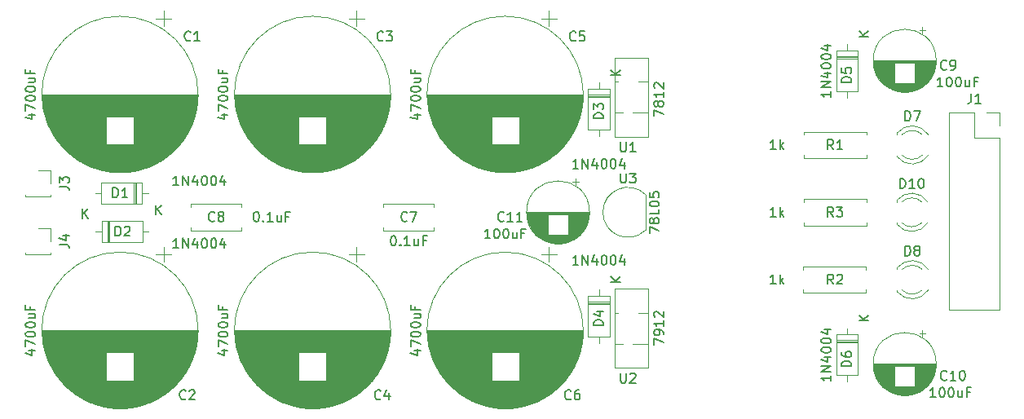
<source format=gbr>
G04 #@! TF.GenerationSoftware,KiCad,Pcbnew,(5.1.4-0-10_14)*
G04 #@! TF.CreationDate,2020-11-07T23:41:15-06:00*
G04 #@! TF.ProjectId,Eurorack_PSU,4575726f-7261-4636-9b5f-5053552e6b69,rev?*
G04 #@! TF.SameCoordinates,Original*
G04 #@! TF.FileFunction,Legend,Top*
G04 #@! TF.FilePolarity,Positive*
%FSLAX46Y46*%
G04 Gerber Fmt 4.6, Leading zero omitted, Abs format (unit mm)*
G04 Created by KiCad (PCBNEW (5.1.4-0-10_14)) date 2020-11-07 23:41:15*
%MOMM*%
%LPD*%
G04 APERTURE LIST*
%ADD10C,0.120000*%
%ADD11C,0.150000*%
G04 APERTURE END LIST*
D10*
X161654000Y-103814759D02*
X161024000Y-103814759D01*
X161339000Y-103499759D02*
X161339000Y-104129759D01*
X159902000Y-110241000D02*
X159098000Y-110241000D01*
X160133000Y-110201000D02*
X158867000Y-110201000D01*
X160302000Y-110161000D02*
X158698000Y-110161000D01*
X160440000Y-110121000D02*
X158560000Y-110121000D01*
X160559000Y-110081000D02*
X158441000Y-110081000D01*
X160665000Y-110041000D02*
X158335000Y-110041000D01*
X160762000Y-110001000D02*
X158238000Y-110001000D01*
X160850000Y-109961000D02*
X158150000Y-109961000D01*
X160932000Y-109921000D02*
X158068000Y-109921000D01*
X161009000Y-109881000D02*
X157991000Y-109881000D01*
X161081000Y-109841000D02*
X157919000Y-109841000D01*
X161150000Y-109801000D02*
X157850000Y-109801000D01*
X161214000Y-109761000D02*
X157786000Y-109761000D01*
X161276000Y-109721000D02*
X157724000Y-109721000D01*
X161334000Y-109681000D02*
X157666000Y-109681000D01*
X161390000Y-109641000D02*
X157610000Y-109641000D01*
X161444000Y-109601000D02*
X157556000Y-109601000D01*
X161495000Y-109561000D02*
X157505000Y-109561000D01*
X161544000Y-109521000D02*
X157456000Y-109521000D01*
X161592000Y-109481000D02*
X157408000Y-109481000D01*
X161637000Y-109441000D02*
X157363000Y-109441000D01*
X161682000Y-109401000D02*
X157318000Y-109401000D01*
X161724000Y-109361000D02*
X157276000Y-109361000D01*
X161765000Y-109321000D02*
X157235000Y-109321000D01*
X158460000Y-109281000D02*
X157195000Y-109281000D01*
X161805000Y-109281000D02*
X160540000Y-109281000D01*
X158460000Y-109241000D02*
X157157000Y-109241000D01*
X161843000Y-109241000D02*
X160540000Y-109241000D01*
X158460000Y-109201000D02*
X157120000Y-109201000D01*
X161880000Y-109201000D02*
X160540000Y-109201000D01*
X158460000Y-109161000D02*
X157084000Y-109161000D01*
X161916000Y-109161000D02*
X160540000Y-109161000D01*
X158460000Y-109121000D02*
X157050000Y-109121000D01*
X161950000Y-109121000D02*
X160540000Y-109121000D01*
X158460000Y-109081000D02*
X157016000Y-109081000D01*
X161984000Y-109081000D02*
X160540000Y-109081000D01*
X158460000Y-109041000D02*
X156984000Y-109041000D01*
X162016000Y-109041000D02*
X160540000Y-109041000D01*
X158460000Y-109001000D02*
X156952000Y-109001000D01*
X162048000Y-109001000D02*
X160540000Y-109001000D01*
X158460000Y-108961000D02*
X156922000Y-108961000D01*
X162078000Y-108961000D02*
X160540000Y-108961000D01*
X158460000Y-108921000D02*
X156893000Y-108921000D01*
X162107000Y-108921000D02*
X160540000Y-108921000D01*
X158460000Y-108881000D02*
X156864000Y-108881000D01*
X162136000Y-108881000D02*
X160540000Y-108881000D01*
X158460000Y-108841000D02*
X156836000Y-108841000D01*
X162164000Y-108841000D02*
X160540000Y-108841000D01*
X158460000Y-108801000D02*
X156810000Y-108801000D01*
X162190000Y-108801000D02*
X160540000Y-108801000D01*
X158460000Y-108761000D02*
X156784000Y-108761000D01*
X162216000Y-108761000D02*
X160540000Y-108761000D01*
X158460000Y-108721000D02*
X156758000Y-108721000D01*
X162242000Y-108721000D02*
X160540000Y-108721000D01*
X158460000Y-108681000D02*
X156734000Y-108681000D01*
X162266000Y-108681000D02*
X160540000Y-108681000D01*
X158460000Y-108641000D02*
X156710000Y-108641000D01*
X162290000Y-108641000D02*
X160540000Y-108641000D01*
X158460000Y-108601000D02*
X156688000Y-108601000D01*
X162312000Y-108601000D02*
X160540000Y-108601000D01*
X158460000Y-108561000D02*
X156666000Y-108561000D01*
X162334000Y-108561000D02*
X160540000Y-108561000D01*
X158460000Y-108521000D02*
X156644000Y-108521000D01*
X162356000Y-108521000D02*
X160540000Y-108521000D01*
X158460000Y-108481000D02*
X156624000Y-108481000D01*
X162376000Y-108481000D02*
X160540000Y-108481000D01*
X158460000Y-108441000D02*
X156604000Y-108441000D01*
X162396000Y-108441000D02*
X160540000Y-108441000D01*
X158460000Y-108401000D02*
X156584000Y-108401000D01*
X162416000Y-108401000D02*
X160540000Y-108401000D01*
X158460000Y-108361000D02*
X156566000Y-108361000D01*
X162434000Y-108361000D02*
X160540000Y-108361000D01*
X158460000Y-108321000D02*
X156548000Y-108321000D01*
X162452000Y-108321000D02*
X160540000Y-108321000D01*
X158460000Y-108281000D02*
X156530000Y-108281000D01*
X162470000Y-108281000D02*
X160540000Y-108281000D01*
X158460000Y-108241000D02*
X156514000Y-108241000D01*
X162486000Y-108241000D02*
X160540000Y-108241000D01*
X158460000Y-108201000D02*
X156498000Y-108201000D01*
X162502000Y-108201000D02*
X160540000Y-108201000D01*
X158460000Y-108161000D02*
X156482000Y-108161000D01*
X162518000Y-108161000D02*
X160540000Y-108161000D01*
X158460000Y-108121000D02*
X156467000Y-108121000D01*
X162533000Y-108121000D02*
X160540000Y-108121000D01*
X158460000Y-108081000D02*
X156453000Y-108081000D01*
X162547000Y-108081000D02*
X160540000Y-108081000D01*
X158460000Y-108041000D02*
X156439000Y-108041000D01*
X162561000Y-108041000D02*
X160540000Y-108041000D01*
X158460000Y-108001000D02*
X156426000Y-108001000D01*
X162574000Y-108001000D02*
X160540000Y-108001000D01*
X158460000Y-107961000D02*
X156414000Y-107961000D01*
X162586000Y-107961000D02*
X160540000Y-107961000D01*
X158460000Y-107921000D02*
X156402000Y-107921000D01*
X162598000Y-107921000D02*
X160540000Y-107921000D01*
X158460000Y-107881000D02*
X156390000Y-107881000D01*
X162610000Y-107881000D02*
X160540000Y-107881000D01*
X158460000Y-107841000D02*
X156379000Y-107841000D01*
X162621000Y-107841000D02*
X160540000Y-107841000D01*
X158460000Y-107801000D02*
X156369000Y-107801000D01*
X162631000Y-107801000D02*
X160540000Y-107801000D01*
X158460000Y-107761000D02*
X156359000Y-107761000D01*
X162641000Y-107761000D02*
X160540000Y-107761000D01*
X158460000Y-107721000D02*
X156350000Y-107721000D01*
X162650000Y-107721000D02*
X160540000Y-107721000D01*
X158460000Y-107680000D02*
X156341000Y-107680000D01*
X162659000Y-107680000D02*
X160540000Y-107680000D01*
X158460000Y-107640000D02*
X156333000Y-107640000D01*
X162667000Y-107640000D02*
X160540000Y-107640000D01*
X158460000Y-107600000D02*
X156325000Y-107600000D01*
X162675000Y-107600000D02*
X160540000Y-107600000D01*
X158460000Y-107560000D02*
X156318000Y-107560000D01*
X162682000Y-107560000D02*
X160540000Y-107560000D01*
X158460000Y-107520000D02*
X156311000Y-107520000D01*
X162689000Y-107520000D02*
X160540000Y-107520000D01*
X158460000Y-107480000D02*
X156305000Y-107480000D01*
X162695000Y-107480000D02*
X160540000Y-107480000D01*
X158460000Y-107440000D02*
X156299000Y-107440000D01*
X162701000Y-107440000D02*
X160540000Y-107440000D01*
X158460000Y-107400000D02*
X156294000Y-107400000D01*
X162706000Y-107400000D02*
X160540000Y-107400000D01*
X158460000Y-107360000D02*
X156289000Y-107360000D01*
X162711000Y-107360000D02*
X160540000Y-107360000D01*
X158460000Y-107320000D02*
X156285000Y-107320000D01*
X162715000Y-107320000D02*
X160540000Y-107320000D01*
X158460000Y-107280000D02*
X156282000Y-107280000D01*
X162718000Y-107280000D02*
X160540000Y-107280000D01*
X158460000Y-107240000D02*
X156278000Y-107240000D01*
X162722000Y-107240000D02*
X160540000Y-107240000D01*
X162724000Y-107200000D02*
X156276000Y-107200000D01*
X162727000Y-107160000D02*
X156273000Y-107160000D01*
X162728000Y-107120000D02*
X156272000Y-107120000D01*
X162730000Y-107080000D02*
X156270000Y-107080000D01*
X162730000Y-107040000D02*
X156270000Y-107040000D01*
X162730000Y-107000000D02*
X156270000Y-107000000D01*
X162770000Y-107000000D02*
G75*
G03X162770000Y-107000000I-3270000J0D01*
G01*
X197654000Y-119564759D02*
X197024000Y-119564759D01*
X197339000Y-119249759D02*
X197339000Y-119879759D01*
X195902000Y-125991000D02*
X195098000Y-125991000D01*
X196133000Y-125951000D02*
X194867000Y-125951000D01*
X196302000Y-125911000D02*
X194698000Y-125911000D01*
X196440000Y-125871000D02*
X194560000Y-125871000D01*
X196559000Y-125831000D02*
X194441000Y-125831000D01*
X196665000Y-125791000D02*
X194335000Y-125791000D01*
X196762000Y-125751000D02*
X194238000Y-125751000D01*
X196850000Y-125711000D02*
X194150000Y-125711000D01*
X196932000Y-125671000D02*
X194068000Y-125671000D01*
X197009000Y-125631000D02*
X193991000Y-125631000D01*
X197081000Y-125591000D02*
X193919000Y-125591000D01*
X197150000Y-125551000D02*
X193850000Y-125551000D01*
X197214000Y-125511000D02*
X193786000Y-125511000D01*
X197276000Y-125471000D02*
X193724000Y-125471000D01*
X197334000Y-125431000D02*
X193666000Y-125431000D01*
X197390000Y-125391000D02*
X193610000Y-125391000D01*
X197444000Y-125351000D02*
X193556000Y-125351000D01*
X197495000Y-125311000D02*
X193505000Y-125311000D01*
X197544000Y-125271000D02*
X193456000Y-125271000D01*
X197592000Y-125231000D02*
X193408000Y-125231000D01*
X197637000Y-125191000D02*
X193363000Y-125191000D01*
X197682000Y-125151000D02*
X193318000Y-125151000D01*
X197724000Y-125111000D02*
X193276000Y-125111000D01*
X197765000Y-125071000D02*
X193235000Y-125071000D01*
X194460000Y-125031000D02*
X193195000Y-125031000D01*
X197805000Y-125031000D02*
X196540000Y-125031000D01*
X194460000Y-124991000D02*
X193157000Y-124991000D01*
X197843000Y-124991000D02*
X196540000Y-124991000D01*
X194460000Y-124951000D02*
X193120000Y-124951000D01*
X197880000Y-124951000D02*
X196540000Y-124951000D01*
X194460000Y-124911000D02*
X193084000Y-124911000D01*
X197916000Y-124911000D02*
X196540000Y-124911000D01*
X194460000Y-124871000D02*
X193050000Y-124871000D01*
X197950000Y-124871000D02*
X196540000Y-124871000D01*
X194460000Y-124831000D02*
X193016000Y-124831000D01*
X197984000Y-124831000D02*
X196540000Y-124831000D01*
X194460000Y-124791000D02*
X192984000Y-124791000D01*
X198016000Y-124791000D02*
X196540000Y-124791000D01*
X194460000Y-124751000D02*
X192952000Y-124751000D01*
X198048000Y-124751000D02*
X196540000Y-124751000D01*
X194460000Y-124711000D02*
X192922000Y-124711000D01*
X198078000Y-124711000D02*
X196540000Y-124711000D01*
X194460000Y-124671000D02*
X192893000Y-124671000D01*
X198107000Y-124671000D02*
X196540000Y-124671000D01*
X194460000Y-124631000D02*
X192864000Y-124631000D01*
X198136000Y-124631000D02*
X196540000Y-124631000D01*
X194460000Y-124591000D02*
X192836000Y-124591000D01*
X198164000Y-124591000D02*
X196540000Y-124591000D01*
X194460000Y-124551000D02*
X192810000Y-124551000D01*
X198190000Y-124551000D02*
X196540000Y-124551000D01*
X194460000Y-124511000D02*
X192784000Y-124511000D01*
X198216000Y-124511000D02*
X196540000Y-124511000D01*
X194460000Y-124471000D02*
X192758000Y-124471000D01*
X198242000Y-124471000D02*
X196540000Y-124471000D01*
X194460000Y-124431000D02*
X192734000Y-124431000D01*
X198266000Y-124431000D02*
X196540000Y-124431000D01*
X194460000Y-124391000D02*
X192710000Y-124391000D01*
X198290000Y-124391000D02*
X196540000Y-124391000D01*
X194460000Y-124351000D02*
X192688000Y-124351000D01*
X198312000Y-124351000D02*
X196540000Y-124351000D01*
X194460000Y-124311000D02*
X192666000Y-124311000D01*
X198334000Y-124311000D02*
X196540000Y-124311000D01*
X194460000Y-124271000D02*
X192644000Y-124271000D01*
X198356000Y-124271000D02*
X196540000Y-124271000D01*
X194460000Y-124231000D02*
X192624000Y-124231000D01*
X198376000Y-124231000D02*
X196540000Y-124231000D01*
X194460000Y-124191000D02*
X192604000Y-124191000D01*
X198396000Y-124191000D02*
X196540000Y-124191000D01*
X194460000Y-124151000D02*
X192584000Y-124151000D01*
X198416000Y-124151000D02*
X196540000Y-124151000D01*
X194460000Y-124111000D02*
X192566000Y-124111000D01*
X198434000Y-124111000D02*
X196540000Y-124111000D01*
X194460000Y-124071000D02*
X192548000Y-124071000D01*
X198452000Y-124071000D02*
X196540000Y-124071000D01*
X194460000Y-124031000D02*
X192530000Y-124031000D01*
X198470000Y-124031000D02*
X196540000Y-124031000D01*
X194460000Y-123991000D02*
X192514000Y-123991000D01*
X198486000Y-123991000D02*
X196540000Y-123991000D01*
X194460000Y-123951000D02*
X192498000Y-123951000D01*
X198502000Y-123951000D02*
X196540000Y-123951000D01*
X194460000Y-123911000D02*
X192482000Y-123911000D01*
X198518000Y-123911000D02*
X196540000Y-123911000D01*
X194460000Y-123871000D02*
X192467000Y-123871000D01*
X198533000Y-123871000D02*
X196540000Y-123871000D01*
X194460000Y-123831000D02*
X192453000Y-123831000D01*
X198547000Y-123831000D02*
X196540000Y-123831000D01*
X194460000Y-123791000D02*
X192439000Y-123791000D01*
X198561000Y-123791000D02*
X196540000Y-123791000D01*
X194460000Y-123751000D02*
X192426000Y-123751000D01*
X198574000Y-123751000D02*
X196540000Y-123751000D01*
X194460000Y-123711000D02*
X192414000Y-123711000D01*
X198586000Y-123711000D02*
X196540000Y-123711000D01*
X194460000Y-123671000D02*
X192402000Y-123671000D01*
X198598000Y-123671000D02*
X196540000Y-123671000D01*
X194460000Y-123631000D02*
X192390000Y-123631000D01*
X198610000Y-123631000D02*
X196540000Y-123631000D01*
X194460000Y-123591000D02*
X192379000Y-123591000D01*
X198621000Y-123591000D02*
X196540000Y-123591000D01*
X194460000Y-123551000D02*
X192369000Y-123551000D01*
X198631000Y-123551000D02*
X196540000Y-123551000D01*
X194460000Y-123511000D02*
X192359000Y-123511000D01*
X198641000Y-123511000D02*
X196540000Y-123511000D01*
X194460000Y-123471000D02*
X192350000Y-123471000D01*
X198650000Y-123471000D02*
X196540000Y-123471000D01*
X194460000Y-123430000D02*
X192341000Y-123430000D01*
X198659000Y-123430000D02*
X196540000Y-123430000D01*
X194460000Y-123390000D02*
X192333000Y-123390000D01*
X198667000Y-123390000D02*
X196540000Y-123390000D01*
X194460000Y-123350000D02*
X192325000Y-123350000D01*
X198675000Y-123350000D02*
X196540000Y-123350000D01*
X194460000Y-123310000D02*
X192318000Y-123310000D01*
X198682000Y-123310000D02*
X196540000Y-123310000D01*
X194460000Y-123270000D02*
X192311000Y-123270000D01*
X198689000Y-123270000D02*
X196540000Y-123270000D01*
X194460000Y-123230000D02*
X192305000Y-123230000D01*
X198695000Y-123230000D02*
X196540000Y-123230000D01*
X194460000Y-123190000D02*
X192299000Y-123190000D01*
X198701000Y-123190000D02*
X196540000Y-123190000D01*
X194460000Y-123150000D02*
X192294000Y-123150000D01*
X198706000Y-123150000D02*
X196540000Y-123150000D01*
X194460000Y-123110000D02*
X192289000Y-123110000D01*
X198711000Y-123110000D02*
X196540000Y-123110000D01*
X194460000Y-123070000D02*
X192285000Y-123070000D01*
X198715000Y-123070000D02*
X196540000Y-123070000D01*
X194460000Y-123030000D02*
X192282000Y-123030000D01*
X198718000Y-123030000D02*
X196540000Y-123030000D01*
X194460000Y-122990000D02*
X192278000Y-122990000D01*
X198722000Y-122990000D02*
X196540000Y-122990000D01*
X198724000Y-122950000D02*
X192276000Y-122950000D01*
X198727000Y-122910000D02*
X192273000Y-122910000D01*
X198728000Y-122870000D02*
X192272000Y-122870000D01*
X198730000Y-122830000D02*
X192270000Y-122830000D01*
X198730000Y-122790000D02*
X192270000Y-122790000D01*
X198730000Y-122750000D02*
X192270000Y-122750000D01*
X198770000Y-122750000D02*
G75*
G03X198770000Y-122750000I-3270000J0D01*
G01*
X197654000Y-88064759D02*
X197024000Y-88064759D01*
X197339000Y-87749759D02*
X197339000Y-88379759D01*
X195902000Y-94491000D02*
X195098000Y-94491000D01*
X196133000Y-94451000D02*
X194867000Y-94451000D01*
X196302000Y-94411000D02*
X194698000Y-94411000D01*
X196440000Y-94371000D02*
X194560000Y-94371000D01*
X196559000Y-94331000D02*
X194441000Y-94331000D01*
X196665000Y-94291000D02*
X194335000Y-94291000D01*
X196762000Y-94251000D02*
X194238000Y-94251000D01*
X196850000Y-94211000D02*
X194150000Y-94211000D01*
X196932000Y-94171000D02*
X194068000Y-94171000D01*
X197009000Y-94131000D02*
X193991000Y-94131000D01*
X197081000Y-94091000D02*
X193919000Y-94091000D01*
X197150000Y-94051000D02*
X193850000Y-94051000D01*
X197214000Y-94011000D02*
X193786000Y-94011000D01*
X197276000Y-93971000D02*
X193724000Y-93971000D01*
X197334000Y-93931000D02*
X193666000Y-93931000D01*
X197390000Y-93891000D02*
X193610000Y-93891000D01*
X197444000Y-93851000D02*
X193556000Y-93851000D01*
X197495000Y-93811000D02*
X193505000Y-93811000D01*
X197544000Y-93771000D02*
X193456000Y-93771000D01*
X197592000Y-93731000D02*
X193408000Y-93731000D01*
X197637000Y-93691000D02*
X193363000Y-93691000D01*
X197682000Y-93651000D02*
X193318000Y-93651000D01*
X197724000Y-93611000D02*
X193276000Y-93611000D01*
X197765000Y-93571000D02*
X193235000Y-93571000D01*
X194460000Y-93531000D02*
X193195000Y-93531000D01*
X197805000Y-93531000D02*
X196540000Y-93531000D01*
X194460000Y-93491000D02*
X193157000Y-93491000D01*
X197843000Y-93491000D02*
X196540000Y-93491000D01*
X194460000Y-93451000D02*
X193120000Y-93451000D01*
X197880000Y-93451000D02*
X196540000Y-93451000D01*
X194460000Y-93411000D02*
X193084000Y-93411000D01*
X197916000Y-93411000D02*
X196540000Y-93411000D01*
X194460000Y-93371000D02*
X193050000Y-93371000D01*
X197950000Y-93371000D02*
X196540000Y-93371000D01*
X194460000Y-93331000D02*
X193016000Y-93331000D01*
X197984000Y-93331000D02*
X196540000Y-93331000D01*
X194460000Y-93291000D02*
X192984000Y-93291000D01*
X198016000Y-93291000D02*
X196540000Y-93291000D01*
X194460000Y-93251000D02*
X192952000Y-93251000D01*
X198048000Y-93251000D02*
X196540000Y-93251000D01*
X194460000Y-93211000D02*
X192922000Y-93211000D01*
X198078000Y-93211000D02*
X196540000Y-93211000D01*
X194460000Y-93171000D02*
X192893000Y-93171000D01*
X198107000Y-93171000D02*
X196540000Y-93171000D01*
X194460000Y-93131000D02*
X192864000Y-93131000D01*
X198136000Y-93131000D02*
X196540000Y-93131000D01*
X194460000Y-93091000D02*
X192836000Y-93091000D01*
X198164000Y-93091000D02*
X196540000Y-93091000D01*
X194460000Y-93051000D02*
X192810000Y-93051000D01*
X198190000Y-93051000D02*
X196540000Y-93051000D01*
X194460000Y-93011000D02*
X192784000Y-93011000D01*
X198216000Y-93011000D02*
X196540000Y-93011000D01*
X194460000Y-92971000D02*
X192758000Y-92971000D01*
X198242000Y-92971000D02*
X196540000Y-92971000D01*
X194460000Y-92931000D02*
X192734000Y-92931000D01*
X198266000Y-92931000D02*
X196540000Y-92931000D01*
X194460000Y-92891000D02*
X192710000Y-92891000D01*
X198290000Y-92891000D02*
X196540000Y-92891000D01*
X194460000Y-92851000D02*
X192688000Y-92851000D01*
X198312000Y-92851000D02*
X196540000Y-92851000D01*
X194460000Y-92811000D02*
X192666000Y-92811000D01*
X198334000Y-92811000D02*
X196540000Y-92811000D01*
X194460000Y-92771000D02*
X192644000Y-92771000D01*
X198356000Y-92771000D02*
X196540000Y-92771000D01*
X194460000Y-92731000D02*
X192624000Y-92731000D01*
X198376000Y-92731000D02*
X196540000Y-92731000D01*
X194460000Y-92691000D02*
X192604000Y-92691000D01*
X198396000Y-92691000D02*
X196540000Y-92691000D01*
X194460000Y-92651000D02*
X192584000Y-92651000D01*
X198416000Y-92651000D02*
X196540000Y-92651000D01*
X194460000Y-92611000D02*
X192566000Y-92611000D01*
X198434000Y-92611000D02*
X196540000Y-92611000D01*
X194460000Y-92571000D02*
X192548000Y-92571000D01*
X198452000Y-92571000D02*
X196540000Y-92571000D01*
X194460000Y-92531000D02*
X192530000Y-92531000D01*
X198470000Y-92531000D02*
X196540000Y-92531000D01*
X194460000Y-92491000D02*
X192514000Y-92491000D01*
X198486000Y-92491000D02*
X196540000Y-92491000D01*
X194460000Y-92451000D02*
X192498000Y-92451000D01*
X198502000Y-92451000D02*
X196540000Y-92451000D01*
X194460000Y-92411000D02*
X192482000Y-92411000D01*
X198518000Y-92411000D02*
X196540000Y-92411000D01*
X194460000Y-92371000D02*
X192467000Y-92371000D01*
X198533000Y-92371000D02*
X196540000Y-92371000D01*
X194460000Y-92331000D02*
X192453000Y-92331000D01*
X198547000Y-92331000D02*
X196540000Y-92331000D01*
X194460000Y-92291000D02*
X192439000Y-92291000D01*
X198561000Y-92291000D02*
X196540000Y-92291000D01*
X194460000Y-92251000D02*
X192426000Y-92251000D01*
X198574000Y-92251000D02*
X196540000Y-92251000D01*
X194460000Y-92211000D02*
X192414000Y-92211000D01*
X198586000Y-92211000D02*
X196540000Y-92211000D01*
X194460000Y-92171000D02*
X192402000Y-92171000D01*
X198598000Y-92171000D02*
X196540000Y-92171000D01*
X194460000Y-92131000D02*
X192390000Y-92131000D01*
X198610000Y-92131000D02*
X196540000Y-92131000D01*
X194460000Y-92091000D02*
X192379000Y-92091000D01*
X198621000Y-92091000D02*
X196540000Y-92091000D01*
X194460000Y-92051000D02*
X192369000Y-92051000D01*
X198631000Y-92051000D02*
X196540000Y-92051000D01*
X194460000Y-92011000D02*
X192359000Y-92011000D01*
X198641000Y-92011000D02*
X196540000Y-92011000D01*
X194460000Y-91971000D02*
X192350000Y-91971000D01*
X198650000Y-91971000D02*
X196540000Y-91971000D01*
X194460000Y-91930000D02*
X192341000Y-91930000D01*
X198659000Y-91930000D02*
X196540000Y-91930000D01*
X194460000Y-91890000D02*
X192333000Y-91890000D01*
X198667000Y-91890000D02*
X196540000Y-91890000D01*
X194460000Y-91850000D02*
X192325000Y-91850000D01*
X198675000Y-91850000D02*
X196540000Y-91850000D01*
X194460000Y-91810000D02*
X192318000Y-91810000D01*
X198682000Y-91810000D02*
X196540000Y-91810000D01*
X194460000Y-91770000D02*
X192311000Y-91770000D01*
X198689000Y-91770000D02*
X196540000Y-91770000D01*
X194460000Y-91730000D02*
X192305000Y-91730000D01*
X198695000Y-91730000D02*
X196540000Y-91730000D01*
X194460000Y-91690000D02*
X192299000Y-91690000D01*
X198701000Y-91690000D02*
X196540000Y-91690000D01*
X194460000Y-91650000D02*
X192294000Y-91650000D01*
X198706000Y-91650000D02*
X196540000Y-91650000D01*
X194460000Y-91610000D02*
X192289000Y-91610000D01*
X198711000Y-91610000D02*
X196540000Y-91610000D01*
X194460000Y-91570000D02*
X192285000Y-91570000D01*
X198715000Y-91570000D02*
X196540000Y-91570000D01*
X194460000Y-91530000D02*
X192282000Y-91530000D01*
X198718000Y-91530000D02*
X196540000Y-91530000D01*
X194460000Y-91490000D02*
X192278000Y-91490000D01*
X198722000Y-91490000D02*
X196540000Y-91490000D01*
X198724000Y-91450000D02*
X192276000Y-91450000D01*
X198727000Y-91410000D02*
X192273000Y-91410000D01*
X198728000Y-91370000D02*
X192272000Y-91370000D01*
X198730000Y-91330000D02*
X192270000Y-91330000D01*
X198730000Y-91290000D02*
X192270000Y-91290000D01*
X198730000Y-91250000D02*
X192270000Y-91250000D01*
X198770000Y-91250000D02*
G75*
G03X198770000Y-91250000I-3270000J0D01*
G01*
X168588478Y-105161522D02*
G75*
G03X164150000Y-107000000I-1838478J-1838478D01*
G01*
X168588478Y-108838478D02*
G75*
G02X164150000Y-107000000I-1838478J1838478D01*
G01*
X168600000Y-108800000D02*
X168600000Y-105200000D01*
X166210000Y-120641000D02*
X165380000Y-120641000D01*
X168870000Y-120641000D02*
X167290000Y-120641000D01*
X165700000Y-117440000D02*
X165380000Y-117440000D01*
X168870000Y-117440000D02*
X167800000Y-117440000D01*
X168870000Y-123160000D02*
X165380000Y-123160000D01*
X168870000Y-114920000D02*
X165380000Y-114920000D01*
X165380000Y-114920000D02*
X165380000Y-123160000D01*
X168870000Y-114920000D02*
X168870000Y-123160000D01*
X166210000Y-96641000D02*
X165380000Y-96641000D01*
X168870000Y-96641000D02*
X167290000Y-96641000D01*
X165700000Y-93440000D02*
X165380000Y-93440000D01*
X168870000Y-93440000D02*
X167800000Y-93440000D01*
X168870000Y-99160000D02*
X165380000Y-99160000D01*
X168870000Y-90920000D02*
X165380000Y-90920000D01*
X165380000Y-90920000D02*
X165380000Y-99160000D01*
X168870000Y-90920000D02*
X168870000Y-99160000D01*
X191580000Y-108370000D02*
X191580000Y-108040000D01*
X185040000Y-108370000D02*
X191580000Y-108370000D01*
X185040000Y-108040000D02*
X185040000Y-108370000D01*
X191580000Y-105630000D02*
X191580000Y-105960000D01*
X185040000Y-105630000D02*
X191580000Y-105630000D01*
X185040000Y-105960000D02*
X185040000Y-105630000D01*
X184920000Y-112630000D02*
X184920000Y-112960000D01*
X191460000Y-112630000D02*
X184920000Y-112630000D01*
X191460000Y-112960000D02*
X191460000Y-112630000D01*
X184920000Y-115370000D02*
X184920000Y-115040000D01*
X191460000Y-115370000D02*
X184920000Y-115370000D01*
X191460000Y-115040000D02*
X191460000Y-115370000D01*
X191580000Y-101370000D02*
X191580000Y-101040000D01*
X185040000Y-101370000D02*
X191580000Y-101370000D01*
X185040000Y-101040000D02*
X185040000Y-101370000D01*
X191580000Y-98630000D02*
X191580000Y-98960000D01*
X185040000Y-98630000D02*
X191580000Y-98630000D01*
X185040000Y-98960000D02*
X185040000Y-98630000D01*
X105500000Y-108670000D02*
X106830000Y-108670000D01*
X106830000Y-108670000D02*
X106830000Y-110000000D01*
X106830000Y-111210000D02*
X106830000Y-111330000D01*
X104170000Y-111210000D02*
X104170000Y-111330000D01*
X104170000Y-111330000D02*
X106830000Y-111330000D01*
X105500000Y-102670000D02*
X106830000Y-102670000D01*
X106830000Y-102670000D02*
X106830000Y-104000000D01*
X106830000Y-105210000D02*
X106830000Y-105330000D01*
X104170000Y-105210000D02*
X104170000Y-105330000D01*
X104170000Y-105330000D02*
X106830000Y-105330000D01*
X194670000Y-108080000D02*
X194670000Y-108236000D01*
X194670000Y-105764000D02*
X194670000Y-105920000D01*
X197271130Y-108079837D02*
G75*
G02X195189039Y-108080000I-1041130J1079837D01*
G01*
X197271130Y-105920163D02*
G75*
G03X195189039Y-105920000I-1041130J-1079837D01*
G01*
X197902335Y-108078608D02*
G75*
G02X194670000Y-108235516I-1672335J1078608D01*
G01*
X197902335Y-105921392D02*
G75*
G03X194670000Y-105764484I-1672335J-1078608D01*
G01*
X194710000Y-115080000D02*
X194710000Y-115236000D01*
X194710000Y-112764000D02*
X194710000Y-112920000D01*
X197311130Y-115079837D02*
G75*
G02X195229039Y-115080000I-1041130J1079837D01*
G01*
X197311130Y-112920163D02*
G75*
G03X195229039Y-112920000I-1041130J-1079837D01*
G01*
X197942335Y-115078608D02*
G75*
G02X194710000Y-115235516I-1672335J1078608D01*
G01*
X197942335Y-112921392D02*
G75*
G03X194710000Y-112764484I-1672335J-1078608D01*
G01*
X194710000Y-101080000D02*
X194710000Y-101236000D01*
X194710000Y-98764000D02*
X194710000Y-98920000D01*
X197311130Y-101079837D02*
G75*
G02X195229039Y-101080000I-1041130J1079837D01*
G01*
X197311130Y-98920163D02*
G75*
G03X195229039Y-98920000I-1041130J-1079837D01*
G01*
X197942335Y-101078608D02*
G75*
G02X194710000Y-101235516I-1672335J1078608D01*
G01*
X197942335Y-98921392D02*
G75*
G03X194710000Y-98764484I-1672335J-1078608D01*
G01*
X190620000Y-120290000D02*
X188380000Y-120290000D01*
X190620000Y-120530000D02*
X188380000Y-120530000D01*
X190620000Y-120410000D02*
X188380000Y-120410000D01*
X189500000Y-124580000D02*
X189500000Y-123930000D01*
X189500000Y-119040000D02*
X189500000Y-119690000D01*
X190620000Y-123930000D02*
X190620000Y-119690000D01*
X188380000Y-123930000D02*
X190620000Y-123930000D01*
X188380000Y-119690000D02*
X188380000Y-123930000D01*
X190620000Y-119690000D02*
X188380000Y-119690000D01*
X190620000Y-90790000D02*
X188380000Y-90790000D01*
X190620000Y-91030000D02*
X188380000Y-91030000D01*
X190620000Y-90910000D02*
X188380000Y-90910000D01*
X189500000Y-95080000D02*
X189500000Y-94430000D01*
X189500000Y-89540000D02*
X189500000Y-90190000D01*
X190620000Y-94430000D02*
X190620000Y-90190000D01*
X188380000Y-94430000D02*
X190620000Y-94430000D01*
X188380000Y-90190000D02*
X188380000Y-94430000D01*
X190620000Y-90190000D02*
X188380000Y-90190000D01*
X164870000Y-116290000D02*
X162630000Y-116290000D01*
X164870000Y-116530000D02*
X162630000Y-116530000D01*
X164870000Y-116410000D02*
X162630000Y-116410000D01*
X163750000Y-120580000D02*
X163750000Y-119930000D01*
X163750000Y-115040000D02*
X163750000Y-115690000D01*
X164870000Y-119930000D02*
X164870000Y-115690000D01*
X162630000Y-119930000D02*
X164870000Y-119930000D01*
X162630000Y-115690000D02*
X162630000Y-119930000D01*
X164870000Y-115690000D02*
X162630000Y-115690000D01*
X164870000Y-94790000D02*
X162630000Y-94790000D01*
X164870000Y-95030000D02*
X162630000Y-95030000D01*
X164870000Y-94910000D02*
X162630000Y-94910000D01*
X163750000Y-99080000D02*
X163750000Y-98430000D01*
X163750000Y-93540000D02*
X163750000Y-94190000D01*
X164870000Y-98430000D02*
X164870000Y-94190000D01*
X162630000Y-98430000D02*
X164870000Y-98430000D01*
X162630000Y-94190000D02*
X162630000Y-98430000D01*
X164870000Y-94190000D02*
X162630000Y-94190000D01*
X112690000Y-107880000D02*
X112690000Y-110120000D01*
X112930000Y-107880000D02*
X112930000Y-110120000D01*
X112810000Y-107880000D02*
X112810000Y-110120000D01*
X116980000Y-109000000D02*
X116330000Y-109000000D01*
X111440000Y-109000000D02*
X112090000Y-109000000D01*
X116330000Y-107880000D02*
X112090000Y-107880000D01*
X116330000Y-110120000D02*
X116330000Y-107880000D01*
X112090000Y-110120000D02*
X116330000Y-110120000D01*
X112090000Y-107880000D02*
X112090000Y-110120000D01*
X115710000Y-106120000D02*
X115710000Y-103880000D01*
X115470000Y-106120000D02*
X115470000Y-103880000D01*
X115590000Y-106120000D02*
X115590000Y-103880000D01*
X111420000Y-105000000D02*
X112070000Y-105000000D01*
X116960000Y-105000000D02*
X116310000Y-105000000D01*
X112070000Y-106120000D02*
X116310000Y-106120000D01*
X112070000Y-103880000D02*
X112070000Y-106120000D01*
X116310000Y-103880000D02*
X112070000Y-103880000D01*
X116310000Y-106120000D02*
X116310000Y-103880000D01*
X126620000Y-108555000D02*
X126620000Y-108870000D01*
X126620000Y-106130000D02*
X126620000Y-106445000D01*
X121380000Y-108555000D02*
X121380000Y-108870000D01*
X121380000Y-106130000D02*
X121380000Y-106445000D01*
X121380000Y-108870000D02*
X126620000Y-108870000D01*
X121380000Y-106130000D02*
X126620000Y-106130000D01*
X146620000Y-108555000D02*
X146620000Y-108870000D01*
X146620000Y-106130000D02*
X146620000Y-106445000D01*
X141380000Y-108555000D02*
X141380000Y-108870000D01*
X141380000Y-106130000D02*
X141380000Y-106445000D01*
X141380000Y-108870000D02*
X146620000Y-108870000D01*
X141380000Y-106130000D02*
X146620000Y-106130000D01*
X159355000Y-111360509D02*
X157755000Y-111360509D01*
X158555000Y-110560509D02*
X158555000Y-112160509D01*
X154765000Y-127331000D02*
X153235000Y-127331000D01*
X155098000Y-127291000D02*
X152902000Y-127291000D01*
X155351000Y-127251000D02*
X152649000Y-127251000D01*
X155564000Y-127211000D02*
X152436000Y-127211000D01*
X155752000Y-127171000D02*
X152248000Y-127171000D01*
X155920000Y-127131000D02*
X152080000Y-127131000D01*
X156074000Y-127091000D02*
X151926000Y-127091000D01*
X156218000Y-127051000D02*
X151782000Y-127051000D01*
X156351000Y-127011000D02*
X151649000Y-127011000D01*
X156478000Y-126971000D02*
X151522000Y-126971000D01*
X156597000Y-126931000D02*
X151403000Y-126931000D01*
X156711000Y-126891000D02*
X151289000Y-126891000D01*
X156820000Y-126851000D02*
X151180000Y-126851000D01*
X156924000Y-126811000D02*
X151076000Y-126811000D01*
X157024000Y-126771000D02*
X150976000Y-126771000D01*
X157120000Y-126731000D02*
X150880000Y-126731000D01*
X157213000Y-126691000D02*
X150787000Y-126691000D01*
X157303000Y-126651000D02*
X150697000Y-126651000D01*
X157390000Y-126611000D02*
X150610000Y-126611000D01*
X157475000Y-126571000D02*
X150525000Y-126571000D01*
X157557000Y-126531000D02*
X150443000Y-126531000D01*
X157637000Y-126491000D02*
X150363000Y-126491000D01*
X157715000Y-126451000D02*
X150285000Y-126451000D01*
X157790000Y-126411000D02*
X150210000Y-126411000D01*
X157864000Y-126371000D02*
X150136000Y-126371000D01*
X157936000Y-126331000D02*
X150064000Y-126331000D01*
X158007000Y-126291000D02*
X149993000Y-126291000D01*
X158076000Y-126251000D02*
X149924000Y-126251000D01*
X158143000Y-126211000D02*
X149857000Y-126211000D01*
X158209000Y-126171000D02*
X149791000Y-126171000D01*
X158273000Y-126131000D02*
X149727000Y-126131000D01*
X158336000Y-126091000D02*
X149664000Y-126091000D01*
X158398000Y-126051000D02*
X149602000Y-126051000D01*
X158459000Y-126011000D02*
X149541000Y-126011000D01*
X158519000Y-125971000D02*
X149481000Y-125971000D01*
X158577000Y-125931000D02*
X149423000Y-125931000D01*
X158634000Y-125891000D02*
X149366000Y-125891000D01*
X158691000Y-125851000D02*
X149309000Y-125851000D01*
X158746000Y-125811000D02*
X149254000Y-125811000D01*
X158800000Y-125771000D02*
X149200000Y-125771000D01*
X158854000Y-125731000D02*
X149146000Y-125731000D01*
X158906000Y-125691000D02*
X149094000Y-125691000D01*
X158958000Y-125651000D02*
X149042000Y-125651000D01*
X159009000Y-125611000D02*
X148991000Y-125611000D01*
X159059000Y-125571000D02*
X148941000Y-125571000D01*
X159108000Y-125531000D02*
X148892000Y-125531000D01*
X159156000Y-125491000D02*
X148844000Y-125491000D01*
X159204000Y-125451000D02*
X148796000Y-125451000D01*
X159251000Y-125411000D02*
X148749000Y-125411000D01*
X159297000Y-125371000D02*
X148703000Y-125371000D01*
X159343000Y-125331000D02*
X148657000Y-125331000D01*
X159388000Y-125291000D02*
X148612000Y-125291000D01*
X159432000Y-125251000D02*
X148568000Y-125251000D01*
X159475000Y-125211000D02*
X148525000Y-125211000D01*
X159518000Y-125171000D02*
X148482000Y-125171000D01*
X159560000Y-125131000D02*
X148440000Y-125131000D01*
X159602000Y-125091000D02*
X148398000Y-125091000D01*
X159643000Y-125051000D02*
X148357000Y-125051000D01*
X159684000Y-125011000D02*
X148316000Y-125011000D01*
X159724000Y-124971000D02*
X148276000Y-124971000D01*
X159763000Y-124931000D02*
X148237000Y-124931000D01*
X159802000Y-124891000D02*
X148198000Y-124891000D01*
X159840000Y-124851000D02*
X148160000Y-124851000D01*
X159878000Y-124811000D02*
X148122000Y-124811000D01*
X159916000Y-124771000D02*
X148084000Y-124771000D01*
X159952000Y-124731000D02*
X148048000Y-124731000D01*
X159989000Y-124691000D02*
X148011000Y-124691000D01*
X160025000Y-124651000D02*
X147975000Y-124651000D01*
X160060000Y-124611000D02*
X147940000Y-124611000D01*
X160095000Y-124571000D02*
X147905000Y-124571000D01*
X160129000Y-124531000D02*
X147871000Y-124531000D01*
X160163000Y-124491000D02*
X147837000Y-124491000D01*
X160197000Y-124451000D02*
X147803000Y-124451000D01*
X152560000Y-124411000D02*
X147770000Y-124411000D01*
X160230000Y-124411000D02*
X155440000Y-124411000D01*
X152560000Y-124371000D02*
X147737000Y-124371000D01*
X160263000Y-124371000D02*
X155440000Y-124371000D01*
X152560000Y-124331000D02*
X147705000Y-124331000D01*
X160295000Y-124331000D02*
X155440000Y-124331000D01*
X152560000Y-124291000D02*
X147673000Y-124291000D01*
X160327000Y-124291000D02*
X155440000Y-124291000D01*
X152560000Y-124251000D02*
X147642000Y-124251000D01*
X160358000Y-124251000D02*
X155440000Y-124251000D01*
X152560000Y-124211000D02*
X147610000Y-124211000D01*
X160390000Y-124211000D02*
X155440000Y-124211000D01*
X152560000Y-124171000D02*
X147580000Y-124171000D01*
X160420000Y-124171000D02*
X155440000Y-124171000D01*
X152560000Y-124131000D02*
X147550000Y-124131000D01*
X160450000Y-124131000D02*
X155440000Y-124131000D01*
X152560000Y-124091000D02*
X147520000Y-124091000D01*
X160480000Y-124091000D02*
X155440000Y-124091000D01*
X152560000Y-124051000D02*
X147490000Y-124051000D01*
X160510000Y-124051000D02*
X155440000Y-124051000D01*
X152560000Y-124011000D02*
X147461000Y-124011000D01*
X160539000Y-124011000D02*
X155440000Y-124011000D01*
X152560000Y-123971000D02*
X147432000Y-123971000D01*
X160568000Y-123971000D02*
X155440000Y-123971000D01*
X152560000Y-123931000D02*
X147404000Y-123931000D01*
X160596000Y-123931000D02*
X155440000Y-123931000D01*
X152560000Y-123891000D02*
X147376000Y-123891000D01*
X160624000Y-123891000D02*
X155440000Y-123891000D01*
X152560000Y-123851000D02*
X147348000Y-123851000D01*
X160652000Y-123851000D02*
X155440000Y-123851000D01*
X152560000Y-123811000D02*
X147321000Y-123811000D01*
X160679000Y-123811000D02*
X155440000Y-123811000D01*
X152560000Y-123771000D02*
X147294000Y-123771000D01*
X160706000Y-123771000D02*
X155440000Y-123771000D01*
X152560000Y-123731000D02*
X147267000Y-123731000D01*
X160733000Y-123731000D02*
X155440000Y-123731000D01*
X152560000Y-123691000D02*
X147241000Y-123691000D01*
X160759000Y-123691000D02*
X155440000Y-123691000D01*
X152560000Y-123651000D02*
X147215000Y-123651000D01*
X160785000Y-123651000D02*
X155440000Y-123651000D01*
X152560000Y-123611000D02*
X147189000Y-123611000D01*
X160811000Y-123611000D02*
X155440000Y-123611000D01*
X152560000Y-123571000D02*
X147164000Y-123571000D01*
X160836000Y-123571000D02*
X155440000Y-123571000D01*
X152560000Y-123531000D02*
X147139000Y-123531000D01*
X160861000Y-123531000D02*
X155440000Y-123531000D01*
X152560000Y-123491000D02*
X147114000Y-123491000D01*
X160886000Y-123491000D02*
X155440000Y-123491000D01*
X152560000Y-123451000D02*
X147090000Y-123451000D01*
X160910000Y-123451000D02*
X155440000Y-123451000D01*
X152560000Y-123411000D02*
X147066000Y-123411000D01*
X160934000Y-123411000D02*
X155440000Y-123411000D01*
X152560000Y-123371000D02*
X147042000Y-123371000D01*
X160958000Y-123371000D02*
X155440000Y-123371000D01*
X152560000Y-123331000D02*
X147019000Y-123331000D01*
X160981000Y-123331000D02*
X155440000Y-123331000D01*
X152560000Y-123291000D02*
X146996000Y-123291000D01*
X161004000Y-123291000D02*
X155440000Y-123291000D01*
X152560000Y-123251000D02*
X146973000Y-123251000D01*
X161027000Y-123251000D02*
X155440000Y-123251000D01*
X152560000Y-123211000D02*
X146951000Y-123211000D01*
X161049000Y-123211000D02*
X155440000Y-123211000D01*
X152560000Y-123171000D02*
X146928000Y-123171000D01*
X161072000Y-123171000D02*
X155440000Y-123171000D01*
X152560000Y-123131000D02*
X146906000Y-123131000D01*
X161094000Y-123131000D02*
X155440000Y-123131000D01*
X152560000Y-123091000D02*
X146885000Y-123091000D01*
X161115000Y-123091000D02*
X155440000Y-123091000D01*
X152560000Y-123051000D02*
X146864000Y-123051000D01*
X161136000Y-123051000D02*
X155440000Y-123051000D01*
X152560000Y-123011000D02*
X146843000Y-123011000D01*
X161157000Y-123011000D02*
X155440000Y-123011000D01*
X152560000Y-122971000D02*
X146822000Y-122971000D01*
X161178000Y-122971000D02*
X155440000Y-122971000D01*
X152560000Y-122931000D02*
X146801000Y-122931000D01*
X161199000Y-122931000D02*
X155440000Y-122931000D01*
X152560000Y-122891000D02*
X146781000Y-122891000D01*
X161219000Y-122891000D02*
X155440000Y-122891000D01*
X152560000Y-122851000D02*
X146761000Y-122851000D01*
X161239000Y-122851000D02*
X155440000Y-122851000D01*
X152560000Y-122811000D02*
X146742000Y-122811000D01*
X161258000Y-122811000D02*
X155440000Y-122811000D01*
X152560000Y-122771000D02*
X146722000Y-122771000D01*
X161278000Y-122771000D02*
X155440000Y-122771000D01*
X152560000Y-122731000D02*
X146703000Y-122731000D01*
X161297000Y-122731000D02*
X155440000Y-122731000D01*
X152560000Y-122691000D02*
X146684000Y-122691000D01*
X161316000Y-122691000D02*
X155440000Y-122691000D01*
X152560000Y-122651000D02*
X146666000Y-122651000D01*
X161334000Y-122651000D02*
X155440000Y-122651000D01*
X152560000Y-122611000D02*
X146647000Y-122611000D01*
X161353000Y-122611000D02*
X155440000Y-122611000D01*
X152560000Y-122571000D02*
X146629000Y-122571000D01*
X161371000Y-122571000D02*
X155440000Y-122571000D01*
X152560000Y-122531000D02*
X146611000Y-122531000D01*
X161389000Y-122531000D02*
X155440000Y-122531000D01*
X152560000Y-122491000D02*
X146594000Y-122491000D01*
X161406000Y-122491000D02*
X155440000Y-122491000D01*
X152560000Y-122451000D02*
X146577000Y-122451000D01*
X161423000Y-122451000D02*
X155440000Y-122451000D01*
X152560000Y-122411000D02*
X146560000Y-122411000D01*
X161440000Y-122411000D02*
X155440000Y-122411000D01*
X152560000Y-122371000D02*
X146543000Y-122371000D01*
X161457000Y-122371000D02*
X155440000Y-122371000D01*
X152560000Y-122331000D02*
X146526000Y-122331000D01*
X161474000Y-122331000D02*
X155440000Y-122331000D01*
X152560000Y-122291000D02*
X146510000Y-122291000D01*
X161490000Y-122291000D02*
X155440000Y-122291000D01*
X152560000Y-122251000D02*
X146494000Y-122251000D01*
X161506000Y-122251000D02*
X155440000Y-122251000D01*
X152560000Y-122211000D02*
X146478000Y-122211000D01*
X161522000Y-122211000D02*
X155440000Y-122211000D01*
X152560000Y-122171000D02*
X146463000Y-122171000D01*
X161537000Y-122171000D02*
X155440000Y-122171000D01*
X152560000Y-122131000D02*
X146447000Y-122131000D01*
X161553000Y-122131000D02*
X155440000Y-122131000D01*
X152560000Y-122091000D02*
X146432000Y-122091000D01*
X161568000Y-122091000D02*
X155440000Y-122091000D01*
X152560000Y-122051000D02*
X146418000Y-122051000D01*
X161582000Y-122051000D02*
X155440000Y-122051000D01*
X152560000Y-122011000D02*
X146403000Y-122011000D01*
X161597000Y-122011000D02*
X155440000Y-122011000D01*
X152560000Y-121971000D02*
X146389000Y-121971000D01*
X161611000Y-121971000D02*
X155440000Y-121971000D01*
X152560000Y-121931000D02*
X146375000Y-121931000D01*
X161625000Y-121931000D02*
X155440000Y-121931000D01*
X152560000Y-121891000D02*
X146361000Y-121891000D01*
X161639000Y-121891000D02*
X155440000Y-121891000D01*
X152560000Y-121851000D02*
X146347000Y-121851000D01*
X161653000Y-121851000D02*
X155440000Y-121851000D01*
X152560000Y-121811000D02*
X146334000Y-121811000D01*
X161666000Y-121811000D02*
X155440000Y-121811000D01*
X152560000Y-121771000D02*
X146320000Y-121771000D01*
X161680000Y-121771000D02*
X155440000Y-121771000D01*
X152560000Y-121731000D02*
X146307000Y-121731000D01*
X161693000Y-121731000D02*
X155440000Y-121731000D01*
X152560000Y-121691000D02*
X146295000Y-121691000D01*
X161705000Y-121691000D02*
X155440000Y-121691000D01*
X152560000Y-121651000D02*
X146282000Y-121651000D01*
X161718000Y-121651000D02*
X155440000Y-121651000D01*
X152560000Y-121611000D02*
X146270000Y-121611000D01*
X161730000Y-121611000D02*
X155440000Y-121611000D01*
X152560000Y-121571000D02*
X146258000Y-121571000D01*
X161742000Y-121571000D02*
X155440000Y-121571000D01*
X161754000Y-121531000D02*
X146246000Y-121531000D01*
X161765000Y-121491000D02*
X146235000Y-121491000D01*
X161777000Y-121451000D02*
X146223000Y-121451000D01*
X161788000Y-121411000D02*
X146212000Y-121411000D01*
X161799000Y-121371000D02*
X146201000Y-121371000D01*
X161810000Y-121331000D02*
X146190000Y-121331000D01*
X161820000Y-121291000D02*
X146180000Y-121291000D01*
X161830000Y-121251000D02*
X146170000Y-121251000D01*
X161840000Y-121211000D02*
X146160000Y-121211000D01*
X161850000Y-121171000D02*
X146150000Y-121171000D01*
X161860000Y-121131000D02*
X146140000Y-121131000D01*
X161869000Y-121091000D02*
X146131000Y-121091000D01*
X161878000Y-121051000D02*
X146122000Y-121051000D01*
X161887000Y-121011000D02*
X146113000Y-121011000D01*
X161896000Y-120971000D02*
X146104000Y-120971000D01*
X161905000Y-120931000D02*
X146095000Y-120931000D01*
X161913000Y-120891000D02*
X146087000Y-120891000D01*
X161921000Y-120851000D02*
X146079000Y-120851000D01*
X161929000Y-120811000D02*
X146071000Y-120811000D01*
X161937000Y-120771000D02*
X146063000Y-120771000D01*
X161944000Y-120731000D02*
X146056000Y-120731000D01*
X161952000Y-120691000D02*
X146048000Y-120691000D01*
X161959000Y-120651000D02*
X146041000Y-120651000D01*
X161966000Y-120611000D02*
X146034000Y-120611000D01*
X161972000Y-120571000D02*
X146028000Y-120571000D01*
X161979000Y-120531000D02*
X146021000Y-120531000D01*
X161985000Y-120491000D02*
X146015000Y-120491000D01*
X161991000Y-120451000D02*
X146009000Y-120451000D01*
X161997000Y-120411000D02*
X146003000Y-120411000D01*
X162003000Y-120371000D02*
X145997000Y-120371000D01*
X162008000Y-120331000D02*
X145992000Y-120331000D01*
X162014000Y-120291000D02*
X145986000Y-120291000D01*
X162019000Y-120251000D02*
X145981000Y-120251000D01*
X162024000Y-120211000D02*
X145976000Y-120211000D01*
X162028000Y-120171000D02*
X145972000Y-120171000D01*
X162033000Y-120131000D02*
X145967000Y-120131000D01*
X162037000Y-120091000D02*
X145963000Y-120091000D01*
X162041000Y-120051000D02*
X145959000Y-120051000D01*
X162045000Y-120011000D02*
X145955000Y-120011000D01*
X162049000Y-119971000D02*
X145951000Y-119971000D01*
X162052000Y-119930000D02*
X145948000Y-119930000D01*
X162055000Y-119890000D02*
X145945000Y-119890000D01*
X162058000Y-119850000D02*
X145942000Y-119850000D01*
X162061000Y-119810000D02*
X145939000Y-119810000D01*
X162064000Y-119770000D02*
X145936000Y-119770000D01*
X162066000Y-119730000D02*
X145934000Y-119730000D01*
X162069000Y-119690000D02*
X145931000Y-119690000D01*
X162071000Y-119650000D02*
X145929000Y-119650000D01*
X162073000Y-119610000D02*
X145927000Y-119610000D01*
X162074000Y-119570000D02*
X145926000Y-119570000D01*
X162076000Y-119530000D02*
X145924000Y-119530000D01*
X162077000Y-119490000D02*
X145923000Y-119490000D01*
X162078000Y-119450000D02*
X145922000Y-119450000D01*
X162079000Y-119410000D02*
X145921000Y-119410000D01*
X162080000Y-119370000D02*
X145920000Y-119370000D01*
X162080000Y-119330000D02*
X145920000Y-119330000D01*
X162080000Y-119290000D02*
X145920000Y-119290000D01*
X162081000Y-119250000D02*
X145919000Y-119250000D01*
X162120000Y-119250000D02*
G75*
G03X162120000Y-119250000I-8120000J0D01*
G01*
X159355000Y-86860509D02*
X157755000Y-86860509D01*
X158555000Y-86060509D02*
X158555000Y-87660509D01*
X154765000Y-102831000D02*
X153235000Y-102831000D01*
X155098000Y-102791000D02*
X152902000Y-102791000D01*
X155351000Y-102751000D02*
X152649000Y-102751000D01*
X155564000Y-102711000D02*
X152436000Y-102711000D01*
X155752000Y-102671000D02*
X152248000Y-102671000D01*
X155920000Y-102631000D02*
X152080000Y-102631000D01*
X156074000Y-102591000D02*
X151926000Y-102591000D01*
X156218000Y-102551000D02*
X151782000Y-102551000D01*
X156351000Y-102511000D02*
X151649000Y-102511000D01*
X156478000Y-102471000D02*
X151522000Y-102471000D01*
X156597000Y-102431000D02*
X151403000Y-102431000D01*
X156711000Y-102391000D02*
X151289000Y-102391000D01*
X156820000Y-102351000D02*
X151180000Y-102351000D01*
X156924000Y-102311000D02*
X151076000Y-102311000D01*
X157024000Y-102271000D02*
X150976000Y-102271000D01*
X157120000Y-102231000D02*
X150880000Y-102231000D01*
X157213000Y-102191000D02*
X150787000Y-102191000D01*
X157303000Y-102151000D02*
X150697000Y-102151000D01*
X157390000Y-102111000D02*
X150610000Y-102111000D01*
X157475000Y-102071000D02*
X150525000Y-102071000D01*
X157557000Y-102031000D02*
X150443000Y-102031000D01*
X157637000Y-101991000D02*
X150363000Y-101991000D01*
X157715000Y-101951000D02*
X150285000Y-101951000D01*
X157790000Y-101911000D02*
X150210000Y-101911000D01*
X157864000Y-101871000D02*
X150136000Y-101871000D01*
X157936000Y-101831000D02*
X150064000Y-101831000D01*
X158007000Y-101791000D02*
X149993000Y-101791000D01*
X158076000Y-101751000D02*
X149924000Y-101751000D01*
X158143000Y-101711000D02*
X149857000Y-101711000D01*
X158209000Y-101671000D02*
X149791000Y-101671000D01*
X158273000Y-101631000D02*
X149727000Y-101631000D01*
X158336000Y-101591000D02*
X149664000Y-101591000D01*
X158398000Y-101551000D02*
X149602000Y-101551000D01*
X158459000Y-101511000D02*
X149541000Y-101511000D01*
X158519000Y-101471000D02*
X149481000Y-101471000D01*
X158577000Y-101431000D02*
X149423000Y-101431000D01*
X158634000Y-101391000D02*
X149366000Y-101391000D01*
X158691000Y-101351000D02*
X149309000Y-101351000D01*
X158746000Y-101311000D02*
X149254000Y-101311000D01*
X158800000Y-101271000D02*
X149200000Y-101271000D01*
X158854000Y-101231000D02*
X149146000Y-101231000D01*
X158906000Y-101191000D02*
X149094000Y-101191000D01*
X158958000Y-101151000D02*
X149042000Y-101151000D01*
X159009000Y-101111000D02*
X148991000Y-101111000D01*
X159059000Y-101071000D02*
X148941000Y-101071000D01*
X159108000Y-101031000D02*
X148892000Y-101031000D01*
X159156000Y-100991000D02*
X148844000Y-100991000D01*
X159204000Y-100951000D02*
X148796000Y-100951000D01*
X159251000Y-100911000D02*
X148749000Y-100911000D01*
X159297000Y-100871000D02*
X148703000Y-100871000D01*
X159343000Y-100831000D02*
X148657000Y-100831000D01*
X159388000Y-100791000D02*
X148612000Y-100791000D01*
X159432000Y-100751000D02*
X148568000Y-100751000D01*
X159475000Y-100711000D02*
X148525000Y-100711000D01*
X159518000Y-100671000D02*
X148482000Y-100671000D01*
X159560000Y-100631000D02*
X148440000Y-100631000D01*
X159602000Y-100591000D02*
X148398000Y-100591000D01*
X159643000Y-100551000D02*
X148357000Y-100551000D01*
X159684000Y-100511000D02*
X148316000Y-100511000D01*
X159724000Y-100471000D02*
X148276000Y-100471000D01*
X159763000Y-100431000D02*
X148237000Y-100431000D01*
X159802000Y-100391000D02*
X148198000Y-100391000D01*
X159840000Y-100351000D02*
X148160000Y-100351000D01*
X159878000Y-100311000D02*
X148122000Y-100311000D01*
X159916000Y-100271000D02*
X148084000Y-100271000D01*
X159952000Y-100231000D02*
X148048000Y-100231000D01*
X159989000Y-100191000D02*
X148011000Y-100191000D01*
X160025000Y-100151000D02*
X147975000Y-100151000D01*
X160060000Y-100111000D02*
X147940000Y-100111000D01*
X160095000Y-100071000D02*
X147905000Y-100071000D01*
X160129000Y-100031000D02*
X147871000Y-100031000D01*
X160163000Y-99991000D02*
X147837000Y-99991000D01*
X160197000Y-99951000D02*
X147803000Y-99951000D01*
X152560000Y-99911000D02*
X147770000Y-99911000D01*
X160230000Y-99911000D02*
X155440000Y-99911000D01*
X152560000Y-99871000D02*
X147737000Y-99871000D01*
X160263000Y-99871000D02*
X155440000Y-99871000D01*
X152560000Y-99831000D02*
X147705000Y-99831000D01*
X160295000Y-99831000D02*
X155440000Y-99831000D01*
X152560000Y-99791000D02*
X147673000Y-99791000D01*
X160327000Y-99791000D02*
X155440000Y-99791000D01*
X152560000Y-99751000D02*
X147642000Y-99751000D01*
X160358000Y-99751000D02*
X155440000Y-99751000D01*
X152560000Y-99711000D02*
X147610000Y-99711000D01*
X160390000Y-99711000D02*
X155440000Y-99711000D01*
X152560000Y-99671000D02*
X147580000Y-99671000D01*
X160420000Y-99671000D02*
X155440000Y-99671000D01*
X152560000Y-99631000D02*
X147550000Y-99631000D01*
X160450000Y-99631000D02*
X155440000Y-99631000D01*
X152560000Y-99591000D02*
X147520000Y-99591000D01*
X160480000Y-99591000D02*
X155440000Y-99591000D01*
X152560000Y-99551000D02*
X147490000Y-99551000D01*
X160510000Y-99551000D02*
X155440000Y-99551000D01*
X152560000Y-99511000D02*
X147461000Y-99511000D01*
X160539000Y-99511000D02*
X155440000Y-99511000D01*
X152560000Y-99471000D02*
X147432000Y-99471000D01*
X160568000Y-99471000D02*
X155440000Y-99471000D01*
X152560000Y-99431000D02*
X147404000Y-99431000D01*
X160596000Y-99431000D02*
X155440000Y-99431000D01*
X152560000Y-99391000D02*
X147376000Y-99391000D01*
X160624000Y-99391000D02*
X155440000Y-99391000D01*
X152560000Y-99351000D02*
X147348000Y-99351000D01*
X160652000Y-99351000D02*
X155440000Y-99351000D01*
X152560000Y-99311000D02*
X147321000Y-99311000D01*
X160679000Y-99311000D02*
X155440000Y-99311000D01*
X152560000Y-99271000D02*
X147294000Y-99271000D01*
X160706000Y-99271000D02*
X155440000Y-99271000D01*
X152560000Y-99231000D02*
X147267000Y-99231000D01*
X160733000Y-99231000D02*
X155440000Y-99231000D01*
X152560000Y-99191000D02*
X147241000Y-99191000D01*
X160759000Y-99191000D02*
X155440000Y-99191000D01*
X152560000Y-99151000D02*
X147215000Y-99151000D01*
X160785000Y-99151000D02*
X155440000Y-99151000D01*
X152560000Y-99111000D02*
X147189000Y-99111000D01*
X160811000Y-99111000D02*
X155440000Y-99111000D01*
X152560000Y-99071000D02*
X147164000Y-99071000D01*
X160836000Y-99071000D02*
X155440000Y-99071000D01*
X152560000Y-99031000D02*
X147139000Y-99031000D01*
X160861000Y-99031000D02*
X155440000Y-99031000D01*
X152560000Y-98991000D02*
X147114000Y-98991000D01*
X160886000Y-98991000D02*
X155440000Y-98991000D01*
X152560000Y-98951000D02*
X147090000Y-98951000D01*
X160910000Y-98951000D02*
X155440000Y-98951000D01*
X152560000Y-98911000D02*
X147066000Y-98911000D01*
X160934000Y-98911000D02*
X155440000Y-98911000D01*
X152560000Y-98871000D02*
X147042000Y-98871000D01*
X160958000Y-98871000D02*
X155440000Y-98871000D01*
X152560000Y-98831000D02*
X147019000Y-98831000D01*
X160981000Y-98831000D02*
X155440000Y-98831000D01*
X152560000Y-98791000D02*
X146996000Y-98791000D01*
X161004000Y-98791000D02*
X155440000Y-98791000D01*
X152560000Y-98751000D02*
X146973000Y-98751000D01*
X161027000Y-98751000D02*
X155440000Y-98751000D01*
X152560000Y-98711000D02*
X146951000Y-98711000D01*
X161049000Y-98711000D02*
X155440000Y-98711000D01*
X152560000Y-98671000D02*
X146928000Y-98671000D01*
X161072000Y-98671000D02*
X155440000Y-98671000D01*
X152560000Y-98631000D02*
X146906000Y-98631000D01*
X161094000Y-98631000D02*
X155440000Y-98631000D01*
X152560000Y-98591000D02*
X146885000Y-98591000D01*
X161115000Y-98591000D02*
X155440000Y-98591000D01*
X152560000Y-98551000D02*
X146864000Y-98551000D01*
X161136000Y-98551000D02*
X155440000Y-98551000D01*
X152560000Y-98511000D02*
X146843000Y-98511000D01*
X161157000Y-98511000D02*
X155440000Y-98511000D01*
X152560000Y-98471000D02*
X146822000Y-98471000D01*
X161178000Y-98471000D02*
X155440000Y-98471000D01*
X152560000Y-98431000D02*
X146801000Y-98431000D01*
X161199000Y-98431000D02*
X155440000Y-98431000D01*
X152560000Y-98391000D02*
X146781000Y-98391000D01*
X161219000Y-98391000D02*
X155440000Y-98391000D01*
X152560000Y-98351000D02*
X146761000Y-98351000D01*
X161239000Y-98351000D02*
X155440000Y-98351000D01*
X152560000Y-98311000D02*
X146742000Y-98311000D01*
X161258000Y-98311000D02*
X155440000Y-98311000D01*
X152560000Y-98271000D02*
X146722000Y-98271000D01*
X161278000Y-98271000D02*
X155440000Y-98271000D01*
X152560000Y-98231000D02*
X146703000Y-98231000D01*
X161297000Y-98231000D02*
X155440000Y-98231000D01*
X152560000Y-98191000D02*
X146684000Y-98191000D01*
X161316000Y-98191000D02*
X155440000Y-98191000D01*
X152560000Y-98151000D02*
X146666000Y-98151000D01*
X161334000Y-98151000D02*
X155440000Y-98151000D01*
X152560000Y-98111000D02*
X146647000Y-98111000D01*
X161353000Y-98111000D02*
X155440000Y-98111000D01*
X152560000Y-98071000D02*
X146629000Y-98071000D01*
X161371000Y-98071000D02*
X155440000Y-98071000D01*
X152560000Y-98031000D02*
X146611000Y-98031000D01*
X161389000Y-98031000D02*
X155440000Y-98031000D01*
X152560000Y-97991000D02*
X146594000Y-97991000D01*
X161406000Y-97991000D02*
X155440000Y-97991000D01*
X152560000Y-97951000D02*
X146577000Y-97951000D01*
X161423000Y-97951000D02*
X155440000Y-97951000D01*
X152560000Y-97911000D02*
X146560000Y-97911000D01*
X161440000Y-97911000D02*
X155440000Y-97911000D01*
X152560000Y-97871000D02*
X146543000Y-97871000D01*
X161457000Y-97871000D02*
X155440000Y-97871000D01*
X152560000Y-97831000D02*
X146526000Y-97831000D01*
X161474000Y-97831000D02*
X155440000Y-97831000D01*
X152560000Y-97791000D02*
X146510000Y-97791000D01*
X161490000Y-97791000D02*
X155440000Y-97791000D01*
X152560000Y-97751000D02*
X146494000Y-97751000D01*
X161506000Y-97751000D02*
X155440000Y-97751000D01*
X152560000Y-97711000D02*
X146478000Y-97711000D01*
X161522000Y-97711000D02*
X155440000Y-97711000D01*
X152560000Y-97671000D02*
X146463000Y-97671000D01*
X161537000Y-97671000D02*
X155440000Y-97671000D01*
X152560000Y-97631000D02*
X146447000Y-97631000D01*
X161553000Y-97631000D02*
X155440000Y-97631000D01*
X152560000Y-97591000D02*
X146432000Y-97591000D01*
X161568000Y-97591000D02*
X155440000Y-97591000D01*
X152560000Y-97551000D02*
X146418000Y-97551000D01*
X161582000Y-97551000D02*
X155440000Y-97551000D01*
X152560000Y-97511000D02*
X146403000Y-97511000D01*
X161597000Y-97511000D02*
X155440000Y-97511000D01*
X152560000Y-97471000D02*
X146389000Y-97471000D01*
X161611000Y-97471000D02*
X155440000Y-97471000D01*
X152560000Y-97431000D02*
X146375000Y-97431000D01*
X161625000Y-97431000D02*
X155440000Y-97431000D01*
X152560000Y-97391000D02*
X146361000Y-97391000D01*
X161639000Y-97391000D02*
X155440000Y-97391000D01*
X152560000Y-97351000D02*
X146347000Y-97351000D01*
X161653000Y-97351000D02*
X155440000Y-97351000D01*
X152560000Y-97311000D02*
X146334000Y-97311000D01*
X161666000Y-97311000D02*
X155440000Y-97311000D01*
X152560000Y-97271000D02*
X146320000Y-97271000D01*
X161680000Y-97271000D02*
X155440000Y-97271000D01*
X152560000Y-97231000D02*
X146307000Y-97231000D01*
X161693000Y-97231000D02*
X155440000Y-97231000D01*
X152560000Y-97191000D02*
X146295000Y-97191000D01*
X161705000Y-97191000D02*
X155440000Y-97191000D01*
X152560000Y-97151000D02*
X146282000Y-97151000D01*
X161718000Y-97151000D02*
X155440000Y-97151000D01*
X152560000Y-97111000D02*
X146270000Y-97111000D01*
X161730000Y-97111000D02*
X155440000Y-97111000D01*
X152560000Y-97071000D02*
X146258000Y-97071000D01*
X161742000Y-97071000D02*
X155440000Y-97071000D01*
X161754000Y-97031000D02*
X146246000Y-97031000D01*
X161765000Y-96991000D02*
X146235000Y-96991000D01*
X161777000Y-96951000D02*
X146223000Y-96951000D01*
X161788000Y-96911000D02*
X146212000Y-96911000D01*
X161799000Y-96871000D02*
X146201000Y-96871000D01*
X161810000Y-96831000D02*
X146190000Y-96831000D01*
X161820000Y-96791000D02*
X146180000Y-96791000D01*
X161830000Y-96751000D02*
X146170000Y-96751000D01*
X161840000Y-96711000D02*
X146160000Y-96711000D01*
X161850000Y-96671000D02*
X146150000Y-96671000D01*
X161860000Y-96631000D02*
X146140000Y-96631000D01*
X161869000Y-96591000D02*
X146131000Y-96591000D01*
X161878000Y-96551000D02*
X146122000Y-96551000D01*
X161887000Y-96511000D02*
X146113000Y-96511000D01*
X161896000Y-96471000D02*
X146104000Y-96471000D01*
X161905000Y-96431000D02*
X146095000Y-96431000D01*
X161913000Y-96391000D02*
X146087000Y-96391000D01*
X161921000Y-96351000D02*
X146079000Y-96351000D01*
X161929000Y-96311000D02*
X146071000Y-96311000D01*
X161937000Y-96271000D02*
X146063000Y-96271000D01*
X161944000Y-96231000D02*
X146056000Y-96231000D01*
X161952000Y-96191000D02*
X146048000Y-96191000D01*
X161959000Y-96151000D02*
X146041000Y-96151000D01*
X161966000Y-96111000D02*
X146034000Y-96111000D01*
X161972000Y-96071000D02*
X146028000Y-96071000D01*
X161979000Y-96031000D02*
X146021000Y-96031000D01*
X161985000Y-95991000D02*
X146015000Y-95991000D01*
X161991000Y-95951000D02*
X146009000Y-95951000D01*
X161997000Y-95911000D02*
X146003000Y-95911000D01*
X162003000Y-95871000D02*
X145997000Y-95871000D01*
X162008000Y-95831000D02*
X145992000Y-95831000D01*
X162014000Y-95791000D02*
X145986000Y-95791000D01*
X162019000Y-95751000D02*
X145981000Y-95751000D01*
X162024000Y-95711000D02*
X145976000Y-95711000D01*
X162028000Y-95671000D02*
X145972000Y-95671000D01*
X162033000Y-95631000D02*
X145967000Y-95631000D01*
X162037000Y-95591000D02*
X145963000Y-95591000D01*
X162041000Y-95551000D02*
X145959000Y-95551000D01*
X162045000Y-95511000D02*
X145955000Y-95511000D01*
X162049000Y-95471000D02*
X145951000Y-95471000D01*
X162052000Y-95430000D02*
X145948000Y-95430000D01*
X162055000Y-95390000D02*
X145945000Y-95390000D01*
X162058000Y-95350000D02*
X145942000Y-95350000D01*
X162061000Y-95310000D02*
X145939000Y-95310000D01*
X162064000Y-95270000D02*
X145936000Y-95270000D01*
X162066000Y-95230000D02*
X145934000Y-95230000D01*
X162069000Y-95190000D02*
X145931000Y-95190000D01*
X162071000Y-95150000D02*
X145929000Y-95150000D01*
X162073000Y-95110000D02*
X145927000Y-95110000D01*
X162074000Y-95070000D02*
X145926000Y-95070000D01*
X162076000Y-95030000D02*
X145924000Y-95030000D01*
X162077000Y-94990000D02*
X145923000Y-94990000D01*
X162078000Y-94950000D02*
X145922000Y-94950000D01*
X162079000Y-94910000D02*
X145921000Y-94910000D01*
X162080000Y-94870000D02*
X145920000Y-94870000D01*
X162080000Y-94830000D02*
X145920000Y-94830000D01*
X162080000Y-94790000D02*
X145920000Y-94790000D01*
X162081000Y-94750000D02*
X145919000Y-94750000D01*
X162120000Y-94750000D02*
G75*
G03X162120000Y-94750000I-8120000J0D01*
G01*
X139355000Y-111360509D02*
X137755000Y-111360509D01*
X138555000Y-110560509D02*
X138555000Y-112160509D01*
X134765000Y-127331000D02*
X133235000Y-127331000D01*
X135098000Y-127291000D02*
X132902000Y-127291000D01*
X135351000Y-127251000D02*
X132649000Y-127251000D01*
X135564000Y-127211000D02*
X132436000Y-127211000D01*
X135752000Y-127171000D02*
X132248000Y-127171000D01*
X135920000Y-127131000D02*
X132080000Y-127131000D01*
X136074000Y-127091000D02*
X131926000Y-127091000D01*
X136218000Y-127051000D02*
X131782000Y-127051000D01*
X136351000Y-127011000D02*
X131649000Y-127011000D01*
X136478000Y-126971000D02*
X131522000Y-126971000D01*
X136597000Y-126931000D02*
X131403000Y-126931000D01*
X136711000Y-126891000D02*
X131289000Y-126891000D01*
X136820000Y-126851000D02*
X131180000Y-126851000D01*
X136924000Y-126811000D02*
X131076000Y-126811000D01*
X137024000Y-126771000D02*
X130976000Y-126771000D01*
X137120000Y-126731000D02*
X130880000Y-126731000D01*
X137213000Y-126691000D02*
X130787000Y-126691000D01*
X137303000Y-126651000D02*
X130697000Y-126651000D01*
X137390000Y-126611000D02*
X130610000Y-126611000D01*
X137475000Y-126571000D02*
X130525000Y-126571000D01*
X137557000Y-126531000D02*
X130443000Y-126531000D01*
X137637000Y-126491000D02*
X130363000Y-126491000D01*
X137715000Y-126451000D02*
X130285000Y-126451000D01*
X137790000Y-126411000D02*
X130210000Y-126411000D01*
X137864000Y-126371000D02*
X130136000Y-126371000D01*
X137936000Y-126331000D02*
X130064000Y-126331000D01*
X138007000Y-126291000D02*
X129993000Y-126291000D01*
X138076000Y-126251000D02*
X129924000Y-126251000D01*
X138143000Y-126211000D02*
X129857000Y-126211000D01*
X138209000Y-126171000D02*
X129791000Y-126171000D01*
X138273000Y-126131000D02*
X129727000Y-126131000D01*
X138336000Y-126091000D02*
X129664000Y-126091000D01*
X138398000Y-126051000D02*
X129602000Y-126051000D01*
X138459000Y-126011000D02*
X129541000Y-126011000D01*
X138519000Y-125971000D02*
X129481000Y-125971000D01*
X138577000Y-125931000D02*
X129423000Y-125931000D01*
X138634000Y-125891000D02*
X129366000Y-125891000D01*
X138691000Y-125851000D02*
X129309000Y-125851000D01*
X138746000Y-125811000D02*
X129254000Y-125811000D01*
X138800000Y-125771000D02*
X129200000Y-125771000D01*
X138854000Y-125731000D02*
X129146000Y-125731000D01*
X138906000Y-125691000D02*
X129094000Y-125691000D01*
X138958000Y-125651000D02*
X129042000Y-125651000D01*
X139009000Y-125611000D02*
X128991000Y-125611000D01*
X139059000Y-125571000D02*
X128941000Y-125571000D01*
X139108000Y-125531000D02*
X128892000Y-125531000D01*
X139156000Y-125491000D02*
X128844000Y-125491000D01*
X139204000Y-125451000D02*
X128796000Y-125451000D01*
X139251000Y-125411000D02*
X128749000Y-125411000D01*
X139297000Y-125371000D02*
X128703000Y-125371000D01*
X139343000Y-125331000D02*
X128657000Y-125331000D01*
X139388000Y-125291000D02*
X128612000Y-125291000D01*
X139432000Y-125251000D02*
X128568000Y-125251000D01*
X139475000Y-125211000D02*
X128525000Y-125211000D01*
X139518000Y-125171000D02*
X128482000Y-125171000D01*
X139560000Y-125131000D02*
X128440000Y-125131000D01*
X139602000Y-125091000D02*
X128398000Y-125091000D01*
X139643000Y-125051000D02*
X128357000Y-125051000D01*
X139684000Y-125011000D02*
X128316000Y-125011000D01*
X139724000Y-124971000D02*
X128276000Y-124971000D01*
X139763000Y-124931000D02*
X128237000Y-124931000D01*
X139802000Y-124891000D02*
X128198000Y-124891000D01*
X139840000Y-124851000D02*
X128160000Y-124851000D01*
X139878000Y-124811000D02*
X128122000Y-124811000D01*
X139916000Y-124771000D02*
X128084000Y-124771000D01*
X139952000Y-124731000D02*
X128048000Y-124731000D01*
X139989000Y-124691000D02*
X128011000Y-124691000D01*
X140025000Y-124651000D02*
X127975000Y-124651000D01*
X140060000Y-124611000D02*
X127940000Y-124611000D01*
X140095000Y-124571000D02*
X127905000Y-124571000D01*
X140129000Y-124531000D02*
X127871000Y-124531000D01*
X140163000Y-124491000D02*
X127837000Y-124491000D01*
X140197000Y-124451000D02*
X127803000Y-124451000D01*
X132560000Y-124411000D02*
X127770000Y-124411000D01*
X140230000Y-124411000D02*
X135440000Y-124411000D01*
X132560000Y-124371000D02*
X127737000Y-124371000D01*
X140263000Y-124371000D02*
X135440000Y-124371000D01*
X132560000Y-124331000D02*
X127705000Y-124331000D01*
X140295000Y-124331000D02*
X135440000Y-124331000D01*
X132560000Y-124291000D02*
X127673000Y-124291000D01*
X140327000Y-124291000D02*
X135440000Y-124291000D01*
X132560000Y-124251000D02*
X127642000Y-124251000D01*
X140358000Y-124251000D02*
X135440000Y-124251000D01*
X132560000Y-124211000D02*
X127610000Y-124211000D01*
X140390000Y-124211000D02*
X135440000Y-124211000D01*
X132560000Y-124171000D02*
X127580000Y-124171000D01*
X140420000Y-124171000D02*
X135440000Y-124171000D01*
X132560000Y-124131000D02*
X127550000Y-124131000D01*
X140450000Y-124131000D02*
X135440000Y-124131000D01*
X132560000Y-124091000D02*
X127520000Y-124091000D01*
X140480000Y-124091000D02*
X135440000Y-124091000D01*
X132560000Y-124051000D02*
X127490000Y-124051000D01*
X140510000Y-124051000D02*
X135440000Y-124051000D01*
X132560000Y-124011000D02*
X127461000Y-124011000D01*
X140539000Y-124011000D02*
X135440000Y-124011000D01*
X132560000Y-123971000D02*
X127432000Y-123971000D01*
X140568000Y-123971000D02*
X135440000Y-123971000D01*
X132560000Y-123931000D02*
X127404000Y-123931000D01*
X140596000Y-123931000D02*
X135440000Y-123931000D01*
X132560000Y-123891000D02*
X127376000Y-123891000D01*
X140624000Y-123891000D02*
X135440000Y-123891000D01*
X132560000Y-123851000D02*
X127348000Y-123851000D01*
X140652000Y-123851000D02*
X135440000Y-123851000D01*
X132560000Y-123811000D02*
X127321000Y-123811000D01*
X140679000Y-123811000D02*
X135440000Y-123811000D01*
X132560000Y-123771000D02*
X127294000Y-123771000D01*
X140706000Y-123771000D02*
X135440000Y-123771000D01*
X132560000Y-123731000D02*
X127267000Y-123731000D01*
X140733000Y-123731000D02*
X135440000Y-123731000D01*
X132560000Y-123691000D02*
X127241000Y-123691000D01*
X140759000Y-123691000D02*
X135440000Y-123691000D01*
X132560000Y-123651000D02*
X127215000Y-123651000D01*
X140785000Y-123651000D02*
X135440000Y-123651000D01*
X132560000Y-123611000D02*
X127189000Y-123611000D01*
X140811000Y-123611000D02*
X135440000Y-123611000D01*
X132560000Y-123571000D02*
X127164000Y-123571000D01*
X140836000Y-123571000D02*
X135440000Y-123571000D01*
X132560000Y-123531000D02*
X127139000Y-123531000D01*
X140861000Y-123531000D02*
X135440000Y-123531000D01*
X132560000Y-123491000D02*
X127114000Y-123491000D01*
X140886000Y-123491000D02*
X135440000Y-123491000D01*
X132560000Y-123451000D02*
X127090000Y-123451000D01*
X140910000Y-123451000D02*
X135440000Y-123451000D01*
X132560000Y-123411000D02*
X127066000Y-123411000D01*
X140934000Y-123411000D02*
X135440000Y-123411000D01*
X132560000Y-123371000D02*
X127042000Y-123371000D01*
X140958000Y-123371000D02*
X135440000Y-123371000D01*
X132560000Y-123331000D02*
X127019000Y-123331000D01*
X140981000Y-123331000D02*
X135440000Y-123331000D01*
X132560000Y-123291000D02*
X126996000Y-123291000D01*
X141004000Y-123291000D02*
X135440000Y-123291000D01*
X132560000Y-123251000D02*
X126973000Y-123251000D01*
X141027000Y-123251000D02*
X135440000Y-123251000D01*
X132560000Y-123211000D02*
X126951000Y-123211000D01*
X141049000Y-123211000D02*
X135440000Y-123211000D01*
X132560000Y-123171000D02*
X126928000Y-123171000D01*
X141072000Y-123171000D02*
X135440000Y-123171000D01*
X132560000Y-123131000D02*
X126906000Y-123131000D01*
X141094000Y-123131000D02*
X135440000Y-123131000D01*
X132560000Y-123091000D02*
X126885000Y-123091000D01*
X141115000Y-123091000D02*
X135440000Y-123091000D01*
X132560000Y-123051000D02*
X126864000Y-123051000D01*
X141136000Y-123051000D02*
X135440000Y-123051000D01*
X132560000Y-123011000D02*
X126843000Y-123011000D01*
X141157000Y-123011000D02*
X135440000Y-123011000D01*
X132560000Y-122971000D02*
X126822000Y-122971000D01*
X141178000Y-122971000D02*
X135440000Y-122971000D01*
X132560000Y-122931000D02*
X126801000Y-122931000D01*
X141199000Y-122931000D02*
X135440000Y-122931000D01*
X132560000Y-122891000D02*
X126781000Y-122891000D01*
X141219000Y-122891000D02*
X135440000Y-122891000D01*
X132560000Y-122851000D02*
X126761000Y-122851000D01*
X141239000Y-122851000D02*
X135440000Y-122851000D01*
X132560000Y-122811000D02*
X126742000Y-122811000D01*
X141258000Y-122811000D02*
X135440000Y-122811000D01*
X132560000Y-122771000D02*
X126722000Y-122771000D01*
X141278000Y-122771000D02*
X135440000Y-122771000D01*
X132560000Y-122731000D02*
X126703000Y-122731000D01*
X141297000Y-122731000D02*
X135440000Y-122731000D01*
X132560000Y-122691000D02*
X126684000Y-122691000D01*
X141316000Y-122691000D02*
X135440000Y-122691000D01*
X132560000Y-122651000D02*
X126666000Y-122651000D01*
X141334000Y-122651000D02*
X135440000Y-122651000D01*
X132560000Y-122611000D02*
X126647000Y-122611000D01*
X141353000Y-122611000D02*
X135440000Y-122611000D01*
X132560000Y-122571000D02*
X126629000Y-122571000D01*
X141371000Y-122571000D02*
X135440000Y-122571000D01*
X132560000Y-122531000D02*
X126611000Y-122531000D01*
X141389000Y-122531000D02*
X135440000Y-122531000D01*
X132560000Y-122491000D02*
X126594000Y-122491000D01*
X141406000Y-122491000D02*
X135440000Y-122491000D01*
X132560000Y-122451000D02*
X126577000Y-122451000D01*
X141423000Y-122451000D02*
X135440000Y-122451000D01*
X132560000Y-122411000D02*
X126560000Y-122411000D01*
X141440000Y-122411000D02*
X135440000Y-122411000D01*
X132560000Y-122371000D02*
X126543000Y-122371000D01*
X141457000Y-122371000D02*
X135440000Y-122371000D01*
X132560000Y-122331000D02*
X126526000Y-122331000D01*
X141474000Y-122331000D02*
X135440000Y-122331000D01*
X132560000Y-122291000D02*
X126510000Y-122291000D01*
X141490000Y-122291000D02*
X135440000Y-122291000D01*
X132560000Y-122251000D02*
X126494000Y-122251000D01*
X141506000Y-122251000D02*
X135440000Y-122251000D01*
X132560000Y-122211000D02*
X126478000Y-122211000D01*
X141522000Y-122211000D02*
X135440000Y-122211000D01*
X132560000Y-122171000D02*
X126463000Y-122171000D01*
X141537000Y-122171000D02*
X135440000Y-122171000D01*
X132560000Y-122131000D02*
X126447000Y-122131000D01*
X141553000Y-122131000D02*
X135440000Y-122131000D01*
X132560000Y-122091000D02*
X126432000Y-122091000D01*
X141568000Y-122091000D02*
X135440000Y-122091000D01*
X132560000Y-122051000D02*
X126418000Y-122051000D01*
X141582000Y-122051000D02*
X135440000Y-122051000D01*
X132560000Y-122011000D02*
X126403000Y-122011000D01*
X141597000Y-122011000D02*
X135440000Y-122011000D01*
X132560000Y-121971000D02*
X126389000Y-121971000D01*
X141611000Y-121971000D02*
X135440000Y-121971000D01*
X132560000Y-121931000D02*
X126375000Y-121931000D01*
X141625000Y-121931000D02*
X135440000Y-121931000D01*
X132560000Y-121891000D02*
X126361000Y-121891000D01*
X141639000Y-121891000D02*
X135440000Y-121891000D01*
X132560000Y-121851000D02*
X126347000Y-121851000D01*
X141653000Y-121851000D02*
X135440000Y-121851000D01*
X132560000Y-121811000D02*
X126334000Y-121811000D01*
X141666000Y-121811000D02*
X135440000Y-121811000D01*
X132560000Y-121771000D02*
X126320000Y-121771000D01*
X141680000Y-121771000D02*
X135440000Y-121771000D01*
X132560000Y-121731000D02*
X126307000Y-121731000D01*
X141693000Y-121731000D02*
X135440000Y-121731000D01*
X132560000Y-121691000D02*
X126295000Y-121691000D01*
X141705000Y-121691000D02*
X135440000Y-121691000D01*
X132560000Y-121651000D02*
X126282000Y-121651000D01*
X141718000Y-121651000D02*
X135440000Y-121651000D01*
X132560000Y-121611000D02*
X126270000Y-121611000D01*
X141730000Y-121611000D02*
X135440000Y-121611000D01*
X132560000Y-121571000D02*
X126258000Y-121571000D01*
X141742000Y-121571000D02*
X135440000Y-121571000D01*
X141754000Y-121531000D02*
X126246000Y-121531000D01*
X141765000Y-121491000D02*
X126235000Y-121491000D01*
X141777000Y-121451000D02*
X126223000Y-121451000D01*
X141788000Y-121411000D02*
X126212000Y-121411000D01*
X141799000Y-121371000D02*
X126201000Y-121371000D01*
X141810000Y-121331000D02*
X126190000Y-121331000D01*
X141820000Y-121291000D02*
X126180000Y-121291000D01*
X141830000Y-121251000D02*
X126170000Y-121251000D01*
X141840000Y-121211000D02*
X126160000Y-121211000D01*
X141850000Y-121171000D02*
X126150000Y-121171000D01*
X141860000Y-121131000D02*
X126140000Y-121131000D01*
X141869000Y-121091000D02*
X126131000Y-121091000D01*
X141878000Y-121051000D02*
X126122000Y-121051000D01*
X141887000Y-121011000D02*
X126113000Y-121011000D01*
X141896000Y-120971000D02*
X126104000Y-120971000D01*
X141905000Y-120931000D02*
X126095000Y-120931000D01*
X141913000Y-120891000D02*
X126087000Y-120891000D01*
X141921000Y-120851000D02*
X126079000Y-120851000D01*
X141929000Y-120811000D02*
X126071000Y-120811000D01*
X141937000Y-120771000D02*
X126063000Y-120771000D01*
X141944000Y-120731000D02*
X126056000Y-120731000D01*
X141952000Y-120691000D02*
X126048000Y-120691000D01*
X141959000Y-120651000D02*
X126041000Y-120651000D01*
X141966000Y-120611000D02*
X126034000Y-120611000D01*
X141972000Y-120571000D02*
X126028000Y-120571000D01*
X141979000Y-120531000D02*
X126021000Y-120531000D01*
X141985000Y-120491000D02*
X126015000Y-120491000D01*
X141991000Y-120451000D02*
X126009000Y-120451000D01*
X141997000Y-120411000D02*
X126003000Y-120411000D01*
X142003000Y-120371000D02*
X125997000Y-120371000D01*
X142008000Y-120331000D02*
X125992000Y-120331000D01*
X142014000Y-120291000D02*
X125986000Y-120291000D01*
X142019000Y-120251000D02*
X125981000Y-120251000D01*
X142024000Y-120211000D02*
X125976000Y-120211000D01*
X142028000Y-120171000D02*
X125972000Y-120171000D01*
X142033000Y-120131000D02*
X125967000Y-120131000D01*
X142037000Y-120091000D02*
X125963000Y-120091000D01*
X142041000Y-120051000D02*
X125959000Y-120051000D01*
X142045000Y-120011000D02*
X125955000Y-120011000D01*
X142049000Y-119971000D02*
X125951000Y-119971000D01*
X142052000Y-119930000D02*
X125948000Y-119930000D01*
X142055000Y-119890000D02*
X125945000Y-119890000D01*
X142058000Y-119850000D02*
X125942000Y-119850000D01*
X142061000Y-119810000D02*
X125939000Y-119810000D01*
X142064000Y-119770000D02*
X125936000Y-119770000D01*
X142066000Y-119730000D02*
X125934000Y-119730000D01*
X142069000Y-119690000D02*
X125931000Y-119690000D01*
X142071000Y-119650000D02*
X125929000Y-119650000D01*
X142073000Y-119610000D02*
X125927000Y-119610000D01*
X142074000Y-119570000D02*
X125926000Y-119570000D01*
X142076000Y-119530000D02*
X125924000Y-119530000D01*
X142077000Y-119490000D02*
X125923000Y-119490000D01*
X142078000Y-119450000D02*
X125922000Y-119450000D01*
X142079000Y-119410000D02*
X125921000Y-119410000D01*
X142080000Y-119370000D02*
X125920000Y-119370000D01*
X142080000Y-119330000D02*
X125920000Y-119330000D01*
X142080000Y-119290000D02*
X125920000Y-119290000D01*
X142081000Y-119250000D02*
X125919000Y-119250000D01*
X142120000Y-119250000D02*
G75*
G03X142120000Y-119250000I-8120000J0D01*
G01*
X139355000Y-86860509D02*
X137755000Y-86860509D01*
X138555000Y-86060509D02*
X138555000Y-87660509D01*
X134765000Y-102831000D02*
X133235000Y-102831000D01*
X135098000Y-102791000D02*
X132902000Y-102791000D01*
X135351000Y-102751000D02*
X132649000Y-102751000D01*
X135564000Y-102711000D02*
X132436000Y-102711000D01*
X135752000Y-102671000D02*
X132248000Y-102671000D01*
X135920000Y-102631000D02*
X132080000Y-102631000D01*
X136074000Y-102591000D02*
X131926000Y-102591000D01*
X136218000Y-102551000D02*
X131782000Y-102551000D01*
X136351000Y-102511000D02*
X131649000Y-102511000D01*
X136478000Y-102471000D02*
X131522000Y-102471000D01*
X136597000Y-102431000D02*
X131403000Y-102431000D01*
X136711000Y-102391000D02*
X131289000Y-102391000D01*
X136820000Y-102351000D02*
X131180000Y-102351000D01*
X136924000Y-102311000D02*
X131076000Y-102311000D01*
X137024000Y-102271000D02*
X130976000Y-102271000D01*
X137120000Y-102231000D02*
X130880000Y-102231000D01*
X137213000Y-102191000D02*
X130787000Y-102191000D01*
X137303000Y-102151000D02*
X130697000Y-102151000D01*
X137390000Y-102111000D02*
X130610000Y-102111000D01*
X137475000Y-102071000D02*
X130525000Y-102071000D01*
X137557000Y-102031000D02*
X130443000Y-102031000D01*
X137637000Y-101991000D02*
X130363000Y-101991000D01*
X137715000Y-101951000D02*
X130285000Y-101951000D01*
X137790000Y-101911000D02*
X130210000Y-101911000D01*
X137864000Y-101871000D02*
X130136000Y-101871000D01*
X137936000Y-101831000D02*
X130064000Y-101831000D01*
X138007000Y-101791000D02*
X129993000Y-101791000D01*
X138076000Y-101751000D02*
X129924000Y-101751000D01*
X138143000Y-101711000D02*
X129857000Y-101711000D01*
X138209000Y-101671000D02*
X129791000Y-101671000D01*
X138273000Y-101631000D02*
X129727000Y-101631000D01*
X138336000Y-101591000D02*
X129664000Y-101591000D01*
X138398000Y-101551000D02*
X129602000Y-101551000D01*
X138459000Y-101511000D02*
X129541000Y-101511000D01*
X138519000Y-101471000D02*
X129481000Y-101471000D01*
X138577000Y-101431000D02*
X129423000Y-101431000D01*
X138634000Y-101391000D02*
X129366000Y-101391000D01*
X138691000Y-101351000D02*
X129309000Y-101351000D01*
X138746000Y-101311000D02*
X129254000Y-101311000D01*
X138800000Y-101271000D02*
X129200000Y-101271000D01*
X138854000Y-101231000D02*
X129146000Y-101231000D01*
X138906000Y-101191000D02*
X129094000Y-101191000D01*
X138958000Y-101151000D02*
X129042000Y-101151000D01*
X139009000Y-101111000D02*
X128991000Y-101111000D01*
X139059000Y-101071000D02*
X128941000Y-101071000D01*
X139108000Y-101031000D02*
X128892000Y-101031000D01*
X139156000Y-100991000D02*
X128844000Y-100991000D01*
X139204000Y-100951000D02*
X128796000Y-100951000D01*
X139251000Y-100911000D02*
X128749000Y-100911000D01*
X139297000Y-100871000D02*
X128703000Y-100871000D01*
X139343000Y-100831000D02*
X128657000Y-100831000D01*
X139388000Y-100791000D02*
X128612000Y-100791000D01*
X139432000Y-100751000D02*
X128568000Y-100751000D01*
X139475000Y-100711000D02*
X128525000Y-100711000D01*
X139518000Y-100671000D02*
X128482000Y-100671000D01*
X139560000Y-100631000D02*
X128440000Y-100631000D01*
X139602000Y-100591000D02*
X128398000Y-100591000D01*
X139643000Y-100551000D02*
X128357000Y-100551000D01*
X139684000Y-100511000D02*
X128316000Y-100511000D01*
X139724000Y-100471000D02*
X128276000Y-100471000D01*
X139763000Y-100431000D02*
X128237000Y-100431000D01*
X139802000Y-100391000D02*
X128198000Y-100391000D01*
X139840000Y-100351000D02*
X128160000Y-100351000D01*
X139878000Y-100311000D02*
X128122000Y-100311000D01*
X139916000Y-100271000D02*
X128084000Y-100271000D01*
X139952000Y-100231000D02*
X128048000Y-100231000D01*
X139989000Y-100191000D02*
X128011000Y-100191000D01*
X140025000Y-100151000D02*
X127975000Y-100151000D01*
X140060000Y-100111000D02*
X127940000Y-100111000D01*
X140095000Y-100071000D02*
X127905000Y-100071000D01*
X140129000Y-100031000D02*
X127871000Y-100031000D01*
X140163000Y-99991000D02*
X127837000Y-99991000D01*
X140197000Y-99951000D02*
X127803000Y-99951000D01*
X132560000Y-99911000D02*
X127770000Y-99911000D01*
X140230000Y-99911000D02*
X135440000Y-99911000D01*
X132560000Y-99871000D02*
X127737000Y-99871000D01*
X140263000Y-99871000D02*
X135440000Y-99871000D01*
X132560000Y-99831000D02*
X127705000Y-99831000D01*
X140295000Y-99831000D02*
X135440000Y-99831000D01*
X132560000Y-99791000D02*
X127673000Y-99791000D01*
X140327000Y-99791000D02*
X135440000Y-99791000D01*
X132560000Y-99751000D02*
X127642000Y-99751000D01*
X140358000Y-99751000D02*
X135440000Y-99751000D01*
X132560000Y-99711000D02*
X127610000Y-99711000D01*
X140390000Y-99711000D02*
X135440000Y-99711000D01*
X132560000Y-99671000D02*
X127580000Y-99671000D01*
X140420000Y-99671000D02*
X135440000Y-99671000D01*
X132560000Y-99631000D02*
X127550000Y-99631000D01*
X140450000Y-99631000D02*
X135440000Y-99631000D01*
X132560000Y-99591000D02*
X127520000Y-99591000D01*
X140480000Y-99591000D02*
X135440000Y-99591000D01*
X132560000Y-99551000D02*
X127490000Y-99551000D01*
X140510000Y-99551000D02*
X135440000Y-99551000D01*
X132560000Y-99511000D02*
X127461000Y-99511000D01*
X140539000Y-99511000D02*
X135440000Y-99511000D01*
X132560000Y-99471000D02*
X127432000Y-99471000D01*
X140568000Y-99471000D02*
X135440000Y-99471000D01*
X132560000Y-99431000D02*
X127404000Y-99431000D01*
X140596000Y-99431000D02*
X135440000Y-99431000D01*
X132560000Y-99391000D02*
X127376000Y-99391000D01*
X140624000Y-99391000D02*
X135440000Y-99391000D01*
X132560000Y-99351000D02*
X127348000Y-99351000D01*
X140652000Y-99351000D02*
X135440000Y-99351000D01*
X132560000Y-99311000D02*
X127321000Y-99311000D01*
X140679000Y-99311000D02*
X135440000Y-99311000D01*
X132560000Y-99271000D02*
X127294000Y-99271000D01*
X140706000Y-99271000D02*
X135440000Y-99271000D01*
X132560000Y-99231000D02*
X127267000Y-99231000D01*
X140733000Y-99231000D02*
X135440000Y-99231000D01*
X132560000Y-99191000D02*
X127241000Y-99191000D01*
X140759000Y-99191000D02*
X135440000Y-99191000D01*
X132560000Y-99151000D02*
X127215000Y-99151000D01*
X140785000Y-99151000D02*
X135440000Y-99151000D01*
X132560000Y-99111000D02*
X127189000Y-99111000D01*
X140811000Y-99111000D02*
X135440000Y-99111000D01*
X132560000Y-99071000D02*
X127164000Y-99071000D01*
X140836000Y-99071000D02*
X135440000Y-99071000D01*
X132560000Y-99031000D02*
X127139000Y-99031000D01*
X140861000Y-99031000D02*
X135440000Y-99031000D01*
X132560000Y-98991000D02*
X127114000Y-98991000D01*
X140886000Y-98991000D02*
X135440000Y-98991000D01*
X132560000Y-98951000D02*
X127090000Y-98951000D01*
X140910000Y-98951000D02*
X135440000Y-98951000D01*
X132560000Y-98911000D02*
X127066000Y-98911000D01*
X140934000Y-98911000D02*
X135440000Y-98911000D01*
X132560000Y-98871000D02*
X127042000Y-98871000D01*
X140958000Y-98871000D02*
X135440000Y-98871000D01*
X132560000Y-98831000D02*
X127019000Y-98831000D01*
X140981000Y-98831000D02*
X135440000Y-98831000D01*
X132560000Y-98791000D02*
X126996000Y-98791000D01*
X141004000Y-98791000D02*
X135440000Y-98791000D01*
X132560000Y-98751000D02*
X126973000Y-98751000D01*
X141027000Y-98751000D02*
X135440000Y-98751000D01*
X132560000Y-98711000D02*
X126951000Y-98711000D01*
X141049000Y-98711000D02*
X135440000Y-98711000D01*
X132560000Y-98671000D02*
X126928000Y-98671000D01*
X141072000Y-98671000D02*
X135440000Y-98671000D01*
X132560000Y-98631000D02*
X126906000Y-98631000D01*
X141094000Y-98631000D02*
X135440000Y-98631000D01*
X132560000Y-98591000D02*
X126885000Y-98591000D01*
X141115000Y-98591000D02*
X135440000Y-98591000D01*
X132560000Y-98551000D02*
X126864000Y-98551000D01*
X141136000Y-98551000D02*
X135440000Y-98551000D01*
X132560000Y-98511000D02*
X126843000Y-98511000D01*
X141157000Y-98511000D02*
X135440000Y-98511000D01*
X132560000Y-98471000D02*
X126822000Y-98471000D01*
X141178000Y-98471000D02*
X135440000Y-98471000D01*
X132560000Y-98431000D02*
X126801000Y-98431000D01*
X141199000Y-98431000D02*
X135440000Y-98431000D01*
X132560000Y-98391000D02*
X126781000Y-98391000D01*
X141219000Y-98391000D02*
X135440000Y-98391000D01*
X132560000Y-98351000D02*
X126761000Y-98351000D01*
X141239000Y-98351000D02*
X135440000Y-98351000D01*
X132560000Y-98311000D02*
X126742000Y-98311000D01*
X141258000Y-98311000D02*
X135440000Y-98311000D01*
X132560000Y-98271000D02*
X126722000Y-98271000D01*
X141278000Y-98271000D02*
X135440000Y-98271000D01*
X132560000Y-98231000D02*
X126703000Y-98231000D01*
X141297000Y-98231000D02*
X135440000Y-98231000D01*
X132560000Y-98191000D02*
X126684000Y-98191000D01*
X141316000Y-98191000D02*
X135440000Y-98191000D01*
X132560000Y-98151000D02*
X126666000Y-98151000D01*
X141334000Y-98151000D02*
X135440000Y-98151000D01*
X132560000Y-98111000D02*
X126647000Y-98111000D01*
X141353000Y-98111000D02*
X135440000Y-98111000D01*
X132560000Y-98071000D02*
X126629000Y-98071000D01*
X141371000Y-98071000D02*
X135440000Y-98071000D01*
X132560000Y-98031000D02*
X126611000Y-98031000D01*
X141389000Y-98031000D02*
X135440000Y-98031000D01*
X132560000Y-97991000D02*
X126594000Y-97991000D01*
X141406000Y-97991000D02*
X135440000Y-97991000D01*
X132560000Y-97951000D02*
X126577000Y-97951000D01*
X141423000Y-97951000D02*
X135440000Y-97951000D01*
X132560000Y-97911000D02*
X126560000Y-97911000D01*
X141440000Y-97911000D02*
X135440000Y-97911000D01*
X132560000Y-97871000D02*
X126543000Y-97871000D01*
X141457000Y-97871000D02*
X135440000Y-97871000D01*
X132560000Y-97831000D02*
X126526000Y-97831000D01*
X141474000Y-97831000D02*
X135440000Y-97831000D01*
X132560000Y-97791000D02*
X126510000Y-97791000D01*
X141490000Y-97791000D02*
X135440000Y-97791000D01*
X132560000Y-97751000D02*
X126494000Y-97751000D01*
X141506000Y-97751000D02*
X135440000Y-97751000D01*
X132560000Y-97711000D02*
X126478000Y-97711000D01*
X141522000Y-97711000D02*
X135440000Y-97711000D01*
X132560000Y-97671000D02*
X126463000Y-97671000D01*
X141537000Y-97671000D02*
X135440000Y-97671000D01*
X132560000Y-97631000D02*
X126447000Y-97631000D01*
X141553000Y-97631000D02*
X135440000Y-97631000D01*
X132560000Y-97591000D02*
X126432000Y-97591000D01*
X141568000Y-97591000D02*
X135440000Y-97591000D01*
X132560000Y-97551000D02*
X126418000Y-97551000D01*
X141582000Y-97551000D02*
X135440000Y-97551000D01*
X132560000Y-97511000D02*
X126403000Y-97511000D01*
X141597000Y-97511000D02*
X135440000Y-97511000D01*
X132560000Y-97471000D02*
X126389000Y-97471000D01*
X141611000Y-97471000D02*
X135440000Y-97471000D01*
X132560000Y-97431000D02*
X126375000Y-97431000D01*
X141625000Y-97431000D02*
X135440000Y-97431000D01*
X132560000Y-97391000D02*
X126361000Y-97391000D01*
X141639000Y-97391000D02*
X135440000Y-97391000D01*
X132560000Y-97351000D02*
X126347000Y-97351000D01*
X141653000Y-97351000D02*
X135440000Y-97351000D01*
X132560000Y-97311000D02*
X126334000Y-97311000D01*
X141666000Y-97311000D02*
X135440000Y-97311000D01*
X132560000Y-97271000D02*
X126320000Y-97271000D01*
X141680000Y-97271000D02*
X135440000Y-97271000D01*
X132560000Y-97231000D02*
X126307000Y-97231000D01*
X141693000Y-97231000D02*
X135440000Y-97231000D01*
X132560000Y-97191000D02*
X126295000Y-97191000D01*
X141705000Y-97191000D02*
X135440000Y-97191000D01*
X132560000Y-97151000D02*
X126282000Y-97151000D01*
X141718000Y-97151000D02*
X135440000Y-97151000D01*
X132560000Y-97111000D02*
X126270000Y-97111000D01*
X141730000Y-97111000D02*
X135440000Y-97111000D01*
X132560000Y-97071000D02*
X126258000Y-97071000D01*
X141742000Y-97071000D02*
X135440000Y-97071000D01*
X141754000Y-97031000D02*
X126246000Y-97031000D01*
X141765000Y-96991000D02*
X126235000Y-96991000D01*
X141777000Y-96951000D02*
X126223000Y-96951000D01*
X141788000Y-96911000D02*
X126212000Y-96911000D01*
X141799000Y-96871000D02*
X126201000Y-96871000D01*
X141810000Y-96831000D02*
X126190000Y-96831000D01*
X141820000Y-96791000D02*
X126180000Y-96791000D01*
X141830000Y-96751000D02*
X126170000Y-96751000D01*
X141840000Y-96711000D02*
X126160000Y-96711000D01*
X141850000Y-96671000D02*
X126150000Y-96671000D01*
X141860000Y-96631000D02*
X126140000Y-96631000D01*
X141869000Y-96591000D02*
X126131000Y-96591000D01*
X141878000Y-96551000D02*
X126122000Y-96551000D01*
X141887000Y-96511000D02*
X126113000Y-96511000D01*
X141896000Y-96471000D02*
X126104000Y-96471000D01*
X141905000Y-96431000D02*
X126095000Y-96431000D01*
X141913000Y-96391000D02*
X126087000Y-96391000D01*
X141921000Y-96351000D02*
X126079000Y-96351000D01*
X141929000Y-96311000D02*
X126071000Y-96311000D01*
X141937000Y-96271000D02*
X126063000Y-96271000D01*
X141944000Y-96231000D02*
X126056000Y-96231000D01*
X141952000Y-96191000D02*
X126048000Y-96191000D01*
X141959000Y-96151000D02*
X126041000Y-96151000D01*
X141966000Y-96111000D02*
X126034000Y-96111000D01*
X141972000Y-96071000D02*
X126028000Y-96071000D01*
X141979000Y-96031000D02*
X126021000Y-96031000D01*
X141985000Y-95991000D02*
X126015000Y-95991000D01*
X141991000Y-95951000D02*
X126009000Y-95951000D01*
X141997000Y-95911000D02*
X126003000Y-95911000D01*
X142003000Y-95871000D02*
X125997000Y-95871000D01*
X142008000Y-95831000D02*
X125992000Y-95831000D01*
X142014000Y-95791000D02*
X125986000Y-95791000D01*
X142019000Y-95751000D02*
X125981000Y-95751000D01*
X142024000Y-95711000D02*
X125976000Y-95711000D01*
X142028000Y-95671000D02*
X125972000Y-95671000D01*
X142033000Y-95631000D02*
X125967000Y-95631000D01*
X142037000Y-95591000D02*
X125963000Y-95591000D01*
X142041000Y-95551000D02*
X125959000Y-95551000D01*
X142045000Y-95511000D02*
X125955000Y-95511000D01*
X142049000Y-95471000D02*
X125951000Y-95471000D01*
X142052000Y-95430000D02*
X125948000Y-95430000D01*
X142055000Y-95390000D02*
X125945000Y-95390000D01*
X142058000Y-95350000D02*
X125942000Y-95350000D01*
X142061000Y-95310000D02*
X125939000Y-95310000D01*
X142064000Y-95270000D02*
X125936000Y-95270000D01*
X142066000Y-95230000D02*
X125934000Y-95230000D01*
X142069000Y-95190000D02*
X125931000Y-95190000D01*
X142071000Y-95150000D02*
X125929000Y-95150000D01*
X142073000Y-95110000D02*
X125927000Y-95110000D01*
X142074000Y-95070000D02*
X125926000Y-95070000D01*
X142076000Y-95030000D02*
X125924000Y-95030000D01*
X142077000Y-94990000D02*
X125923000Y-94990000D01*
X142078000Y-94950000D02*
X125922000Y-94950000D01*
X142079000Y-94910000D02*
X125921000Y-94910000D01*
X142080000Y-94870000D02*
X125920000Y-94870000D01*
X142080000Y-94830000D02*
X125920000Y-94830000D01*
X142080000Y-94790000D02*
X125920000Y-94790000D01*
X142081000Y-94750000D02*
X125919000Y-94750000D01*
X142120000Y-94750000D02*
G75*
G03X142120000Y-94750000I-8120000J0D01*
G01*
X119355000Y-111360509D02*
X117755000Y-111360509D01*
X118555000Y-110560509D02*
X118555000Y-112160509D01*
X114765000Y-127331000D02*
X113235000Y-127331000D01*
X115098000Y-127291000D02*
X112902000Y-127291000D01*
X115351000Y-127251000D02*
X112649000Y-127251000D01*
X115564000Y-127211000D02*
X112436000Y-127211000D01*
X115752000Y-127171000D02*
X112248000Y-127171000D01*
X115920000Y-127131000D02*
X112080000Y-127131000D01*
X116074000Y-127091000D02*
X111926000Y-127091000D01*
X116218000Y-127051000D02*
X111782000Y-127051000D01*
X116351000Y-127011000D02*
X111649000Y-127011000D01*
X116478000Y-126971000D02*
X111522000Y-126971000D01*
X116597000Y-126931000D02*
X111403000Y-126931000D01*
X116711000Y-126891000D02*
X111289000Y-126891000D01*
X116820000Y-126851000D02*
X111180000Y-126851000D01*
X116924000Y-126811000D02*
X111076000Y-126811000D01*
X117024000Y-126771000D02*
X110976000Y-126771000D01*
X117120000Y-126731000D02*
X110880000Y-126731000D01*
X117213000Y-126691000D02*
X110787000Y-126691000D01*
X117303000Y-126651000D02*
X110697000Y-126651000D01*
X117390000Y-126611000D02*
X110610000Y-126611000D01*
X117475000Y-126571000D02*
X110525000Y-126571000D01*
X117557000Y-126531000D02*
X110443000Y-126531000D01*
X117637000Y-126491000D02*
X110363000Y-126491000D01*
X117715000Y-126451000D02*
X110285000Y-126451000D01*
X117790000Y-126411000D02*
X110210000Y-126411000D01*
X117864000Y-126371000D02*
X110136000Y-126371000D01*
X117936000Y-126331000D02*
X110064000Y-126331000D01*
X118007000Y-126291000D02*
X109993000Y-126291000D01*
X118076000Y-126251000D02*
X109924000Y-126251000D01*
X118143000Y-126211000D02*
X109857000Y-126211000D01*
X118209000Y-126171000D02*
X109791000Y-126171000D01*
X118273000Y-126131000D02*
X109727000Y-126131000D01*
X118336000Y-126091000D02*
X109664000Y-126091000D01*
X118398000Y-126051000D02*
X109602000Y-126051000D01*
X118459000Y-126011000D02*
X109541000Y-126011000D01*
X118519000Y-125971000D02*
X109481000Y-125971000D01*
X118577000Y-125931000D02*
X109423000Y-125931000D01*
X118634000Y-125891000D02*
X109366000Y-125891000D01*
X118691000Y-125851000D02*
X109309000Y-125851000D01*
X118746000Y-125811000D02*
X109254000Y-125811000D01*
X118800000Y-125771000D02*
X109200000Y-125771000D01*
X118854000Y-125731000D02*
X109146000Y-125731000D01*
X118906000Y-125691000D02*
X109094000Y-125691000D01*
X118958000Y-125651000D02*
X109042000Y-125651000D01*
X119009000Y-125611000D02*
X108991000Y-125611000D01*
X119059000Y-125571000D02*
X108941000Y-125571000D01*
X119108000Y-125531000D02*
X108892000Y-125531000D01*
X119156000Y-125491000D02*
X108844000Y-125491000D01*
X119204000Y-125451000D02*
X108796000Y-125451000D01*
X119251000Y-125411000D02*
X108749000Y-125411000D01*
X119297000Y-125371000D02*
X108703000Y-125371000D01*
X119343000Y-125331000D02*
X108657000Y-125331000D01*
X119388000Y-125291000D02*
X108612000Y-125291000D01*
X119432000Y-125251000D02*
X108568000Y-125251000D01*
X119475000Y-125211000D02*
X108525000Y-125211000D01*
X119518000Y-125171000D02*
X108482000Y-125171000D01*
X119560000Y-125131000D02*
X108440000Y-125131000D01*
X119602000Y-125091000D02*
X108398000Y-125091000D01*
X119643000Y-125051000D02*
X108357000Y-125051000D01*
X119684000Y-125011000D02*
X108316000Y-125011000D01*
X119724000Y-124971000D02*
X108276000Y-124971000D01*
X119763000Y-124931000D02*
X108237000Y-124931000D01*
X119802000Y-124891000D02*
X108198000Y-124891000D01*
X119840000Y-124851000D02*
X108160000Y-124851000D01*
X119878000Y-124811000D02*
X108122000Y-124811000D01*
X119916000Y-124771000D02*
X108084000Y-124771000D01*
X119952000Y-124731000D02*
X108048000Y-124731000D01*
X119989000Y-124691000D02*
X108011000Y-124691000D01*
X120025000Y-124651000D02*
X107975000Y-124651000D01*
X120060000Y-124611000D02*
X107940000Y-124611000D01*
X120095000Y-124571000D02*
X107905000Y-124571000D01*
X120129000Y-124531000D02*
X107871000Y-124531000D01*
X120163000Y-124491000D02*
X107837000Y-124491000D01*
X120197000Y-124451000D02*
X107803000Y-124451000D01*
X112560000Y-124411000D02*
X107770000Y-124411000D01*
X120230000Y-124411000D02*
X115440000Y-124411000D01*
X112560000Y-124371000D02*
X107737000Y-124371000D01*
X120263000Y-124371000D02*
X115440000Y-124371000D01*
X112560000Y-124331000D02*
X107705000Y-124331000D01*
X120295000Y-124331000D02*
X115440000Y-124331000D01*
X112560000Y-124291000D02*
X107673000Y-124291000D01*
X120327000Y-124291000D02*
X115440000Y-124291000D01*
X112560000Y-124251000D02*
X107642000Y-124251000D01*
X120358000Y-124251000D02*
X115440000Y-124251000D01*
X112560000Y-124211000D02*
X107610000Y-124211000D01*
X120390000Y-124211000D02*
X115440000Y-124211000D01*
X112560000Y-124171000D02*
X107580000Y-124171000D01*
X120420000Y-124171000D02*
X115440000Y-124171000D01*
X112560000Y-124131000D02*
X107550000Y-124131000D01*
X120450000Y-124131000D02*
X115440000Y-124131000D01*
X112560000Y-124091000D02*
X107520000Y-124091000D01*
X120480000Y-124091000D02*
X115440000Y-124091000D01*
X112560000Y-124051000D02*
X107490000Y-124051000D01*
X120510000Y-124051000D02*
X115440000Y-124051000D01*
X112560000Y-124011000D02*
X107461000Y-124011000D01*
X120539000Y-124011000D02*
X115440000Y-124011000D01*
X112560000Y-123971000D02*
X107432000Y-123971000D01*
X120568000Y-123971000D02*
X115440000Y-123971000D01*
X112560000Y-123931000D02*
X107404000Y-123931000D01*
X120596000Y-123931000D02*
X115440000Y-123931000D01*
X112560000Y-123891000D02*
X107376000Y-123891000D01*
X120624000Y-123891000D02*
X115440000Y-123891000D01*
X112560000Y-123851000D02*
X107348000Y-123851000D01*
X120652000Y-123851000D02*
X115440000Y-123851000D01*
X112560000Y-123811000D02*
X107321000Y-123811000D01*
X120679000Y-123811000D02*
X115440000Y-123811000D01*
X112560000Y-123771000D02*
X107294000Y-123771000D01*
X120706000Y-123771000D02*
X115440000Y-123771000D01*
X112560000Y-123731000D02*
X107267000Y-123731000D01*
X120733000Y-123731000D02*
X115440000Y-123731000D01*
X112560000Y-123691000D02*
X107241000Y-123691000D01*
X120759000Y-123691000D02*
X115440000Y-123691000D01*
X112560000Y-123651000D02*
X107215000Y-123651000D01*
X120785000Y-123651000D02*
X115440000Y-123651000D01*
X112560000Y-123611000D02*
X107189000Y-123611000D01*
X120811000Y-123611000D02*
X115440000Y-123611000D01*
X112560000Y-123571000D02*
X107164000Y-123571000D01*
X120836000Y-123571000D02*
X115440000Y-123571000D01*
X112560000Y-123531000D02*
X107139000Y-123531000D01*
X120861000Y-123531000D02*
X115440000Y-123531000D01*
X112560000Y-123491000D02*
X107114000Y-123491000D01*
X120886000Y-123491000D02*
X115440000Y-123491000D01*
X112560000Y-123451000D02*
X107090000Y-123451000D01*
X120910000Y-123451000D02*
X115440000Y-123451000D01*
X112560000Y-123411000D02*
X107066000Y-123411000D01*
X120934000Y-123411000D02*
X115440000Y-123411000D01*
X112560000Y-123371000D02*
X107042000Y-123371000D01*
X120958000Y-123371000D02*
X115440000Y-123371000D01*
X112560000Y-123331000D02*
X107019000Y-123331000D01*
X120981000Y-123331000D02*
X115440000Y-123331000D01*
X112560000Y-123291000D02*
X106996000Y-123291000D01*
X121004000Y-123291000D02*
X115440000Y-123291000D01*
X112560000Y-123251000D02*
X106973000Y-123251000D01*
X121027000Y-123251000D02*
X115440000Y-123251000D01*
X112560000Y-123211000D02*
X106951000Y-123211000D01*
X121049000Y-123211000D02*
X115440000Y-123211000D01*
X112560000Y-123171000D02*
X106928000Y-123171000D01*
X121072000Y-123171000D02*
X115440000Y-123171000D01*
X112560000Y-123131000D02*
X106906000Y-123131000D01*
X121094000Y-123131000D02*
X115440000Y-123131000D01*
X112560000Y-123091000D02*
X106885000Y-123091000D01*
X121115000Y-123091000D02*
X115440000Y-123091000D01*
X112560000Y-123051000D02*
X106864000Y-123051000D01*
X121136000Y-123051000D02*
X115440000Y-123051000D01*
X112560000Y-123011000D02*
X106843000Y-123011000D01*
X121157000Y-123011000D02*
X115440000Y-123011000D01*
X112560000Y-122971000D02*
X106822000Y-122971000D01*
X121178000Y-122971000D02*
X115440000Y-122971000D01*
X112560000Y-122931000D02*
X106801000Y-122931000D01*
X121199000Y-122931000D02*
X115440000Y-122931000D01*
X112560000Y-122891000D02*
X106781000Y-122891000D01*
X121219000Y-122891000D02*
X115440000Y-122891000D01*
X112560000Y-122851000D02*
X106761000Y-122851000D01*
X121239000Y-122851000D02*
X115440000Y-122851000D01*
X112560000Y-122811000D02*
X106742000Y-122811000D01*
X121258000Y-122811000D02*
X115440000Y-122811000D01*
X112560000Y-122771000D02*
X106722000Y-122771000D01*
X121278000Y-122771000D02*
X115440000Y-122771000D01*
X112560000Y-122731000D02*
X106703000Y-122731000D01*
X121297000Y-122731000D02*
X115440000Y-122731000D01*
X112560000Y-122691000D02*
X106684000Y-122691000D01*
X121316000Y-122691000D02*
X115440000Y-122691000D01*
X112560000Y-122651000D02*
X106666000Y-122651000D01*
X121334000Y-122651000D02*
X115440000Y-122651000D01*
X112560000Y-122611000D02*
X106647000Y-122611000D01*
X121353000Y-122611000D02*
X115440000Y-122611000D01*
X112560000Y-122571000D02*
X106629000Y-122571000D01*
X121371000Y-122571000D02*
X115440000Y-122571000D01*
X112560000Y-122531000D02*
X106611000Y-122531000D01*
X121389000Y-122531000D02*
X115440000Y-122531000D01*
X112560000Y-122491000D02*
X106594000Y-122491000D01*
X121406000Y-122491000D02*
X115440000Y-122491000D01*
X112560000Y-122451000D02*
X106577000Y-122451000D01*
X121423000Y-122451000D02*
X115440000Y-122451000D01*
X112560000Y-122411000D02*
X106560000Y-122411000D01*
X121440000Y-122411000D02*
X115440000Y-122411000D01*
X112560000Y-122371000D02*
X106543000Y-122371000D01*
X121457000Y-122371000D02*
X115440000Y-122371000D01*
X112560000Y-122331000D02*
X106526000Y-122331000D01*
X121474000Y-122331000D02*
X115440000Y-122331000D01*
X112560000Y-122291000D02*
X106510000Y-122291000D01*
X121490000Y-122291000D02*
X115440000Y-122291000D01*
X112560000Y-122251000D02*
X106494000Y-122251000D01*
X121506000Y-122251000D02*
X115440000Y-122251000D01*
X112560000Y-122211000D02*
X106478000Y-122211000D01*
X121522000Y-122211000D02*
X115440000Y-122211000D01*
X112560000Y-122171000D02*
X106463000Y-122171000D01*
X121537000Y-122171000D02*
X115440000Y-122171000D01*
X112560000Y-122131000D02*
X106447000Y-122131000D01*
X121553000Y-122131000D02*
X115440000Y-122131000D01*
X112560000Y-122091000D02*
X106432000Y-122091000D01*
X121568000Y-122091000D02*
X115440000Y-122091000D01*
X112560000Y-122051000D02*
X106418000Y-122051000D01*
X121582000Y-122051000D02*
X115440000Y-122051000D01*
X112560000Y-122011000D02*
X106403000Y-122011000D01*
X121597000Y-122011000D02*
X115440000Y-122011000D01*
X112560000Y-121971000D02*
X106389000Y-121971000D01*
X121611000Y-121971000D02*
X115440000Y-121971000D01*
X112560000Y-121931000D02*
X106375000Y-121931000D01*
X121625000Y-121931000D02*
X115440000Y-121931000D01*
X112560000Y-121891000D02*
X106361000Y-121891000D01*
X121639000Y-121891000D02*
X115440000Y-121891000D01*
X112560000Y-121851000D02*
X106347000Y-121851000D01*
X121653000Y-121851000D02*
X115440000Y-121851000D01*
X112560000Y-121811000D02*
X106334000Y-121811000D01*
X121666000Y-121811000D02*
X115440000Y-121811000D01*
X112560000Y-121771000D02*
X106320000Y-121771000D01*
X121680000Y-121771000D02*
X115440000Y-121771000D01*
X112560000Y-121731000D02*
X106307000Y-121731000D01*
X121693000Y-121731000D02*
X115440000Y-121731000D01*
X112560000Y-121691000D02*
X106295000Y-121691000D01*
X121705000Y-121691000D02*
X115440000Y-121691000D01*
X112560000Y-121651000D02*
X106282000Y-121651000D01*
X121718000Y-121651000D02*
X115440000Y-121651000D01*
X112560000Y-121611000D02*
X106270000Y-121611000D01*
X121730000Y-121611000D02*
X115440000Y-121611000D01*
X112560000Y-121571000D02*
X106258000Y-121571000D01*
X121742000Y-121571000D02*
X115440000Y-121571000D01*
X121754000Y-121531000D02*
X106246000Y-121531000D01*
X121765000Y-121491000D02*
X106235000Y-121491000D01*
X121777000Y-121451000D02*
X106223000Y-121451000D01*
X121788000Y-121411000D02*
X106212000Y-121411000D01*
X121799000Y-121371000D02*
X106201000Y-121371000D01*
X121810000Y-121331000D02*
X106190000Y-121331000D01*
X121820000Y-121291000D02*
X106180000Y-121291000D01*
X121830000Y-121251000D02*
X106170000Y-121251000D01*
X121840000Y-121211000D02*
X106160000Y-121211000D01*
X121850000Y-121171000D02*
X106150000Y-121171000D01*
X121860000Y-121131000D02*
X106140000Y-121131000D01*
X121869000Y-121091000D02*
X106131000Y-121091000D01*
X121878000Y-121051000D02*
X106122000Y-121051000D01*
X121887000Y-121011000D02*
X106113000Y-121011000D01*
X121896000Y-120971000D02*
X106104000Y-120971000D01*
X121905000Y-120931000D02*
X106095000Y-120931000D01*
X121913000Y-120891000D02*
X106087000Y-120891000D01*
X121921000Y-120851000D02*
X106079000Y-120851000D01*
X121929000Y-120811000D02*
X106071000Y-120811000D01*
X121937000Y-120771000D02*
X106063000Y-120771000D01*
X121944000Y-120731000D02*
X106056000Y-120731000D01*
X121952000Y-120691000D02*
X106048000Y-120691000D01*
X121959000Y-120651000D02*
X106041000Y-120651000D01*
X121966000Y-120611000D02*
X106034000Y-120611000D01*
X121972000Y-120571000D02*
X106028000Y-120571000D01*
X121979000Y-120531000D02*
X106021000Y-120531000D01*
X121985000Y-120491000D02*
X106015000Y-120491000D01*
X121991000Y-120451000D02*
X106009000Y-120451000D01*
X121997000Y-120411000D02*
X106003000Y-120411000D01*
X122003000Y-120371000D02*
X105997000Y-120371000D01*
X122008000Y-120331000D02*
X105992000Y-120331000D01*
X122014000Y-120291000D02*
X105986000Y-120291000D01*
X122019000Y-120251000D02*
X105981000Y-120251000D01*
X122024000Y-120211000D02*
X105976000Y-120211000D01*
X122028000Y-120171000D02*
X105972000Y-120171000D01*
X122033000Y-120131000D02*
X105967000Y-120131000D01*
X122037000Y-120091000D02*
X105963000Y-120091000D01*
X122041000Y-120051000D02*
X105959000Y-120051000D01*
X122045000Y-120011000D02*
X105955000Y-120011000D01*
X122049000Y-119971000D02*
X105951000Y-119971000D01*
X122052000Y-119930000D02*
X105948000Y-119930000D01*
X122055000Y-119890000D02*
X105945000Y-119890000D01*
X122058000Y-119850000D02*
X105942000Y-119850000D01*
X122061000Y-119810000D02*
X105939000Y-119810000D01*
X122064000Y-119770000D02*
X105936000Y-119770000D01*
X122066000Y-119730000D02*
X105934000Y-119730000D01*
X122069000Y-119690000D02*
X105931000Y-119690000D01*
X122071000Y-119650000D02*
X105929000Y-119650000D01*
X122073000Y-119610000D02*
X105927000Y-119610000D01*
X122074000Y-119570000D02*
X105926000Y-119570000D01*
X122076000Y-119530000D02*
X105924000Y-119530000D01*
X122077000Y-119490000D02*
X105923000Y-119490000D01*
X122078000Y-119450000D02*
X105922000Y-119450000D01*
X122079000Y-119410000D02*
X105921000Y-119410000D01*
X122080000Y-119370000D02*
X105920000Y-119370000D01*
X122080000Y-119330000D02*
X105920000Y-119330000D01*
X122080000Y-119290000D02*
X105920000Y-119290000D01*
X122081000Y-119250000D02*
X105919000Y-119250000D01*
X122120000Y-119250000D02*
G75*
G03X122120000Y-119250000I-8120000J0D01*
G01*
X119355000Y-86860509D02*
X117755000Y-86860509D01*
X118555000Y-86060509D02*
X118555000Y-87660509D01*
X114765000Y-102831000D02*
X113235000Y-102831000D01*
X115098000Y-102791000D02*
X112902000Y-102791000D01*
X115351000Y-102751000D02*
X112649000Y-102751000D01*
X115564000Y-102711000D02*
X112436000Y-102711000D01*
X115752000Y-102671000D02*
X112248000Y-102671000D01*
X115920000Y-102631000D02*
X112080000Y-102631000D01*
X116074000Y-102591000D02*
X111926000Y-102591000D01*
X116218000Y-102551000D02*
X111782000Y-102551000D01*
X116351000Y-102511000D02*
X111649000Y-102511000D01*
X116478000Y-102471000D02*
X111522000Y-102471000D01*
X116597000Y-102431000D02*
X111403000Y-102431000D01*
X116711000Y-102391000D02*
X111289000Y-102391000D01*
X116820000Y-102351000D02*
X111180000Y-102351000D01*
X116924000Y-102311000D02*
X111076000Y-102311000D01*
X117024000Y-102271000D02*
X110976000Y-102271000D01*
X117120000Y-102231000D02*
X110880000Y-102231000D01*
X117213000Y-102191000D02*
X110787000Y-102191000D01*
X117303000Y-102151000D02*
X110697000Y-102151000D01*
X117390000Y-102111000D02*
X110610000Y-102111000D01*
X117475000Y-102071000D02*
X110525000Y-102071000D01*
X117557000Y-102031000D02*
X110443000Y-102031000D01*
X117637000Y-101991000D02*
X110363000Y-101991000D01*
X117715000Y-101951000D02*
X110285000Y-101951000D01*
X117790000Y-101911000D02*
X110210000Y-101911000D01*
X117864000Y-101871000D02*
X110136000Y-101871000D01*
X117936000Y-101831000D02*
X110064000Y-101831000D01*
X118007000Y-101791000D02*
X109993000Y-101791000D01*
X118076000Y-101751000D02*
X109924000Y-101751000D01*
X118143000Y-101711000D02*
X109857000Y-101711000D01*
X118209000Y-101671000D02*
X109791000Y-101671000D01*
X118273000Y-101631000D02*
X109727000Y-101631000D01*
X118336000Y-101591000D02*
X109664000Y-101591000D01*
X118398000Y-101551000D02*
X109602000Y-101551000D01*
X118459000Y-101511000D02*
X109541000Y-101511000D01*
X118519000Y-101471000D02*
X109481000Y-101471000D01*
X118577000Y-101431000D02*
X109423000Y-101431000D01*
X118634000Y-101391000D02*
X109366000Y-101391000D01*
X118691000Y-101351000D02*
X109309000Y-101351000D01*
X118746000Y-101311000D02*
X109254000Y-101311000D01*
X118800000Y-101271000D02*
X109200000Y-101271000D01*
X118854000Y-101231000D02*
X109146000Y-101231000D01*
X118906000Y-101191000D02*
X109094000Y-101191000D01*
X118958000Y-101151000D02*
X109042000Y-101151000D01*
X119009000Y-101111000D02*
X108991000Y-101111000D01*
X119059000Y-101071000D02*
X108941000Y-101071000D01*
X119108000Y-101031000D02*
X108892000Y-101031000D01*
X119156000Y-100991000D02*
X108844000Y-100991000D01*
X119204000Y-100951000D02*
X108796000Y-100951000D01*
X119251000Y-100911000D02*
X108749000Y-100911000D01*
X119297000Y-100871000D02*
X108703000Y-100871000D01*
X119343000Y-100831000D02*
X108657000Y-100831000D01*
X119388000Y-100791000D02*
X108612000Y-100791000D01*
X119432000Y-100751000D02*
X108568000Y-100751000D01*
X119475000Y-100711000D02*
X108525000Y-100711000D01*
X119518000Y-100671000D02*
X108482000Y-100671000D01*
X119560000Y-100631000D02*
X108440000Y-100631000D01*
X119602000Y-100591000D02*
X108398000Y-100591000D01*
X119643000Y-100551000D02*
X108357000Y-100551000D01*
X119684000Y-100511000D02*
X108316000Y-100511000D01*
X119724000Y-100471000D02*
X108276000Y-100471000D01*
X119763000Y-100431000D02*
X108237000Y-100431000D01*
X119802000Y-100391000D02*
X108198000Y-100391000D01*
X119840000Y-100351000D02*
X108160000Y-100351000D01*
X119878000Y-100311000D02*
X108122000Y-100311000D01*
X119916000Y-100271000D02*
X108084000Y-100271000D01*
X119952000Y-100231000D02*
X108048000Y-100231000D01*
X119989000Y-100191000D02*
X108011000Y-100191000D01*
X120025000Y-100151000D02*
X107975000Y-100151000D01*
X120060000Y-100111000D02*
X107940000Y-100111000D01*
X120095000Y-100071000D02*
X107905000Y-100071000D01*
X120129000Y-100031000D02*
X107871000Y-100031000D01*
X120163000Y-99991000D02*
X107837000Y-99991000D01*
X120197000Y-99951000D02*
X107803000Y-99951000D01*
X112560000Y-99911000D02*
X107770000Y-99911000D01*
X120230000Y-99911000D02*
X115440000Y-99911000D01*
X112560000Y-99871000D02*
X107737000Y-99871000D01*
X120263000Y-99871000D02*
X115440000Y-99871000D01*
X112560000Y-99831000D02*
X107705000Y-99831000D01*
X120295000Y-99831000D02*
X115440000Y-99831000D01*
X112560000Y-99791000D02*
X107673000Y-99791000D01*
X120327000Y-99791000D02*
X115440000Y-99791000D01*
X112560000Y-99751000D02*
X107642000Y-99751000D01*
X120358000Y-99751000D02*
X115440000Y-99751000D01*
X112560000Y-99711000D02*
X107610000Y-99711000D01*
X120390000Y-99711000D02*
X115440000Y-99711000D01*
X112560000Y-99671000D02*
X107580000Y-99671000D01*
X120420000Y-99671000D02*
X115440000Y-99671000D01*
X112560000Y-99631000D02*
X107550000Y-99631000D01*
X120450000Y-99631000D02*
X115440000Y-99631000D01*
X112560000Y-99591000D02*
X107520000Y-99591000D01*
X120480000Y-99591000D02*
X115440000Y-99591000D01*
X112560000Y-99551000D02*
X107490000Y-99551000D01*
X120510000Y-99551000D02*
X115440000Y-99551000D01*
X112560000Y-99511000D02*
X107461000Y-99511000D01*
X120539000Y-99511000D02*
X115440000Y-99511000D01*
X112560000Y-99471000D02*
X107432000Y-99471000D01*
X120568000Y-99471000D02*
X115440000Y-99471000D01*
X112560000Y-99431000D02*
X107404000Y-99431000D01*
X120596000Y-99431000D02*
X115440000Y-99431000D01*
X112560000Y-99391000D02*
X107376000Y-99391000D01*
X120624000Y-99391000D02*
X115440000Y-99391000D01*
X112560000Y-99351000D02*
X107348000Y-99351000D01*
X120652000Y-99351000D02*
X115440000Y-99351000D01*
X112560000Y-99311000D02*
X107321000Y-99311000D01*
X120679000Y-99311000D02*
X115440000Y-99311000D01*
X112560000Y-99271000D02*
X107294000Y-99271000D01*
X120706000Y-99271000D02*
X115440000Y-99271000D01*
X112560000Y-99231000D02*
X107267000Y-99231000D01*
X120733000Y-99231000D02*
X115440000Y-99231000D01*
X112560000Y-99191000D02*
X107241000Y-99191000D01*
X120759000Y-99191000D02*
X115440000Y-99191000D01*
X112560000Y-99151000D02*
X107215000Y-99151000D01*
X120785000Y-99151000D02*
X115440000Y-99151000D01*
X112560000Y-99111000D02*
X107189000Y-99111000D01*
X120811000Y-99111000D02*
X115440000Y-99111000D01*
X112560000Y-99071000D02*
X107164000Y-99071000D01*
X120836000Y-99071000D02*
X115440000Y-99071000D01*
X112560000Y-99031000D02*
X107139000Y-99031000D01*
X120861000Y-99031000D02*
X115440000Y-99031000D01*
X112560000Y-98991000D02*
X107114000Y-98991000D01*
X120886000Y-98991000D02*
X115440000Y-98991000D01*
X112560000Y-98951000D02*
X107090000Y-98951000D01*
X120910000Y-98951000D02*
X115440000Y-98951000D01*
X112560000Y-98911000D02*
X107066000Y-98911000D01*
X120934000Y-98911000D02*
X115440000Y-98911000D01*
X112560000Y-98871000D02*
X107042000Y-98871000D01*
X120958000Y-98871000D02*
X115440000Y-98871000D01*
X112560000Y-98831000D02*
X107019000Y-98831000D01*
X120981000Y-98831000D02*
X115440000Y-98831000D01*
X112560000Y-98791000D02*
X106996000Y-98791000D01*
X121004000Y-98791000D02*
X115440000Y-98791000D01*
X112560000Y-98751000D02*
X106973000Y-98751000D01*
X121027000Y-98751000D02*
X115440000Y-98751000D01*
X112560000Y-98711000D02*
X106951000Y-98711000D01*
X121049000Y-98711000D02*
X115440000Y-98711000D01*
X112560000Y-98671000D02*
X106928000Y-98671000D01*
X121072000Y-98671000D02*
X115440000Y-98671000D01*
X112560000Y-98631000D02*
X106906000Y-98631000D01*
X121094000Y-98631000D02*
X115440000Y-98631000D01*
X112560000Y-98591000D02*
X106885000Y-98591000D01*
X121115000Y-98591000D02*
X115440000Y-98591000D01*
X112560000Y-98551000D02*
X106864000Y-98551000D01*
X121136000Y-98551000D02*
X115440000Y-98551000D01*
X112560000Y-98511000D02*
X106843000Y-98511000D01*
X121157000Y-98511000D02*
X115440000Y-98511000D01*
X112560000Y-98471000D02*
X106822000Y-98471000D01*
X121178000Y-98471000D02*
X115440000Y-98471000D01*
X112560000Y-98431000D02*
X106801000Y-98431000D01*
X121199000Y-98431000D02*
X115440000Y-98431000D01*
X112560000Y-98391000D02*
X106781000Y-98391000D01*
X121219000Y-98391000D02*
X115440000Y-98391000D01*
X112560000Y-98351000D02*
X106761000Y-98351000D01*
X121239000Y-98351000D02*
X115440000Y-98351000D01*
X112560000Y-98311000D02*
X106742000Y-98311000D01*
X121258000Y-98311000D02*
X115440000Y-98311000D01*
X112560000Y-98271000D02*
X106722000Y-98271000D01*
X121278000Y-98271000D02*
X115440000Y-98271000D01*
X112560000Y-98231000D02*
X106703000Y-98231000D01*
X121297000Y-98231000D02*
X115440000Y-98231000D01*
X112560000Y-98191000D02*
X106684000Y-98191000D01*
X121316000Y-98191000D02*
X115440000Y-98191000D01*
X112560000Y-98151000D02*
X106666000Y-98151000D01*
X121334000Y-98151000D02*
X115440000Y-98151000D01*
X112560000Y-98111000D02*
X106647000Y-98111000D01*
X121353000Y-98111000D02*
X115440000Y-98111000D01*
X112560000Y-98071000D02*
X106629000Y-98071000D01*
X121371000Y-98071000D02*
X115440000Y-98071000D01*
X112560000Y-98031000D02*
X106611000Y-98031000D01*
X121389000Y-98031000D02*
X115440000Y-98031000D01*
X112560000Y-97991000D02*
X106594000Y-97991000D01*
X121406000Y-97991000D02*
X115440000Y-97991000D01*
X112560000Y-97951000D02*
X106577000Y-97951000D01*
X121423000Y-97951000D02*
X115440000Y-97951000D01*
X112560000Y-97911000D02*
X106560000Y-97911000D01*
X121440000Y-97911000D02*
X115440000Y-97911000D01*
X112560000Y-97871000D02*
X106543000Y-97871000D01*
X121457000Y-97871000D02*
X115440000Y-97871000D01*
X112560000Y-97831000D02*
X106526000Y-97831000D01*
X121474000Y-97831000D02*
X115440000Y-97831000D01*
X112560000Y-97791000D02*
X106510000Y-97791000D01*
X121490000Y-97791000D02*
X115440000Y-97791000D01*
X112560000Y-97751000D02*
X106494000Y-97751000D01*
X121506000Y-97751000D02*
X115440000Y-97751000D01*
X112560000Y-97711000D02*
X106478000Y-97711000D01*
X121522000Y-97711000D02*
X115440000Y-97711000D01*
X112560000Y-97671000D02*
X106463000Y-97671000D01*
X121537000Y-97671000D02*
X115440000Y-97671000D01*
X112560000Y-97631000D02*
X106447000Y-97631000D01*
X121553000Y-97631000D02*
X115440000Y-97631000D01*
X112560000Y-97591000D02*
X106432000Y-97591000D01*
X121568000Y-97591000D02*
X115440000Y-97591000D01*
X112560000Y-97551000D02*
X106418000Y-97551000D01*
X121582000Y-97551000D02*
X115440000Y-97551000D01*
X112560000Y-97511000D02*
X106403000Y-97511000D01*
X121597000Y-97511000D02*
X115440000Y-97511000D01*
X112560000Y-97471000D02*
X106389000Y-97471000D01*
X121611000Y-97471000D02*
X115440000Y-97471000D01*
X112560000Y-97431000D02*
X106375000Y-97431000D01*
X121625000Y-97431000D02*
X115440000Y-97431000D01*
X112560000Y-97391000D02*
X106361000Y-97391000D01*
X121639000Y-97391000D02*
X115440000Y-97391000D01*
X112560000Y-97351000D02*
X106347000Y-97351000D01*
X121653000Y-97351000D02*
X115440000Y-97351000D01*
X112560000Y-97311000D02*
X106334000Y-97311000D01*
X121666000Y-97311000D02*
X115440000Y-97311000D01*
X112560000Y-97271000D02*
X106320000Y-97271000D01*
X121680000Y-97271000D02*
X115440000Y-97271000D01*
X112560000Y-97231000D02*
X106307000Y-97231000D01*
X121693000Y-97231000D02*
X115440000Y-97231000D01*
X112560000Y-97191000D02*
X106295000Y-97191000D01*
X121705000Y-97191000D02*
X115440000Y-97191000D01*
X112560000Y-97151000D02*
X106282000Y-97151000D01*
X121718000Y-97151000D02*
X115440000Y-97151000D01*
X112560000Y-97111000D02*
X106270000Y-97111000D01*
X121730000Y-97111000D02*
X115440000Y-97111000D01*
X112560000Y-97071000D02*
X106258000Y-97071000D01*
X121742000Y-97071000D02*
X115440000Y-97071000D01*
X121754000Y-97031000D02*
X106246000Y-97031000D01*
X121765000Y-96991000D02*
X106235000Y-96991000D01*
X121777000Y-96951000D02*
X106223000Y-96951000D01*
X121788000Y-96911000D02*
X106212000Y-96911000D01*
X121799000Y-96871000D02*
X106201000Y-96871000D01*
X121810000Y-96831000D02*
X106190000Y-96831000D01*
X121820000Y-96791000D02*
X106180000Y-96791000D01*
X121830000Y-96751000D02*
X106170000Y-96751000D01*
X121840000Y-96711000D02*
X106160000Y-96711000D01*
X121850000Y-96671000D02*
X106150000Y-96671000D01*
X121860000Y-96631000D02*
X106140000Y-96631000D01*
X121869000Y-96591000D02*
X106131000Y-96591000D01*
X121878000Y-96551000D02*
X106122000Y-96551000D01*
X121887000Y-96511000D02*
X106113000Y-96511000D01*
X121896000Y-96471000D02*
X106104000Y-96471000D01*
X121905000Y-96431000D02*
X106095000Y-96431000D01*
X121913000Y-96391000D02*
X106087000Y-96391000D01*
X121921000Y-96351000D02*
X106079000Y-96351000D01*
X121929000Y-96311000D02*
X106071000Y-96311000D01*
X121937000Y-96271000D02*
X106063000Y-96271000D01*
X121944000Y-96231000D02*
X106056000Y-96231000D01*
X121952000Y-96191000D02*
X106048000Y-96191000D01*
X121959000Y-96151000D02*
X106041000Y-96151000D01*
X121966000Y-96111000D02*
X106034000Y-96111000D01*
X121972000Y-96071000D02*
X106028000Y-96071000D01*
X121979000Y-96031000D02*
X106021000Y-96031000D01*
X121985000Y-95991000D02*
X106015000Y-95991000D01*
X121991000Y-95951000D02*
X106009000Y-95951000D01*
X121997000Y-95911000D02*
X106003000Y-95911000D01*
X122003000Y-95871000D02*
X105997000Y-95871000D01*
X122008000Y-95831000D02*
X105992000Y-95831000D01*
X122014000Y-95791000D02*
X105986000Y-95791000D01*
X122019000Y-95751000D02*
X105981000Y-95751000D01*
X122024000Y-95711000D02*
X105976000Y-95711000D01*
X122028000Y-95671000D02*
X105972000Y-95671000D01*
X122033000Y-95631000D02*
X105967000Y-95631000D01*
X122037000Y-95591000D02*
X105963000Y-95591000D01*
X122041000Y-95551000D02*
X105959000Y-95551000D01*
X122045000Y-95511000D02*
X105955000Y-95511000D01*
X122049000Y-95471000D02*
X105951000Y-95471000D01*
X122052000Y-95430000D02*
X105948000Y-95430000D01*
X122055000Y-95390000D02*
X105945000Y-95390000D01*
X122058000Y-95350000D02*
X105942000Y-95350000D01*
X122061000Y-95310000D02*
X105939000Y-95310000D01*
X122064000Y-95270000D02*
X105936000Y-95270000D01*
X122066000Y-95230000D02*
X105934000Y-95230000D01*
X122069000Y-95190000D02*
X105931000Y-95190000D01*
X122071000Y-95150000D02*
X105929000Y-95150000D01*
X122073000Y-95110000D02*
X105927000Y-95110000D01*
X122074000Y-95070000D02*
X105926000Y-95070000D01*
X122076000Y-95030000D02*
X105924000Y-95030000D01*
X122077000Y-94990000D02*
X105923000Y-94990000D01*
X122078000Y-94950000D02*
X105922000Y-94950000D01*
X122079000Y-94910000D02*
X105921000Y-94910000D01*
X122080000Y-94870000D02*
X105920000Y-94870000D01*
X122080000Y-94830000D02*
X105920000Y-94830000D01*
X122080000Y-94790000D02*
X105920000Y-94790000D01*
X122081000Y-94750000D02*
X105919000Y-94750000D01*
X122120000Y-94750000D02*
G75*
G03X122120000Y-94750000I-8120000J0D01*
G01*
X204000000Y-96670000D02*
X205330000Y-96670000D01*
X205330000Y-96670000D02*
X205330000Y-98000000D01*
X202730000Y-96670000D02*
X202730000Y-99270000D01*
X202730000Y-99270000D02*
X205330000Y-99270000D01*
X205330000Y-99270000D02*
X205330000Y-117110000D01*
X200130000Y-117110000D02*
X205330000Y-117110000D01*
X200130000Y-96670000D02*
X200130000Y-117110000D01*
X200130000Y-96670000D02*
X202730000Y-96670000D01*
D11*
X153857142Y-107857142D02*
X153809523Y-107904761D01*
X153666666Y-107952380D01*
X153571428Y-107952380D01*
X153428571Y-107904761D01*
X153333333Y-107809523D01*
X153285714Y-107714285D01*
X153238095Y-107523809D01*
X153238095Y-107380952D01*
X153285714Y-107190476D01*
X153333333Y-107095238D01*
X153428571Y-107000000D01*
X153571428Y-106952380D01*
X153666666Y-106952380D01*
X153809523Y-107000000D01*
X153857142Y-107047619D01*
X154809523Y-107952380D02*
X154238095Y-107952380D01*
X154523809Y-107952380D02*
X154523809Y-106952380D01*
X154428571Y-107095238D01*
X154333333Y-107190476D01*
X154238095Y-107238095D01*
X155761904Y-107952380D02*
X155190476Y-107952380D01*
X155476190Y-107952380D02*
X155476190Y-106952380D01*
X155380952Y-107095238D01*
X155285714Y-107190476D01*
X155190476Y-107238095D01*
X152452380Y-109702380D02*
X151880952Y-109702380D01*
X152166666Y-109702380D02*
X152166666Y-108702380D01*
X152071428Y-108845238D01*
X151976190Y-108940476D01*
X151880952Y-108988095D01*
X153071428Y-108702380D02*
X153166666Y-108702380D01*
X153261904Y-108750000D01*
X153309523Y-108797619D01*
X153357142Y-108892857D01*
X153404761Y-109083333D01*
X153404761Y-109321428D01*
X153357142Y-109511904D01*
X153309523Y-109607142D01*
X153261904Y-109654761D01*
X153166666Y-109702380D01*
X153071428Y-109702380D01*
X152976190Y-109654761D01*
X152928571Y-109607142D01*
X152880952Y-109511904D01*
X152833333Y-109321428D01*
X152833333Y-109083333D01*
X152880952Y-108892857D01*
X152928571Y-108797619D01*
X152976190Y-108750000D01*
X153071428Y-108702380D01*
X154023809Y-108702380D02*
X154119047Y-108702380D01*
X154214285Y-108750000D01*
X154261904Y-108797619D01*
X154309523Y-108892857D01*
X154357142Y-109083333D01*
X154357142Y-109321428D01*
X154309523Y-109511904D01*
X154261904Y-109607142D01*
X154214285Y-109654761D01*
X154119047Y-109702380D01*
X154023809Y-109702380D01*
X153928571Y-109654761D01*
X153880952Y-109607142D01*
X153833333Y-109511904D01*
X153785714Y-109321428D01*
X153785714Y-109083333D01*
X153833333Y-108892857D01*
X153880952Y-108797619D01*
X153928571Y-108750000D01*
X154023809Y-108702380D01*
X155214285Y-109035714D02*
X155214285Y-109702380D01*
X154785714Y-109035714D02*
X154785714Y-109559523D01*
X154833333Y-109654761D01*
X154928571Y-109702380D01*
X155071428Y-109702380D01*
X155166666Y-109654761D01*
X155214285Y-109607142D01*
X156023809Y-109178571D02*
X155690476Y-109178571D01*
X155690476Y-109702380D02*
X155690476Y-108702380D01*
X156166666Y-108702380D01*
X199857142Y-124357142D02*
X199809523Y-124404761D01*
X199666666Y-124452380D01*
X199571428Y-124452380D01*
X199428571Y-124404761D01*
X199333333Y-124309523D01*
X199285714Y-124214285D01*
X199238095Y-124023809D01*
X199238095Y-123880952D01*
X199285714Y-123690476D01*
X199333333Y-123595238D01*
X199428571Y-123500000D01*
X199571428Y-123452380D01*
X199666666Y-123452380D01*
X199809523Y-123500000D01*
X199857142Y-123547619D01*
X200809523Y-124452380D02*
X200238095Y-124452380D01*
X200523809Y-124452380D02*
X200523809Y-123452380D01*
X200428571Y-123595238D01*
X200333333Y-123690476D01*
X200238095Y-123738095D01*
X201428571Y-123452380D02*
X201523809Y-123452380D01*
X201619047Y-123500000D01*
X201666666Y-123547619D01*
X201714285Y-123642857D01*
X201761904Y-123833333D01*
X201761904Y-124071428D01*
X201714285Y-124261904D01*
X201666666Y-124357142D01*
X201619047Y-124404761D01*
X201523809Y-124452380D01*
X201428571Y-124452380D01*
X201333333Y-124404761D01*
X201285714Y-124357142D01*
X201238095Y-124261904D01*
X201190476Y-124071428D01*
X201190476Y-123833333D01*
X201238095Y-123642857D01*
X201285714Y-123547619D01*
X201333333Y-123500000D01*
X201428571Y-123452380D01*
X198702380Y-126202380D02*
X198130952Y-126202380D01*
X198416666Y-126202380D02*
X198416666Y-125202380D01*
X198321428Y-125345238D01*
X198226190Y-125440476D01*
X198130952Y-125488095D01*
X199321428Y-125202380D02*
X199416666Y-125202380D01*
X199511904Y-125250000D01*
X199559523Y-125297619D01*
X199607142Y-125392857D01*
X199654761Y-125583333D01*
X199654761Y-125821428D01*
X199607142Y-126011904D01*
X199559523Y-126107142D01*
X199511904Y-126154761D01*
X199416666Y-126202380D01*
X199321428Y-126202380D01*
X199226190Y-126154761D01*
X199178571Y-126107142D01*
X199130952Y-126011904D01*
X199083333Y-125821428D01*
X199083333Y-125583333D01*
X199130952Y-125392857D01*
X199178571Y-125297619D01*
X199226190Y-125250000D01*
X199321428Y-125202380D01*
X200273809Y-125202380D02*
X200369047Y-125202380D01*
X200464285Y-125250000D01*
X200511904Y-125297619D01*
X200559523Y-125392857D01*
X200607142Y-125583333D01*
X200607142Y-125821428D01*
X200559523Y-126011904D01*
X200511904Y-126107142D01*
X200464285Y-126154761D01*
X200369047Y-126202380D01*
X200273809Y-126202380D01*
X200178571Y-126154761D01*
X200130952Y-126107142D01*
X200083333Y-126011904D01*
X200035714Y-125821428D01*
X200035714Y-125583333D01*
X200083333Y-125392857D01*
X200130952Y-125297619D01*
X200178571Y-125250000D01*
X200273809Y-125202380D01*
X201464285Y-125535714D02*
X201464285Y-126202380D01*
X201035714Y-125535714D02*
X201035714Y-126059523D01*
X201083333Y-126154761D01*
X201178571Y-126202380D01*
X201321428Y-126202380D01*
X201416666Y-126154761D01*
X201464285Y-126107142D01*
X202273809Y-125678571D02*
X201940476Y-125678571D01*
X201940476Y-126202380D02*
X201940476Y-125202380D01*
X202416666Y-125202380D01*
X199833333Y-92107142D02*
X199785714Y-92154761D01*
X199642857Y-92202380D01*
X199547619Y-92202380D01*
X199404761Y-92154761D01*
X199309523Y-92059523D01*
X199261904Y-91964285D01*
X199214285Y-91773809D01*
X199214285Y-91630952D01*
X199261904Y-91440476D01*
X199309523Y-91345238D01*
X199404761Y-91250000D01*
X199547619Y-91202380D01*
X199642857Y-91202380D01*
X199785714Y-91250000D01*
X199833333Y-91297619D01*
X200309523Y-92202380D02*
X200500000Y-92202380D01*
X200595238Y-92154761D01*
X200642857Y-92107142D01*
X200738095Y-91964285D01*
X200785714Y-91773809D01*
X200785714Y-91392857D01*
X200738095Y-91297619D01*
X200690476Y-91250000D01*
X200595238Y-91202380D01*
X200404761Y-91202380D01*
X200309523Y-91250000D01*
X200261904Y-91297619D01*
X200214285Y-91392857D01*
X200214285Y-91630952D01*
X200261904Y-91726190D01*
X200309523Y-91773809D01*
X200404761Y-91821428D01*
X200595238Y-91821428D01*
X200690476Y-91773809D01*
X200738095Y-91726190D01*
X200785714Y-91630952D01*
X199452380Y-93952380D02*
X198880952Y-93952380D01*
X199166666Y-93952380D02*
X199166666Y-92952380D01*
X199071428Y-93095238D01*
X198976190Y-93190476D01*
X198880952Y-93238095D01*
X200071428Y-92952380D02*
X200166666Y-92952380D01*
X200261904Y-93000000D01*
X200309523Y-93047619D01*
X200357142Y-93142857D01*
X200404761Y-93333333D01*
X200404761Y-93571428D01*
X200357142Y-93761904D01*
X200309523Y-93857142D01*
X200261904Y-93904761D01*
X200166666Y-93952380D01*
X200071428Y-93952380D01*
X199976190Y-93904761D01*
X199928571Y-93857142D01*
X199880952Y-93761904D01*
X199833333Y-93571428D01*
X199833333Y-93333333D01*
X199880952Y-93142857D01*
X199928571Y-93047619D01*
X199976190Y-93000000D01*
X200071428Y-92952380D01*
X201023809Y-92952380D02*
X201119047Y-92952380D01*
X201214285Y-93000000D01*
X201261904Y-93047619D01*
X201309523Y-93142857D01*
X201357142Y-93333333D01*
X201357142Y-93571428D01*
X201309523Y-93761904D01*
X201261904Y-93857142D01*
X201214285Y-93904761D01*
X201119047Y-93952380D01*
X201023809Y-93952380D01*
X200928571Y-93904761D01*
X200880952Y-93857142D01*
X200833333Y-93761904D01*
X200785714Y-93571428D01*
X200785714Y-93333333D01*
X200833333Y-93142857D01*
X200880952Y-93047619D01*
X200928571Y-93000000D01*
X201023809Y-92952380D01*
X202214285Y-93285714D02*
X202214285Y-93952380D01*
X201785714Y-93285714D02*
X201785714Y-93809523D01*
X201833333Y-93904761D01*
X201928571Y-93952380D01*
X202071428Y-93952380D01*
X202166666Y-93904761D01*
X202214285Y-93857142D01*
X203023809Y-93428571D02*
X202690476Y-93428571D01*
X202690476Y-93952380D02*
X202690476Y-92952380D01*
X203166666Y-92952380D01*
X165988095Y-102952380D02*
X165988095Y-103761904D01*
X166035714Y-103857142D01*
X166083333Y-103904761D01*
X166178571Y-103952380D01*
X166369047Y-103952380D01*
X166464285Y-103904761D01*
X166511904Y-103857142D01*
X166559523Y-103761904D01*
X166559523Y-102952380D01*
X166940476Y-102952380D02*
X167559523Y-102952380D01*
X167226190Y-103333333D01*
X167369047Y-103333333D01*
X167464285Y-103380952D01*
X167511904Y-103428571D01*
X167559523Y-103523809D01*
X167559523Y-103761904D01*
X167511904Y-103857142D01*
X167464285Y-103904761D01*
X167369047Y-103952380D01*
X167083333Y-103952380D01*
X166988095Y-103904761D01*
X166940476Y-103857142D01*
X168992380Y-109166666D02*
X168992380Y-108500000D01*
X169992380Y-108928571D01*
X169420952Y-107976190D02*
X169373333Y-108071428D01*
X169325714Y-108119047D01*
X169230476Y-108166666D01*
X169182857Y-108166666D01*
X169087619Y-108119047D01*
X169040000Y-108071428D01*
X168992380Y-107976190D01*
X168992380Y-107785714D01*
X169040000Y-107690476D01*
X169087619Y-107642857D01*
X169182857Y-107595238D01*
X169230476Y-107595238D01*
X169325714Y-107642857D01*
X169373333Y-107690476D01*
X169420952Y-107785714D01*
X169420952Y-107976190D01*
X169468571Y-108071428D01*
X169516190Y-108119047D01*
X169611428Y-108166666D01*
X169801904Y-108166666D01*
X169897142Y-108119047D01*
X169944761Y-108071428D01*
X169992380Y-107976190D01*
X169992380Y-107785714D01*
X169944761Y-107690476D01*
X169897142Y-107642857D01*
X169801904Y-107595238D01*
X169611428Y-107595238D01*
X169516190Y-107642857D01*
X169468571Y-107690476D01*
X169420952Y-107785714D01*
X169992380Y-106690476D02*
X169992380Y-107166666D01*
X168992380Y-107166666D01*
X168992380Y-106166666D02*
X168992380Y-106071428D01*
X169040000Y-105976190D01*
X169087619Y-105928571D01*
X169182857Y-105880952D01*
X169373333Y-105833333D01*
X169611428Y-105833333D01*
X169801904Y-105880952D01*
X169897142Y-105928571D01*
X169944761Y-105976190D01*
X169992380Y-106071428D01*
X169992380Y-106166666D01*
X169944761Y-106261904D01*
X169897142Y-106309523D01*
X169801904Y-106357142D01*
X169611428Y-106404761D01*
X169373333Y-106404761D01*
X169182857Y-106357142D01*
X169087619Y-106309523D01*
X169040000Y-106261904D01*
X168992380Y-106166666D01*
X168992380Y-104928571D02*
X168992380Y-105404761D01*
X169468571Y-105452380D01*
X169420952Y-105404761D01*
X169373333Y-105309523D01*
X169373333Y-105071428D01*
X169420952Y-104976190D01*
X169468571Y-104928571D01*
X169563809Y-104880952D01*
X169801904Y-104880952D01*
X169897142Y-104928571D01*
X169944761Y-104976190D01*
X169992380Y-105071428D01*
X169992380Y-105309523D01*
X169944761Y-105404761D01*
X169897142Y-105452380D01*
X165988095Y-123702380D02*
X165988095Y-124511904D01*
X166035714Y-124607142D01*
X166083333Y-124654761D01*
X166178571Y-124702380D01*
X166369047Y-124702380D01*
X166464285Y-124654761D01*
X166511904Y-124607142D01*
X166559523Y-124511904D01*
X166559523Y-123702380D01*
X166988095Y-123797619D02*
X167035714Y-123750000D01*
X167130952Y-123702380D01*
X167369047Y-123702380D01*
X167464285Y-123750000D01*
X167511904Y-123797619D01*
X167559523Y-123892857D01*
X167559523Y-123988095D01*
X167511904Y-124130952D01*
X166940476Y-124702380D01*
X167559523Y-124702380D01*
X169452380Y-120761904D02*
X169452380Y-120095238D01*
X170452380Y-120523809D01*
X170452380Y-119666666D02*
X170452380Y-119476190D01*
X170404761Y-119380952D01*
X170357142Y-119333333D01*
X170214285Y-119238095D01*
X170023809Y-119190476D01*
X169642857Y-119190476D01*
X169547619Y-119238095D01*
X169500000Y-119285714D01*
X169452380Y-119380952D01*
X169452380Y-119571428D01*
X169500000Y-119666666D01*
X169547619Y-119714285D01*
X169642857Y-119761904D01*
X169880952Y-119761904D01*
X169976190Y-119714285D01*
X170023809Y-119666666D01*
X170071428Y-119571428D01*
X170071428Y-119380952D01*
X170023809Y-119285714D01*
X169976190Y-119238095D01*
X169880952Y-119190476D01*
X170452380Y-118238095D02*
X170452380Y-118809523D01*
X170452380Y-118523809D02*
X169452380Y-118523809D01*
X169595238Y-118619047D01*
X169690476Y-118714285D01*
X169738095Y-118809523D01*
X169547619Y-117857142D02*
X169500000Y-117809523D01*
X169452380Y-117714285D01*
X169452380Y-117476190D01*
X169500000Y-117380952D01*
X169547619Y-117333333D01*
X169642857Y-117285714D01*
X169738095Y-117285714D01*
X169880952Y-117333333D01*
X170452380Y-117904761D01*
X170452380Y-117285714D01*
X165988095Y-99702380D02*
X165988095Y-100511904D01*
X166035714Y-100607142D01*
X166083333Y-100654761D01*
X166178571Y-100702380D01*
X166369047Y-100702380D01*
X166464285Y-100654761D01*
X166511904Y-100607142D01*
X166559523Y-100511904D01*
X166559523Y-99702380D01*
X167559523Y-100702380D02*
X166988095Y-100702380D01*
X167273809Y-100702380D02*
X167273809Y-99702380D01*
X167178571Y-99845238D01*
X167083333Y-99940476D01*
X166988095Y-99988095D01*
X169452380Y-97011904D02*
X169452380Y-96345238D01*
X170452380Y-96773809D01*
X169880952Y-95821428D02*
X169833333Y-95916666D01*
X169785714Y-95964285D01*
X169690476Y-96011904D01*
X169642857Y-96011904D01*
X169547619Y-95964285D01*
X169500000Y-95916666D01*
X169452380Y-95821428D01*
X169452380Y-95630952D01*
X169500000Y-95535714D01*
X169547619Y-95488095D01*
X169642857Y-95440476D01*
X169690476Y-95440476D01*
X169785714Y-95488095D01*
X169833333Y-95535714D01*
X169880952Y-95630952D01*
X169880952Y-95821428D01*
X169928571Y-95916666D01*
X169976190Y-95964285D01*
X170071428Y-96011904D01*
X170261904Y-96011904D01*
X170357142Y-95964285D01*
X170404761Y-95916666D01*
X170452380Y-95821428D01*
X170452380Y-95630952D01*
X170404761Y-95535714D01*
X170357142Y-95488095D01*
X170261904Y-95440476D01*
X170071428Y-95440476D01*
X169976190Y-95488095D01*
X169928571Y-95535714D01*
X169880952Y-95630952D01*
X170452380Y-94488095D02*
X170452380Y-95059523D01*
X170452380Y-94773809D02*
X169452380Y-94773809D01*
X169595238Y-94869047D01*
X169690476Y-94964285D01*
X169738095Y-95059523D01*
X169547619Y-94107142D02*
X169500000Y-94059523D01*
X169452380Y-93964285D01*
X169452380Y-93726190D01*
X169500000Y-93630952D01*
X169547619Y-93583333D01*
X169642857Y-93535714D01*
X169738095Y-93535714D01*
X169880952Y-93583333D01*
X170452380Y-94154761D01*
X170452380Y-93535714D01*
X188083333Y-107452380D02*
X187750000Y-106976190D01*
X187511904Y-107452380D02*
X187511904Y-106452380D01*
X187892857Y-106452380D01*
X187988095Y-106500000D01*
X188035714Y-106547619D01*
X188083333Y-106642857D01*
X188083333Y-106785714D01*
X188035714Y-106880952D01*
X187988095Y-106928571D01*
X187892857Y-106976190D01*
X187511904Y-106976190D01*
X188416666Y-106452380D02*
X189035714Y-106452380D01*
X188702380Y-106833333D01*
X188845238Y-106833333D01*
X188940476Y-106880952D01*
X188988095Y-106928571D01*
X189035714Y-107023809D01*
X189035714Y-107261904D01*
X188988095Y-107357142D01*
X188940476Y-107404761D01*
X188845238Y-107452380D01*
X188559523Y-107452380D01*
X188464285Y-107404761D01*
X188416666Y-107357142D01*
X182130952Y-107452380D02*
X181559523Y-107452380D01*
X181845238Y-107452380D02*
X181845238Y-106452380D01*
X181750000Y-106595238D01*
X181654761Y-106690476D01*
X181559523Y-106738095D01*
X182559523Y-107452380D02*
X182559523Y-106452380D01*
X182654761Y-107071428D02*
X182940476Y-107452380D01*
X182940476Y-106785714D02*
X182559523Y-107166666D01*
X188083333Y-114452380D02*
X187750000Y-113976190D01*
X187511904Y-114452380D02*
X187511904Y-113452380D01*
X187892857Y-113452380D01*
X187988095Y-113500000D01*
X188035714Y-113547619D01*
X188083333Y-113642857D01*
X188083333Y-113785714D01*
X188035714Y-113880952D01*
X187988095Y-113928571D01*
X187892857Y-113976190D01*
X187511904Y-113976190D01*
X188464285Y-113547619D02*
X188511904Y-113500000D01*
X188607142Y-113452380D01*
X188845238Y-113452380D01*
X188940476Y-113500000D01*
X188988095Y-113547619D01*
X189035714Y-113642857D01*
X189035714Y-113738095D01*
X188988095Y-113880952D01*
X188416666Y-114452380D01*
X189035714Y-114452380D01*
X182130952Y-114452380D02*
X181559523Y-114452380D01*
X181845238Y-114452380D02*
X181845238Y-113452380D01*
X181750000Y-113595238D01*
X181654761Y-113690476D01*
X181559523Y-113738095D01*
X182559523Y-114452380D02*
X182559523Y-113452380D01*
X182654761Y-114071428D02*
X182940476Y-114452380D01*
X182940476Y-113785714D02*
X182559523Y-114166666D01*
X188083333Y-100452380D02*
X187750000Y-99976190D01*
X187511904Y-100452380D02*
X187511904Y-99452380D01*
X187892857Y-99452380D01*
X187988095Y-99500000D01*
X188035714Y-99547619D01*
X188083333Y-99642857D01*
X188083333Y-99785714D01*
X188035714Y-99880952D01*
X187988095Y-99928571D01*
X187892857Y-99976190D01*
X187511904Y-99976190D01*
X189035714Y-100452380D02*
X188464285Y-100452380D01*
X188750000Y-100452380D02*
X188750000Y-99452380D01*
X188654761Y-99595238D01*
X188559523Y-99690476D01*
X188464285Y-99738095D01*
X182130952Y-100452380D02*
X181559523Y-100452380D01*
X181845238Y-100452380D02*
X181845238Y-99452380D01*
X181750000Y-99595238D01*
X181654761Y-99690476D01*
X181559523Y-99738095D01*
X182559523Y-100452380D02*
X182559523Y-99452380D01*
X182654761Y-100071428D02*
X182940476Y-100452380D01*
X182940476Y-99785714D02*
X182559523Y-100166666D01*
X107702380Y-110333333D02*
X108416666Y-110333333D01*
X108559523Y-110380952D01*
X108654761Y-110476190D01*
X108702380Y-110619047D01*
X108702380Y-110714285D01*
X108035714Y-109428571D02*
X108702380Y-109428571D01*
X107654761Y-109666666D02*
X108369047Y-109904761D01*
X108369047Y-109285714D01*
X107702380Y-104333333D02*
X108416666Y-104333333D01*
X108559523Y-104380952D01*
X108654761Y-104476190D01*
X108702380Y-104619047D01*
X108702380Y-104714285D01*
X107702380Y-103952380D02*
X107702380Y-103333333D01*
X108083333Y-103666666D01*
X108083333Y-103523809D01*
X108130952Y-103428571D01*
X108178571Y-103380952D01*
X108273809Y-103333333D01*
X108511904Y-103333333D01*
X108607142Y-103380952D01*
X108654761Y-103428571D01*
X108702380Y-103523809D01*
X108702380Y-103809523D01*
X108654761Y-103904761D01*
X108607142Y-103952380D01*
X195015714Y-104492380D02*
X195015714Y-103492380D01*
X195253809Y-103492380D01*
X195396666Y-103540000D01*
X195491904Y-103635238D01*
X195539523Y-103730476D01*
X195587142Y-103920952D01*
X195587142Y-104063809D01*
X195539523Y-104254285D01*
X195491904Y-104349523D01*
X195396666Y-104444761D01*
X195253809Y-104492380D01*
X195015714Y-104492380D01*
X196539523Y-104492380D02*
X195968095Y-104492380D01*
X196253809Y-104492380D02*
X196253809Y-103492380D01*
X196158571Y-103635238D01*
X196063333Y-103730476D01*
X195968095Y-103778095D01*
X197158571Y-103492380D02*
X197253809Y-103492380D01*
X197349047Y-103540000D01*
X197396666Y-103587619D01*
X197444285Y-103682857D01*
X197491904Y-103873333D01*
X197491904Y-104111428D01*
X197444285Y-104301904D01*
X197396666Y-104397142D01*
X197349047Y-104444761D01*
X197253809Y-104492380D01*
X197158571Y-104492380D01*
X197063333Y-104444761D01*
X197015714Y-104397142D01*
X196968095Y-104301904D01*
X196920476Y-104111428D01*
X196920476Y-103873333D01*
X196968095Y-103682857D01*
X197015714Y-103587619D01*
X197063333Y-103540000D01*
X197158571Y-103492380D01*
X195531904Y-111492380D02*
X195531904Y-110492380D01*
X195770000Y-110492380D01*
X195912857Y-110540000D01*
X196008095Y-110635238D01*
X196055714Y-110730476D01*
X196103333Y-110920952D01*
X196103333Y-111063809D01*
X196055714Y-111254285D01*
X196008095Y-111349523D01*
X195912857Y-111444761D01*
X195770000Y-111492380D01*
X195531904Y-111492380D01*
X196674761Y-110920952D02*
X196579523Y-110873333D01*
X196531904Y-110825714D01*
X196484285Y-110730476D01*
X196484285Y-110682857D01*
X196531904Y-110587619D01*
X196579523Y-110540000D01*
X196674761Y-110492380D01*
X196865238Y-110492380D01*
X196960476Y-110540000D01*
X197008095Y-110587619D01*
X197055714Y-110682857D01*
X197055714Y-110730476D01*
X197008095Y-110825714D01*
X196960476Y-110873333D01*
X196865238Y-110920952D01*
X196674761Y-110920952D01*
X196579523Y-110968571D01*
X196531904Y-111016190D01*
X196484285Y-111111428D01*
X196484285Y-111301904D01*
X196531904Y-111397142D01*
X196579523Y-111444761D01*
X196674761Y-111492380D01*
X196865238Y-111492380D01*
X196960476Y-111444761D01*
X197008095Y-111397142D01*
X197055714Y-111301904D01*
X197055714Y-111111428D01*
X197008095Y-111016190D01*
X196960476Y-110968571D01*
X196865238Y-110920952D01*
X195531904Y-97492380D02*
X195531904Y-96492380D01*
X195770000Y-96492380D01*
X195912857Y-96540000D01*
X196008095Y-96635238D01*
X196055714Y-96730476D01*
X196103333Y-96920952D01*
X196103333Y-97063809D01*
X196055714Y-97254285D01*
X196008095Y-97349523D01*
X195912857Y-97444761D01*
X195770000Y-97492380D01*
X195531904Y-97492380D01*
X196436666Y-96492380D02*
X197103333Y-96492380D01*
X196674761Y-97492380D01*
X189952380Y-122988095D02*
X188952380Y-122988095D01*
X188952380Y-122750000D01*
X189000000Y-122607142D01*
X189095238Y-122511904D01*
X189190476Y-122464285D01*
X189380952Y-122416666D01*
X189523809Y-122416666D01*
X189714285Y-122464285D01*
X189809523Y-122511904D01*
X189904761Y-122607142D01*
X189952380Y-122750000D01*
X189952380Y-122988095D01*
X188952380Y-121559523D02*
X188952380Y-121750000D01*
X189000000Y-121845238D01*
X189047619Y-121892857D01*
X189190476Y-121988095D01*
X189380952Y-122035714D01*
X189761904Y-122035714D01*
X189857142Y-121988095D01*
X189904761Y-121940476D01*
X189952380Y-121845238D01*
X189952380Y-121654761D01*
X189904761Y-121559523D01*
X189857142Y-121511904D01*
X189761904Y-121464285D01*
X189523809Y-121464285D01*
X189428571Y-121511904D01*
X189380952Y-121559523D01*
X189333333Y-121654761D01*
X189333333Y-121845238D01*
X189380952Y-121940476D01*
X189428571Y-121988095D01*
X189523809Y-122035714D01*
X187832380Y-123952857D02*
X187832380Y-124524285D01*
X187832380Y-124238571D02*
X186832380Y-124238571D01*
X186975238Y-124333809D01*
X187070476Y-124429047D01*
X187118095Y-124524285D01*
X187832380Y-123524285D02*
X186832380Y-123524285D01*
X187832380Y-122952857D01*
X186832380Y-122952857D01*
X187165714Y-122048095D02*
X187832380Y-122048095D01*
X186784761Y-122286190D02*
X187499047Y-122524285D01*
X187499047Y-121905238D01*
X186832380Y-121333809D02*
X186832380Y-121238571D01*
X186880000Y-121143333D01*
X186927619Y-121095714D01*
X187022857Y-121048095D01*
X187213333Y-121000476D01*
X187451428Y-121000476D01*
X187641904Y-121048095D01*
X187737142Y-121095714D01*
X187784761Y-121143333D01*
X187832380Y-121238571D01*
X187832380Y-121333809D01*
X187784761Y-121429047D01*
X187737142Y-121476666D01*
X187641904Y-121524285D01*
X187451428Y-121571904D01*
X187213333Y-121571904D01*
X187022857Y-121524285D01*
X186927619Y-121476666D01*
X186880000Y-121429047D01*
X186832380Y-121333809D01*
X186832380Y-120381428D02*
X186832380Y-120286190D01*
X186880000Y-120190952D01*
X186927619Y-120143333D01*
X187022857Y-120095714D01*
X187213333Y-120048095D01*
X187451428Y-120048095D01*
X187641904Y-120095714D01*
X187737142Y-120143333D01*
X187784761Y-120190952D01*
X187832380Y-120286190D01*
X187832380Y-120381428D01*
X187784761Y-120476666D01*
X187737142Y-120524285D01*
X187641904Y-120571904D01*
X187451428Y-120619523D01*
X187213333Y-120619523D01*
X187022857Y-120571904D01*
X186927619Y-120524285D01*
X186880000Y-120476666D01*
X186832380Y-120381428D01*
X187165714Y-119190952D02*
X187832380Y-119190952D01*
X186784761Y-119429047D02*
X187499047Y-119667142D01*
X187499047Y-119048095D01*
X191752380Y-118261904D02*
X190752380Y-118261904D01*
X191752380Y-117690476D02*
X191180952Y-118119047D01*
X190752380Y-117690476D02*
X191323809Y-118261904D01*
X189952380Y-93488095D02*
X188952380Y-93488095D01*
X188952380Y-93250000D01*
X189000000Y-93107142D01*
X189095238Y-93011904D01*
X189190476Y-92964285D01*
X189380952Y-92916666D01*
X189523809Y-92916666D01*
X189714285Y-92964285D01*
X189809523Y-93011904D01*
X189904761Y-93107142D01*
X189952380Y-93250000D01*
X189952380Y-93488095D01*
X188952380Y-92011904D02*
X188952380Y-92488095D01*
X189428571Y-92535714D01*
X189380952Y-92488095D01*
X189333333Y-92392857D01*
X189333333Y-92154761D01*
X189380952Y-92059523D01*
X189428571Y-92011904D01*
X189523809Y-91964285D01*
X189761904Y-91964285D01*
X189857142Y-92011904D01*
X189904761Y-92059523D01*
X189952380Y-92154761D01*
X189952380Y-92392857D01*
X189904761Y-92488095D01*
X189857142Y-92535714D01*
X187832380Y-94452857D02*
X187832380Y-95024285D01*
X187832380Y-94738571D02*
X186832380Y-94738571D01*
X186975238Y-94833809D01*
X187070476Y-94929047D01*
X187118095Y-95024285D01*
X187832380Y-94024285D02*
X186832380Y-94024285D01*
X187832380Y-93452857D01*
X186832380Y-93452857D01*
X187165714Y-92548095D02*
X187832380Y-92548095D01*
X186784761Y-92786190D02*
X187499047Y-93024285D01*
X187499047Y-92405238D01*
X186832380Y-91833809D02*
X186832380Y-91738571D01*
X186880000Y-91643333D01*
X186927619Y-91595714D01*
X187022857Y-91548095D01*
X187213333Y-91500476D01*
X187451428Y-91500476D01*
X187641904Y-91548095D01*
X187737142Y-91595714D01*
X187784761Y-91643333D01*
X187832380Y-91738571D01*
X187832380Y-91833809D01*
X187784761Y-91929047D01*
X187737142Y-91976666D01*
X187641904Y-92024285D01*
X187451428Y-92071904D01*
X187213333Y-92071904D01*
X187022857Y-92024285D01*
X186927619Y-91976666D01*
X186880000Y-91929047D01*
X186832380Y-91833809D01*
X186832380Y-90881428D02*
X186832380Y-90786190D01*
X186880000Y-90690952D01*
X186927619Y-90643333D01*
X187022857Y-90595714D01*
X187213333Y-90548095D01*
X187451428Y-90548095D01*
X187641904Y-90595714D01*
X187737142Y-90643333D01*
X187784761Y-90690952D01*
X187832380Y-90786190D01*
X187832380Y-90881428D01*
X187784761Y-90976666D01*
X187737142Y-91024285D01*
X187641904Y-91071904D01*
X187451428Y-91119523D01*
X187213333Y-91119523D01*
X187022857Y-91071904D01*
X186927619Y-91024285D01*
X186880000Y-90976666D01*
X186832380Y-90881428D01*
X187165714Y-89690952D02*
X187832380Y-89690952D01*
X186784761Y-89929047D02*
X187499047Y-90167142D01*
X187499047Y-89548095D01*
X191752380Y-88761904D02*
X190752380Y-88761904D01*
X191752380Y-88190476D02*
X191180952Y-88619047D01*
X190752380Y-88190476D02*
X191323809Y-88761904D01*
X164202380Y-118738095D02*
X163202380Y-118738095D01*
X163202380Y-118500000D01*
X163250000Y-118357142D01*
X163345238Y-118261904D01*
X163440476Y-118214285D01*
X163630952Y-118166666D01*
X163773809Y-118166666D01*
X163964285Y-118214285D01*
X164059523Y-118261904D01*
X164154761Y-118357142D01*
X164202380Y-118500000D01*
X164202380Y-118738095D01*
X163535714Y-117309523D02*
X164202380Y-117309523D01*
X163154761Y-117547619D02*
X163869047Y-117785714D01*
X163869047Y-117166666D01*
X161607142Y-112452380D02*
X161035714Y-112452380D01*
X161321428Y-112452380D02*
X161321428Y-111452380D01*
X161226190Y-111595238D01*
X161130952Y-111690476D01*
X161035714Y-111738095D01*
X162035714Y-112452380D02*
X162035714Y-111452380D01*
X162607142Y-112452380D01*
X162607142Y-111452380D01*
X163511904Y-111785714D02*
X163511904Y-112452380D01*
X163273809Y-111404761D02*
X163035714Y-112119047D01*
X163654761Y-112119047D01*
X164226190Y-111452380D02*
X164321428Y-111452380D01*
X164416666Y-111500000D01*
X164464285Y-111547619D01*
X164511904Y-111642857D01*
X164559523Y-111833333D01*
X164559523Y-112071428D01*
X164511904Y-112261904D01*
X164464285Y-112357142D01*
X164416666Y-112404761D01*
X164321428Y-112452380D01*
X164226190Y-112452380D01*
X164130952Y-112404761D01*
X164083333Y-112357142D01*
X164035714Y-112261904D01*
X163988095Y-112071428D01*
X163988095Y-111833333D01*
X164035714Y-111642857D01*
X164083333Y-111547619D01*
X164130952Y-111500000D01*
X164226190Y-111452380D01*
X165178571Y-111452380D02*
X165273809Y-111452380D01*
X165369047Y-111500000D01*
X165416666Y-111547619D01*
X165464285Y-111642857D01*
X165511904Y-111833333D01*
X165511904Y-112071428D01*
X165464285Y-112261904D01*
X165416666Y-112357142D01*
X165369047Y-112404761D01*
X165273809Y-112452380D01*
X165178571Y-112452380D01*
X165083333Y-112404761D01*
X165035714Y-112357142D01*
X164988095Y-112261904D01*
X164940476Y-112071428D01*
X164940476Y-111833333D01*
X164988095Y-111642857D01*
X165035714Y-111547619D01*
X165083333Y-111500000D01*
X165178571Y-111452380D01*
X166369047Y-111785714D02*
X166369047Y-112452380D01*
X166130952Y-111404761D02*
X165892857Y-112119047D01*
X166511904Y-112119047D01*
X166002380Y-114261904D02*
X165002380Y-114261904D01*
X166002380Y-113690476D02*
X165430952Y-114119047D01*
X165002380Y-113690476D02*
X165573809Y-114261904D01*
X164202380Y-97238095D02*
X163202380Y-97238095D01*
X163202380Y-97000000D01*
X163250000Y-96857142D01*
X163345238Y-96761904D01*
X163440476Y-96714285D01*
X163630952Y-96666666D01*
X163773809Y-96666666D01*
X163964285Y-96714285D01*
X164059523Y-96761904D01*
X164154761Y-96857142D01*
X164202380Y-97000000D01*
X164202380Y-97238095D01*
X163202380Y-96333333D02*
X163202380Y-95714285D01*
X163583333Y-96047619D01*
X163583333Y-95904761D01*
X163630952Y-95809523D01*
X163678571Y-95761904D01*
X163773809Y-95714285D01*
X164011904Y-95714285D01*
X164107142Y-95761904D01*
X164154761Y-95809523D01*
X164202380Y-95904761D01*
X164202380Y-96190476D01*
X164154761Y-96285714D01*
X164107142Y-96333333D01*
X161607142Y-102452380D02*
X161035714Y-102452380D01*
X161321428Y-102452380D02*
X161321428Y-101452380D01*
X161226190Y-101595238D01*
X161130952Y-101690476D01*
X161035714Y-101738095D01*
X162035714Y-102452380D02*
X162035714Y-101452380D01*
X162607142Y-102452380D01*
X162607142Y-101452380D01*
X163511904Y-101785714D02*
X163511904Y-102452380D01*
X163273809Y-101404761D02*
X163035714Y-102119047D01*
X163654761Y-102119047D01*
X164226190Y-101452380D02*
X164321428Y-101452380D01*
X164416666Y-101500000D01*
X164464285Y-101547619D01*
X164511904Y-101642857D01*
X164559523Y-101833333D01*
X164559523Y-102071428D01*
X164511904Y-102261904D01*
X164464285Y-102357142D01*
X164416666Y-102404761D01*
X164321428Y-102452380D01*
X164226190Y-102452380D01*
X164130952Y-102404761D01*
X164083333Y-102357142D01*
X164035714Y-102261904D01*
X163988095Y-102071428D01*
X163988095Y-101833333D01*
X164035714Y-101642857D01*
X164083333Y-101547619D01*
X164130952Y-101500000D01*
X164226190Y-101452380D01*
X165178571Y-101452380D02*
X165273809Y-101452380D01*
X165369047Y-101500000D01*
X165416666Y-101547619D01*
X165464285Y-101642857D01*
X165511904Y-101833333D01*
X165511904Y-102071428D01*
X165464285Y-102261904D01*
X165416666Y-102357142D01*
X165369047Y-102404761D01*
X165273809Y-102452380D01*
X165178571Y-102452380D01*
X165083333Y-102404761D01*
X165035714Y-102357142D01*
X164988095Y-102261904D01*
X164940476Y-102071428D01*
X164940476Y-101833333D01*
X164988095Y-101642857D01*
X165035714Y-101547619D01*
X165083333Y-101500000D01*
X165178571Y-101452380D01*
X166369047Y-101785714D02*
X166369047Y-102452380D01*
X166130952Y-101404761D02*
X165892857Y-102119047D01*
X166511904Y-102119047D01*
X166002380Y-92761904D02*
X165002380Y-92761904D01*
X166002380Y-92190476D02*
X165430952Y-92619047D01*
X165002380Y-92190476D02*
X165573809Y-92761904D01*
X113511904Y-109452380D02*
X113511904Y-108452380D01*
X113750000Y-108452380D01*
X113892857Y-108500000D01*
X113988095Y-108595238D01*
X114035714Y-108690476D01*
X114083333Y-108880952D01*
X114083333Y-109023809D01*
X114035714Y-109214285D01*
X113988095Y-109309523D01*
X113892857Y-109404761D01*
X113750000Y-109452380D01*
X113511904Y-109452380D01*
X114464285Y-108547619D02*
X114511904Y-108500000D01*
X114607142Y-108452380D01*
X114845238Y-108452380D01*
X114940476Y-108500000D01*
X114988095Y-108547619D01*
X115035714Y-108642857D01*
X115035714Y-108738095D01*
X114988095Y-108880952D01*
X114416666Y-109452380D01*
X115035714Y-109452380D01*
X120107142Y-110702380D02*
X119535714Y-110702380D01*
X119821428Y-110702380D02*
X119821428Y-109702380D01*
X119726190Y-109845238D01*
X119630952Y-109940476D01*
X119535714Y-109988095D01*
X120535714Y-110702380D02*
X120535714Y-109702380D01*
X121107142Y-110702380D01*
X121107142Y-109702380D01*
X122011904Y-110035714D02*
X122011904Y-110702380D01*
X121773809Y-109654761D02*
X121535714Y-110369047D01*
X122154761Y-110369047D01*
X122726190Y-109702380D02*
X122821428Y-109702380D01*
X122916666Y-109750000D01*
X122964285Y-109797619D01*
X123011904Y-109892857D01*
X123059523Y-110083333D01*
X123059523Y-110321428D01*
X123011904Y-110511904D01*
X122964285Y-110607142D01*
X122916666Y-110654761D01*
X122821428Y-110702380D01*
X122726190Y-110702380D01*
X122630952Y-110654761D01*
X122583333Y-110607142D01*
X122535714Y-110511904D01*
X122488095Y-110321428D01*
X122488095Y-110083333D01*
X122535714Y-109892857D01*
X122583333Y-109797619D01*
X122630952Y-109750000D01*
X122726190Y-109702380D01*
X123678571Y-109702380D02*
X123773809Y-109702380D01*
X123869047Y-109750000D01*
X123916666Y-109797619D01*
X123964285Y-109892857D01*
X124011904Y-110083333D01*
X124011904Y-110321428D01*
X123964285Y-110511904D01*
X123916666Y-110607142D01*
X123869047Y-110654761D01*
X123773809Y-110702380D01*
X123678571Y-110702380D01*
X123583333Y-110654761D01*
X123535714Y-110607142D01*
X123488095Y-110511904D01*
X123440476Y-110321428D01*
X123440476Y-110083333D01*
X123488095Y-109892857D01*
X123535714Y-109797619D01*
X123583333Y-109750000D01*
X123678571Y-109702380D01*
X124869047Y-110035714D02*
X124869047Y-110702380D01*
X124630952Y-109654761D02*
X124392857Y-110369047D01*
X125011904Y-110369047D01*
X110138095Y-107652380D02*
X110138095Y-106652380D01*
X110709523Y-107652380D02*
X110280952Y-107080952D01*
X110709523Y-106652380D02*
X110138095Y-107223809D01*
X113261904Y-105452380D02*
X113261904Y-104452380D01*
X113500000Y-104452380D01*
X113642857Y-104500000D01*
X113738095Y-104595238D01*
X113785714Y-104690476D01*
X113833333Y-104880952D01*
X113833333Y-105023809D01*
X113785714Y-105214285D01*
X113738095Y-105309523D01*
X113642857Y-105404761D01*
X113500000Y-105452380D01*
X113261904Y-105452380D01*
X114785714Y-105452380D02*
X114214285Y-105452380D01*
X114500000Y-105452380D02*
X114500000Y-104452380D01*
X114404761Y-104595238D01*
X114309523Y-104690476D01*
X114214285Y-104738095D01*
X120107142Y-104202380D02*
X119535714Y-104202380D01*
X119821428Y-104202380D02*
X119821428Y-103202380D01*
X119726190Y-103345238D01*
X119630952Y-103440476D01*
X119535714Y-103488095D01*
X120535714Y-104202380D02*
X120535714Y-103202380D01*
X121107142Y-104202380D01*
X121107142Y-103202380D01*
X122011904Y-103535714D02*
X122011904Y-104202380D01*
X121773809Y-103154761D02*
X121535714Y-103869047D01*
X122154761Y-103869047D01*
X122726190Y-103202380D02*
X122821428Y-103202380D01*
X122916666Y-103250000D01*
X122964285Y-103297619D01*
X123011904Y-103392857D01*
X123059523Y-103583333D01*
X123059523Y-103821428D01*
X123011904Y-104011904D01*
X122964285Y-104107142D01*
X122916666Y-104154761D01*
X122821428Y-104202380D01*
X122726190Y-104202380D01*
X122630952Y-104154761D01*
X122583333Y-104107142D01*
X122535714Y-104011904D01*
X122488095Y-103821428D01*
X122488095Y-103583333D01*
X122535714Y-103392857D01*
X122583333Y-103297619D01*
X122630952Y-103250000D01*
X122726190Y-103202380D01*
X123678571Y-103202380D02*
X123773809Y-103202380D01*
X123869047Y-103250000D01*
X123916666Y-103297619D01*
X123964285Y-103392857D01*
X124011904Y-103583333D01*
X124011904Y-103821428D01*
X123964285Y-104011904D01*
X123916666Y-104107142D01*
X123869047Y-104154761D01*
X123773809Y-104202380D01*
X123678571Y-104202380D01*
X123583333Y-104154761D01*
X123535714Y-104107142D01*
X123488095Y-104011904D01*
X123440476Y-103821428D01*
X123440476Y-103583333D01*
X123488095Y-103392857D01*
X123535714Y-103297619D01*
X123583333Y-103250000D01*
X123678571Y-103202380D01*
X124869047Y-103535714D02*
X124869047Y-104202380D01*
X124630952Y-103154761D02*
X124392857Y-103869047D01*
X125011904Y-103869047D01*
X117738095Y-107252380D02*
X117738095Y-106252380D01*
X118309523Y-107252380D02*
X117880952Y-106680952D01*
X118309523Y-106252380D02*
X117738095Y-106823809D01*
X123833333Y-107857142D02*
X123785714Y-107904761D01*
X123642857Y-107952380D01*
X123547619Y-107952380D01*
X123404761Y-107904761D01*
X123309523Y-107809523D01*
X123261904Y-107714285D01*
X123214285Y-107523809D01*
X123214285Y-107380952D01*
X123261904Y-107190476D01*
X123309523Y-107095238D01*
X123404761Y-107000000D01*
X123547619Y-106952380D01*
X123642857Y-106952380D01*
X123785714Y-107000000D01*
X123833333Y-107047619D01*
X124404761Y-107380952D02*
X124309523Y-107333333D01*
X124261904Y-107285714D01*
X124214285Y-107190476D01*
X124214285Y-107142857D01*
X124261904Y-107047619D01*
X124309523Y-107000000D01*
X124404761Y-106952380D01*
X124595238Y-106952380D01*
X124690476Y-107000000D01*
X124738095Y-107047619D01*
X124785714Y-107142857D01*
X124785714Y-107190476D01*
X124738095Y-107285714D01*
X124690476Y-107333333D01*
X124595238Y-107380952D01*
X124404761Y-107380952D01*
X124309523Y-107428571D01*
X124261904Y-107476190D01*
X124214285Y-107571428D01*
X124214285Y-107761904D01*
X124261904Y-107857142D01*
X124309523Y-107904761D01*
X124404761Y-107952380D01*
X124595238Y-107952380D01*
X124690476Y-107904761D01*
X124738095Y-107857142D01*
X124785714Y-107761904D01*
X124785714Y-107571428D01*
X124738095Y-107476190D01*
X124690476Y-107428571D01*
X124595238Y-107380952D01*
X128107142Y-106952380D02*
X128202380Y-106952380D01*
X128297619Y-107000000D01*
X128345238Y-107047619D01*
X128392857Y-107142857D01*
X128440476Y-107333333D01*
X128440476Y-107571428D01*
X128392857Y-107761904D01*
X128345238Y-107857142D01*
X128297619Y-107904761D01*
X128202380Y-107952380D01*
X128107142Y-107952380D01*
X128011904Y-107904761D01*
X127964285Y-107857142D01*
X127916666Y-107761904D01*
X127869047Y-107571428D01*
X127869047Y-107333333D01*
X127916666Y-107142857D01*
X127964285Y-107047619D01*
X128011904Y-107000000D01*
X128107142Y-106952380D01*
X128869047Y-107857142D02*
X128916666Y-107904761D01*
X128869047Y-107952380D01*
X128821428Y-107904761D01*
X128869047Y-107857142D01*
X128869047Y-107952380D01*
X129869047Y-107952380D02*
X129297619Y-107952380D01*
X129583333Y-107952380D02*
X129583333Y-106952380D01*
X129488095Y-107095238D01*
X129392857Y-107190476D01*
X129297619Y-107238095D01*
X130726190Y-107285714D02*
X130726190Y-107952380D01*
X130297619Y-107285714D02*
X130297619Y-107809523D01*
X130345238Y-107904761D01*
X130440476Y-107952380D01*
X130583333Y-107952380D01*
X130678571Y-107904761D01*
X130726190Y-107857142D01*
X131535714Y-107428571D02*
X131202380Y-107428571D01*
X131202380Y-107952380D02*
X131202380Y-106952380D01*
X131678571Y-106952380D01*
X143833333Y-107857142D02*
X143785714Y-107904761D01*
X143642857Y-107952380D01*
X143547619Y-107952380D01*
X143404761Y-107904761D01*
X143309523Y-107809523D01*
X143261904Y-107714285D01*
X143214285Y-107523809D01*
X143214285Y-107380952D01*
X143261904Y-107190476D01*
X143309523Y-107095238D01*
X143404761Y-107000000D01*
X143547619Y-106952380D01*
X143642857Y-106952380D01*
X143785714Y-107000000D01*
X143833333Y-107047619D01*
X144166666Y-106952380D02*
X144833333Y-106952380D01*
X144404761Y-107952380D01*
X142357142Y-109452380D02*
X142452380Y-109452380D01*
X142547619Y-109500000D01*
X142595238Y-109547619D01*
X142642857Y-109642857D01*
X142690476Y-109833333D01*
X142690476Y-110071428D01*
X142642857Y-110261904D01*
X142595238Y-110357142D01*
X142547619Y-110404761D01*
X142452380Y-110452380D01*
X142357142Y-110452380D01*
X142261904Y-110404761D01*
X142214285Y-110357142D01*
X142166666Y-110261904D01*
X142119047Y-110071428D01*
X142119047Y-109833333D01*
X142166666Y-109642857D01*
X142214285Y-109547619D01*
X142261904Y-109500000D01*
X142357142Y-109452380D01*
X143119047Y-110357142D02*
X143166666Y-110404761D01*
X143119047Y-110452380D01*
X143071428Y-110404761D01*
X143119047Y-110357142D01*
X143119047Y-110452380D01*
X144119047Y-110452380D02*
X143547619Y-110452380D01*
X143833333Y-110452380D02*
X143833333Y-109452380D01*
X143738095Y-109595238D01*
X143642857Y-109690476D01*
X143547619Y-109738095D01*
X144976190Y-109785714D02*
X144976190Y-110452380D01*
X144547619Y-109785714D02*
X144547619Y-110309523D01*
X144595238Y-110404761D01*
X144690476Y-110452380D01*
X144833333Y-110452380D01*
X144928571Y-110404761D01*
X144976190Y-110357142D01*
X145785714Y-109928571D02*
X145452380Y-109928571D01*
X145452380Y-110452380D02*
X145452380Y-109452380D01*
X145928571Y-109452380D01*
X160833333Y-126357142D02*
X160785714Y-126404761D01*
X160642857Y-126452380D01*
X160547619Y-126452380D01*
X160404761Y-126404761D01*
X160309523Y-126309523D01*
X160261904Y-126214285D01*
X160214285Y-126023809D01*
X160214285Y-125880952D01*
X160261904Y-125690476D01*
X160309523Y-125595238D01*
X160404761Y-125500000D01*
X160547619Y-125452380D01*
X160642857Y-125452380D01*
X160785714Y-125500000D01*
X160833333Y-125547619D01*
X161690476Y-125452380D02*
X161500000Y-125452380D01*
X161404761Y-125500000D01*
X161357142Y-125547619D01*
X161261904Y-125690476D01*
X161214285Y-125880952D01*
X161214285Y-126261904D01*
X161261904Y-126357142D01*
X161309523Y-126404761D01*
X161404761Y-126452380D01*
X161595238Y-126452380D01*
X161690476Y-126404761D01*
X161738095Y-126357142D01*
X161785714Y-126261904D01*
X161785714Y-126023809D01*
X161738095Y-125928571D01*
X161690476Y-125880952D01*
X161595238Y-125833333D01*
X161404761Y-125833333D01*
X161309523Y-125880952D01*
X161261904Y-125928571D01*
X161214285Y-126023809D01*
X144535714Y-121369047D02*
X145202380Y-121369047D01*
X144154761Y-121607142D02*
X144869047Y-121845238D01*
X144869047Y-121226190D01*
X144202380Y-120940476D02*
X144202380Y-120273809D01*
X145202380Y-120702380D01*
X144202380Y-119702380D02*
X144202380Y-119607142D01*
X144250000Y-119511904D01*
X144297619Y-119464285D01*
X144392857Y-119416666D01*
X144583333Y-119369047D01*
X144821428Y-119369047D01*
X145011904Y-119416666D01*
X145107142Y-119464285D01*
X145154761Y-119511904D01*
X145202380Y-119607142D01*
X145202380Y-119702380D01*
X145154761Y-119797619D01*
X145107142Y-119845238D01*
X145011904Y-119892857D01*
X144821428Y-119940476D01*
X144583333Y-119940476D01*
X144392857Y-119892857D01*
X144297619Y-119845238D01*
X144250000Y-119797619D01*
X144202380Y-119702380D01*
X144202380Y-118750000D02*
X144202380Y-118654761D01*
X144250000Y-118559523D01*
X144297619Y-118511904D01*
X144392857Y-118464285D01*
X144583333Y-118416666D01*
X144821428Y-118416666D01*
X145011904Y-118464285D01*
X145107142Y-118511904D01*
X145154761Y-118559523D01*
X145202380Y-118654761D01*
X145202380Y-118750000D01*
X145154761Y-118845238D01*
X145107142Y-118892857D01*
X145011904Y-118940476D01*
X144821428Y-118988095D01*
X144583333Y-118988095D01*
X144392857Y-118940476D01*
X144297619Y-118892857D01*
X144250000Y-118845238D01*
X144202380Y-118750000D01*
X144535714Y-117559523D02*
X145202380Y-117559523D01*
X144535714Y-117988095D02*
X145059523Y-117988095D01*
X145154761Y-117940476D01*
X145202380Y-117845238D01*
X145202380Y-117702380D01*
X145154761Y-117607142D01*
X145107142Y-117559523D01*
X144678571Y-116750000D02*
X144678571Y-117083333D01*
X145202380Y-117083333D02*
X144202380Y-117083333D01*
X144202380Y-116607142D01*
X161333333Y-89107142D02*
X161285714Y-89154761D01*
X161142857Y-89202380D01*
X161047619Y-89202380D01*
X160904761Y-89154761D01*
X160809523Y-89059523D01*
X160761904Y-88964285D01*
X160714285Y-88773809D01*
X160714285Y-88630952D01*
X160761904Y-88440476D01*
X160809523Y-88345238D01*
X160904761Y-88250000D01*
X161047619Y-88202380D01*
X161142857Y-88202380D01*
X161285714Y-88250000D01*
X161333333Y-88297619D01*
X162238095Y-88202380D02*
X161761904Y-88202380D01*
X161714285Y-88678571D01*
X161761904Y-88630952D01*
X161857142Y-88583333D01*
X162095238Y-88583333D01*
X162190476Y-88630952D01*
X162238095Y-88678571D01*
X162285714Y-88773809D01*
X162285714Y-89011904D01*
X162238095Y-89107142D01*
X162190476Y-89154761D01*
X162095238Y-89202380D01*
X161857142Y-89202380D01*
X161761904Y-89154761D01*
X161714285Y-89107142D01*
X144535714Y-96869047D02*
X145202380Y-96869047D01*
X144154761Y-97107142D02*
X144869047Y-97345238D01*
X144869047Y-96726190D01*
X144202380Y-96440476D02*
X144202380Y-95773809D01*
X145202380Y-96202380D01*
X144202380Y-95202380D02*
X144202380Y-95107142D01*
X144250000Y-95011904D01*
X144297619Y-94964285D01*
X144392857Y-94916666D01*
X144583333Y-94869047D01*
X144821428Y-94869047D01*
X145011904Y-94916666D01*
X145107142Y-94964285D01*
X145154761Y-95011904D01*
X145202380Y-95107142D01*
X145202380Y-95202380D01*
X145154761Y-95297619D01*
X145107142Y-95345238D01*
X145011904Y-95392857D01*
X144821428Y-95440476D01*
X144583333Y-95440476D01*
X144392857Y-95392857D01*
X144297619Y-95345238D01*
X144250000Y-95297619D01*
X144202380Y-95202380D01*
X144202380Y-94250000D02*
X144202380Y-94154761D01*
X144250000Y-94059523D01*
X144297619Y-94011904D01*
X144392857Y-93964285D01*
X144583333Y-93916666D01*
X144821428Y-93916666D01*
X145011904Y-93964285D01*
X145107142Y-94011904D01*
X145154761Y-94059523D01*
X145202380Y-94154761D01*
X145202380Y-94250000D01*
X145154761Y-94345238D01*
X145107142Y-94392857D01*
X145011904Y-94440476D01*
X144821428Y-94488095D01*
X144583333Y-94488095D01*
X144392857Y-94440476D01*
X144297619Y-94392857D01*
X144250000Y-94345238D01*
X144202380Y-94250000D01*
X144535714Y-93059523D02*
X145202380Y-93059523D01*
X144535714Y-93488095D02*
X145059523Y-93488095D01*
X145154761Y-93440476D01*
X145202380Y-93345238D01*
X145202380Y-93202380D01*
X145154761Y-93107142D01*
X145107142Y-93059523D01*
X144678571Y-92250000D02*
X144678571Y-92583333D01*
X145202380Y-92583333D02*
X144202380Y-92583333D01*
X144202380Y-92107142D01*
X141083333Y-126357142D02*
X141035714Y-126404761D01*
X140892857Y-126452380D01*
X140797619Y-126452380D01*
X140654761Y-126404761D01*
X140559523Y-126309523D01*
X140511904Y-126214285D01*
X140464285Y-126023809D01*
X140464285Y-125880952D01*
X140511904Y-125690476D01*
X140559523Y-125595238D01*
X140654761Y-125500000D01*
X140797619Y-125452380D01*
X140892857Y-125452380D01*
X141035714Y-125500000D01*
X141083333Y-125547619D01*
X141940476Y-125785714D02*
X141940476Y-126452380D01*
X141702380Y-125404761D02*
X141464285Y-126119047D01*
X142083333Y-126119047D01*
X124535714Y-121369047D02*
X125202380Y-121369047D01*
X124154761Y-121607142D02*
X124869047Y-121845238D01*
X124869047Y-121226190D01*
X124202380Y-120940476D02*
X124202380Y-120273809D01*
X125202380Y-120702380D01*
X124202380Y-119702380D02*
X124202380Y-119607142D01*
X124250000Y-119511904D01*
X124297619Y-119464285D01*
X124392857Y-119416666D01*
X124583333Y-119369047D01*
X124821428Y-119369047D01*
X125011904Y-119416666D01*
X125107142Y-119464285D01*
X125154761Y-119511904D01*
X125202380Y-119607142D01*
X125202380Y-119702380D01*
X125154761Y-119797619D01*
X125107142Y-119845238D01*
X125011904Y-119892857D01*
X124821428Y-119940476D01*
X124583333Y-119940476D01*
X124392857Y-119892857D01*
X124297619Y-119845238D01*
X124250000Y-119797619D01*
X124202380Y-119702380D01*
X124202380Y-118750000D02*
X124202380Y-118654761D01*
X124250000Y-118559523D01*
X124297619Y-118511904D01*
X124392857Y-118464285D01*
X124583333Y-118416666D01*
X124821428Y-118416666D01*
X125011904Y-118464285D01*
X125107142Y-118511904D01*
X125154761Y-118559523D01*
X125202380Y-118654761D01*
X125202380Y-118750000D01*
X125154761Y-118845238D01*
X125107142Y-118892857D01*
X125011904Y-118940476D01*
X124821428Y-118988095D01*
X124583333Y-118988095D01*
X124392857Y-118940476D01*
X124297619Y-118892857D01*
X124250000Y-118845238D01*
X124202380Y-118750000D01*
X124535714Y-117559523D02*
X125202380Y-117559523D01*
X124535714Y-117988095D02*
X125059523Y-117988095D01*
X125154761Y-117940476D01*
X125202380Y-117845238D01*
X125202380Y-117702380D01*
X125154761Y-117607142D01*
X125107142Y-117559523D01*
X124678571Y-116750000D02*
X124678571Y-117083333D01*
X125202380Y-117083333D02*
X124202380Y-117083333D01*
X124202380Y-116607142D01*
X141333333Y-89107142D02*
X141285714Y-89154761D01*
X141142857Y-89202380D01*
X141047619Y-89202380D01*
X140904761Y-89154761D01*
X140809523Y-89059523D01*
X140761904Y-88964285D01*
X140714285Y-88773809D01*
X140714285Y-88630952D01*
X140761904Y-88440476D01*
X140809523Y-88345238D01*
X140904761Y-88250000D01*
X141047619Y-88202380D01*
X141142857Y-88202380D01*
X141285714Y-88250000D01*
X141333333Y-88297619D01*
X141666666Y-88202380D02*
X142285714Y-88202380D01*
X141952380Y-88583333D01*
X142095238Y-88583333D01*
X142190476Y-88630952D01*
X142238095Y-88678571D01*
X142285714Y-88773809D01*
X142285714Y-89011904D01*
X142238095Y-89107142D01*
X142190476Y-89154761D01*
X142095238Y-89202380D01*
X141809523Y-89202380D01*
X141714285Y-89154761D01*
X141666666Y-89107142D01*
X124535714Y-96869047D02*
X125202380Y-96869047D01*
X124154761Y-97107142D02*
X124869047Y-97345238D01*
X124869047Y-96726190D01*
X124202380Y-96440476D02*
X124202380Y-95773809D01*
X125202380Y-96202380D01*
X124202380Y-95202380D02*
X124202380Y-95107142D01*
X124250000Y-95011904D01*
X124297619Y-94964285D01*
X124392857Y-94916666D01*
X124583333Y-94869047D01*
X124821428Y-94869047D01*
X125011904Y-94916666D01*
X125107142Y-94964285D01*
X125154761Y-95011904D01*
X125202380Y-95107142D01*
X125202380Y-95202380D01*
X125154761Y-95297619D01*
X125107142Y-95345238D01*
X125011904Y-95392857D01*
X124821428Y-95440476D01*
X124583333Y-95440476D01*
X124392857Y-95392857D01*
X124297619Y-95345238D01*
X124250000Y-95297619D01*
X124202380Y-95202380D01*
X124202380Y-94250000D02*
X124202380Y-94154761D01*
X124250000Y-94059523D01*
X124297619Y-94011904D01*
X124392857Y-93964285D01*
X124583333Y-93916666D01*
X124821428Y-93916666D01*
X125011904Y-93964285D01*
X125107142Y-94011904D01*
X125154761Y-94059523D01*
X125202380Y-94154761D01*
X125202380Y-94250000D01*
X125154761Y-94345238D01*
X125107142Y-94392857D01*
X125011904Y-94440476D01*
X124821428Y-94488095D01*
X124583333Y-94488095D01*
X124392857Y-94440476D01*
X124297619Y-94392857D01*
X124250000Y-94345238D01*
X124202380Y-94250000D01*
X124535714Y-93059523D02*
X125202380Y-93059523D01*
X124535714Y-93488095D02*
X125059523Y-93488095D01*
X125154761Y-93440476D01*
X125202380Y-93345238D01*
X125202380Y-93202380D01*
X125154761Y-93107142D01*
X125107142Y-93059523D01*
X124678571Y-92250000D02*
X124678571Y-92583333D01*
X125202380Y-92583333D02*
X124202380Y-92583333D01*
X124202380Y-92107142D01*
X120833333Y-126357142D02*
X120785714Y-126404761D01*
X120642857Y-126452380D01*
X120547619Y-126452380D01*
X120404761Y-126404761D01*
X120309523Y-126309523D01*
X120261904Y-126214285D01*
X120214285Y-126023809D01*
X120214285Y-125880952D01*
X120261904Y-125690476D01*
X120309523Y-125595238D01*
X120404761Y-125500000D01*
X120547619Y-125452380D01*
X120642857Y-125452380D01*
X120785714Y-125500000D01*
X120833333Y-125547619D01*
X121214285Y-125547619D02*
X121261904Y-125500000D01*
X121357142Y-125452380D01*
X121595238Y-125452380D01*
X121690476Y-125500000D01*
X121738095Y-125547619D01*
X121785714Y-125642857D01*
X121785714Y-125738095D01*
X121738095Y-125880952D01*
X121166666Y-126452380D01*
X121785714Y-126452380D01*
X104535714Y-121369047D02*
X105202380Y-121369047D01*
X104154761Y-121607142D02*
X104869047Y-121845238D01*
X104869047Y-121226190D01*
X104202380Y-120940476D02*
X104202380Y-120273809D01*
X105202380Y-120702380D01*
X104202380Y-119702380D02*
X104202380Y-119607142D01*
X104250000Y-119511904D01*
X104297619Y-119464285D01*
X104392857Y-119416666D01*
X104583333Y-119369047D01*
X104821428Y-119369047D01*
X105011904Y-119416666D01*
X105107142Y-119464285D01*
X105154761Y-119511904D01*
X105202380Y-119607142D01*
X105202380Y-119702380D01*
X105154761Y-119797619D01*
X105107142Y-119845238D01*
X105011904Y-119892857D01*
X104821428Y-119940476D01*
X104583333Y-119940476D01*
X104392857Y-119892857D01*
X104297619Y-119845238D01*
X104250000Y-119797619D01*
X104202380Y-119702380D01*
X104202380Y-118750000D02*
X104202380Y-118654761D01*
X104250000Y-118559523D01*
X104297619Y-118511904D01*
X104392857Y-118464285D01*
X104583333Y-118416666D01*
X104821428Y-118416666D01*
X105011904Y-118464285D01*
X105107142Y-118511904D01*
X105154761Y-118559523D01*
X105202380Y-118654761D01*
X105202380Y-118750000D01*
X105154761Y-118845238D01*
X105107142Y-118892857D01*
X105011904Y-118940476D01*
X104821428Y-118988095D01*
X104583333Y-118988095D01*
X104392857Y-118940476D01*
X104297619Y-118892857D01*
X104250000Y-118845238D01*
X104202380Y-118750000D01*
X104535714Y-117559523D02*
X105202380Y-117559523D01*
X104535714Y-117988095D02*
X105059523Y-117988095D01*
X105154761Y-117940476D01*
X105202380Y-117845238D01*
X105202380Y-117702380D01*
X105154761Y-117607142D01*
X105107142Y-117559523D01*
X104678571Y-116750000D02*
X104678571Y-117083333D01*
X105202380Y-117083333D02*
X104202380Y-117083333D01*
X104202380Y-116607142D01*
X121333333Y-89107142D02*
X121285714Y-89154761D01*
X121142857Y-89202380D01*
X121047619Y-89202380D01*
X120904761Y-89154761D01*
X120809523Y-89059523D01*
X120761904Y-88964285D01*
X120714285Y-88773809D01*
X120714285Y-88630952D01*
X120761904Y-88440476D01*
X120809523Y-88345238D01*
X120904761Y-88250000D01*
X121047619Y-88202380D01*
X121142857Y-88202380D01*
X121285714Y-88250000D01*
X121333333Y-88297619D01*
X122285714Y-89202380D02*
X121714285Y-89202380D01*
X122000000Y-89202380D02*
X122000000Y-88202380D01*
X121904761Y-88345238D01*
X121809523Y-88440476D01*
X121714285Y-88488095D01*
X104535714Y-96869047D02*
X105202380Y-96869047D01*
X104154761Y-97107142D02*
X104869047Y-97345238D01*
X104869047Y-96726190D01*
X104202380Y-96440476D02*
X104202380Y-95773809D01*
X105202380Y-96202380D01*
X104202380Y-95202380D02*
X104202380Y-95107142D01*
X104250000Y-95011904D01*
X104297619Y-94964285D01*
X104392857Y-94916666D01*
X104583333Y-94869047D01*
X104821428Y-94869047D01*
X105011904Y-94916666D01*
X105107142Y-94964285D01*
X105154761Y-95011904D01*
X105202380Y-95107142D01*
X105202380Y-95202380D01*
X105154761Y-95297619D01*
X105107142Y-95345238D01*
X105011904Y-95392857D01*
X104821428Y-95440476D01*
X104583333Y-95440476D01*
X104392857Y-95392857D01*
X104297619Y-95345238D01*
X104250000Y-95297619D01*
X104202380Y-95202380D01*
X104202380Y-94250000D02*
X104202380Y-94154761D01*
X104250000Y-94059523D01*
X104297619Y-94011904D01*
X104392857Y-93964285D01*
X104583333Y-93916666D01*
X104821428Y-93916666D01*
X105011904Y-93964285D01*
X105107142Y-94011904D01*
X105154761Y-94059523D01*
X105202380Y-94154761D01*
X105202380Y-94250000D01*
X105154761Y-94345238D01*
X105107142Y-94392857D01*
X105011904Y-94440476D01*
X104821428Y-94488095D01*
X104583333Y-94488095D01*
X104392857Y-94440476D01*
X104297619Y-94392857D01*
X104250000Y-94345238D01*
X104202380Y-94250000D01*
X104535714Y-93059523D02*
X105202380Y-93059523D01*
X104535714Y-93488095D02*
X105059523Y-93488095D01*
X105154761Y-93440476D01*
X105202380Y-93345238D01*
X105202380Y-93202380D01*
X105154761Y-93107142D01*
X105107142Y-93059523D01*
X104678571Y-92250000D02*
X104678571Y-92583333D01*
X105202380Y-92583333D02*
X104202380Y-92583333D01*
X104202380Y-92107142D01*
X202396666Y-94682380D02*
X202396666Y-95396666D01*
X202349047Y-95539523D01*
X202253809Y-95634761D01*
X202110952Y-95682380D01*
X202015714Y-95682380D01*
X203396666Y-95682380D02*
X202825238Y-95682380D01*
X203110952Y-95682380D02*
X203110952Y-94682380D01*
X203015714Y-94825238D01*
X202920476Y-94920476D01*
X202825238Y-94968095D01*
M02*

</source>
